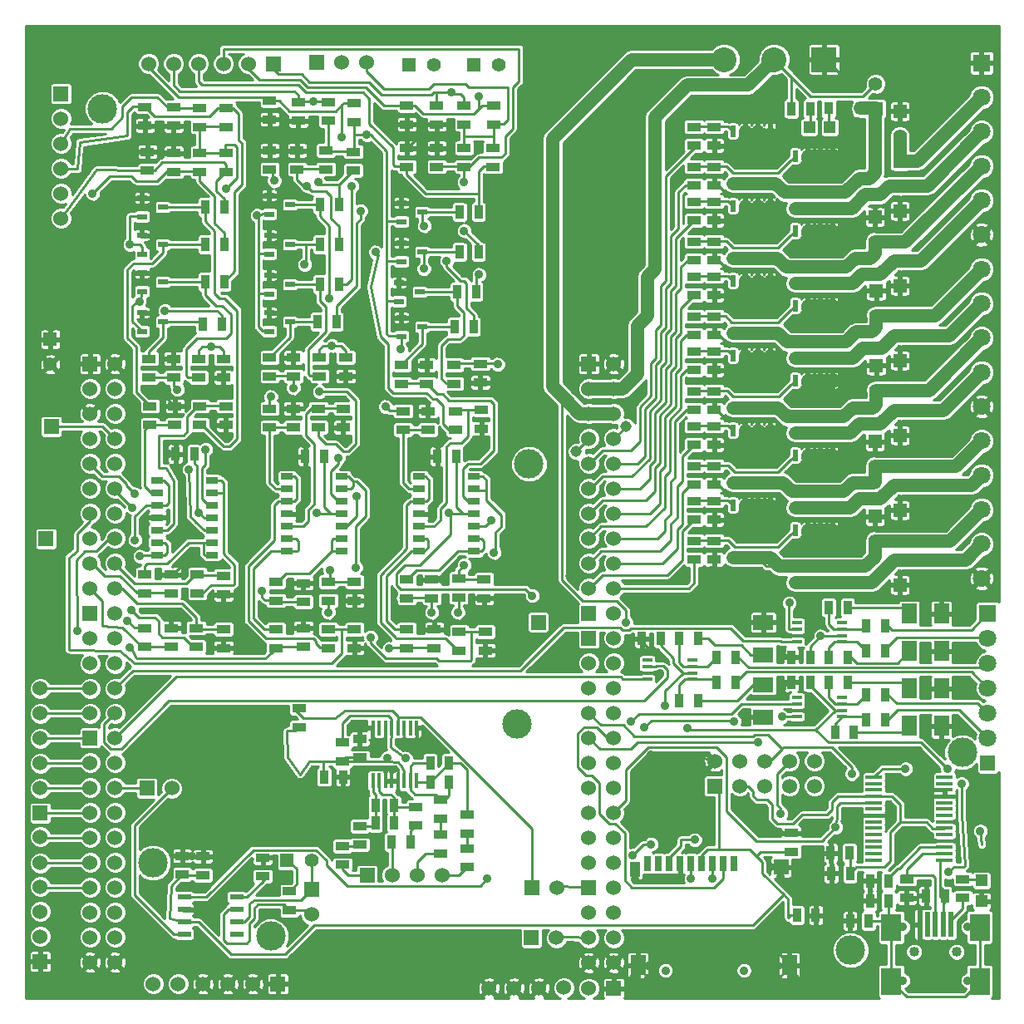
<source format=gtl>
G04 (created by PCBNEW (2013-07-07 BZR 4022)-stable) date 2/1/2014 4:13:07 PM*
%MOIN*%
G04 Gerber Fmt 3.4, Leading zero omitted, Abs format*
%FSLAX34Y34*%
G01*
G70*
G90*
G04 APERTURE LIST*
%ADD10C,0.00590551*%
%ADD11R,0.06X0.06*%
%ADD12C,0.06*%
%ADD13C,0.11811*%
%ADD14R,0.0394X0.0236*%
%ADD15R,0.05X0.025*%
%ADD16R,0.055X0.055*%
%ADD17C,0.055*%
%ADD18R,0.035X0.055*%
%ADD19R,0.055X0.035*%
%ADD20R,0.0472X0.0472*%
%ADD21R,0.065X0.016*%
%ADD22R,0.02X0.1*%
%ADD23R,0.0787402X0.11*%
%ADD24C,0.04*%
%ADD25R,0.03X0.06*%
%ADD26R,0.04X0.06*%
%ADD27R,0.06X0.08*%
%ADD28C,0.035*%
%ADD29R,0.0177X0.059*%
%ADD30R,0.0551X0.0236*%
%ADD31C,0.0708661*%
%ADD32R,0.0708661X0.0708661*%
%ADD33R,0.02X0.045*%
%ADD34R,0.1X0.1*%
%ADD35C,0.1*%
%ADD36R,0.038X0.05*%
%ADD37C,0.045*%
%ADD38R,0.08X0.06*%
%ADD39R,0.0402X0.0161*%
%ADD40C,0.01*%
%ADD41C,0.0544016*%
G04 APERTURE END LIST*
G54D10*
G54D11*
X70000Y-71000D03*
G54D12*
X71000Y-71000D03*
X70000Y-72000D03*
X71000Y-72000D03*
X70000Y-73000D03*
X71000Y-73000D03*
X70000Y-74000D03*
X71000Y-74000D03*
G54D11*
X50000Y-60000D03*
G54D12*
X51000Y-60000D03*
X50000Y-61000D03*
X51000Y-61000D03*
X50000Y-62000D03*
X51000Y-62000D03*
X50000Y-63000D03*
X51000Y-63000D03*
X50000Y-64000D03*
X51000Y-64000D03*
G54D11*
X70000Y-60000D03*
G54D12*
X71000Y-60000D03*
G54D11*
X50000Y-64984D03*
G54D12*
X51000Y-64984D03*
X50000Y-65984D03*
X51000Y-65984D03*
X50000Y-66984D03*
X51000Y-66984D03*
X50000Y-67984D03*
X51000Y-67984D03*
X50000Y-68984D03*
X51000Y-68984D03*
X50000Y-69984D03*
X51000Y-69984D03*
X50000Y-70984D03*
X51000Y-70984D03*
X50000Y-71984D03*
X51000Y-71984D03*
X50000Y-72984D03*
X51000Y-72984D03*
X50000Y-73984D03*
X51000Y-73984D03*
G54D11*
X48000Y-73950D03*
G54D12*
X48000Y-72950D03*
X48000Y-71950D03*
X48000Y-70950D03*
X48000Y-70000D03*
X48000Y-68950D03*
G54D11*
X48000Y-68000D03*
G54D12*
X48000Y-67000D03*
X48000Y-66000D03*
X48000Y-65000D03*
X48000Y-64000D03*
X48000Y-63000D03*
G54D11*
X57525Y-74850D03*
G54D12*
X56525Y-74850D03*
X55525Y-74850D03*
X54525Y-74850D03*
X53525Y-74850D03*
X52525Y-74850D03*
G54D11*
X67725Y-71000D03*
G54D12*
X68725Y-71000D03*
G54D11*
X67700Y-73000D03*
G54D12*
X68700Y-73000D03*
G54D11*
X52274Y-67000D03*
G54D12*
X53274Y-67000D03*
G54D11*
X71000Y-75025D03*
G54D12*
X70000Y-75025D03*
X69000Y-75000D03*
X68000Y-75025D03*
X67000Y-75025D03*
X66000Y-75025D03*
G54D11*
X86000Y-66000D03*
G54D13*
X67600Y-54000D03*
X50500Y-39750D03*
X67105Y-64418D03*
G54D11*
X59100Y-37900D03*
G54D12*
X60100Y-37900D03*
X61100Y-37900D03*
G54D14*
X52084Y-46325D03*
X52916Y-46700D03*
X52084Y-47075D03*
X62484Y-45125D03*
X63316Y-45500D03*
X62484Y-45875D03*
X62484Y-43525D03*
X63316Y-43900D03*
X62484Y-44275D03*
X52084Y-44825D03*
X52916Y-45200D03*
X52084Y-45575D03*
X52084Y-47925D03*
X52916Y-48300D03*
X52084Y-48675D03*
X52084Y-43325D03*
X52916Y-43700D03*
X52084Y-44075D03*
G54D11*
X57350Y-37950D03*
G54D12*
X56350Y-37950D03*
X55350Y-37950D03*
X54350Y-37950D03*
X53350Y-37950D03*
X52350Y-37950D03*
G54D14*
X57184Y-44825D03*
X58016Y-45200D03*
X57184Y-45575D03*
X57184Y-43225D03*
X58016Y-43600D03*
X57184Y-43975D03*
X57184Y-47925D03*
X58016Y-48300D03*
X57184Y-48675D03*
X57184Y-46425D03*
X58016Y-46800D03*
X57184Y-47175D03*
G54D15*
X54900Y-57650D03*
X54900Y-57150D03*
X54900Y-56650D03*
X54900Y-56150D03*
X54900Y-55650D03*
X54900Y-55150D03*
X54900Y-54650D03*
X52700Y-54650D03*
X52700Y-55150D03*
X52700Y-55650D03*
X52700Y-56150D03*
X52700Y-56650D03*
X52700Y-57150D03*
X52700Y-57650D03*
X60100Y-57500D03*
X60100Y-57000D03*
X60100Y-56500D03*
X60100Y-56000D03*
X60100Y-55500D03*
X60100Y-55000D03*
X60100Y-54500D03*
X57900Y-54500D03*
X57900Y-55000D03*
X57900Y-55500D03*
X57900Y-56000D03*
X57900Y-56500D03*
X57900Y-57000D03*
X57900Y-57500D03*
X65400Y-57500D03*
X65400Y-57000D03*
X65400Y-56500D03*
X65400Y-56000D03*
X65400Y-55500D03*
X65400Y-55000D03*
X65400Y-54500D03*
X63200Y-54500D03*
X63200Y-55000D03*
X63200Y-55500D03*
X63200Y-56000D03*
X63200Y-56500D03*
X63200Y-57000D03*
X63200Y-57500D03*
G54D14*
X62384Y-46725D03*
X63216Y-47100D03*
X62384Y-47475D03*
X62484Y-48125D03*
X63316Y-48500D03*
X62484Y-48875D03*
G54D11*
X48225Y-57000D03*
X48450Y-52500D03*
X48825Y-39150D03*
G54D12*
X48825Y-40150D03*
X48825Y-41150D03*
X48825Y-42150D03*
X48825Y-43150D03*
X48825Y-44150D03*
G54D16*
X48400Y-49000D03*
G54D17*
X48400Y-50000D03*
G54D16*
X62800Y-38000D03*
G54D17*
X63800Y-38000D03*
G54D16*
X65400Y-38000D03*
G54D17*
X66400Y-38000D03*
G54D18*
X54175Y-53600D03*
X53425Y-53600D03*
X63925Y-53700D03*
X64675Y-53700D03*
X59375Y-53700D03*
X58625Y-53700D03*
G54D19*
X53250Y-61325D03*
X53250Y-60575D03*
X52200Y-60575D03*
X52200Y-61325D03*
X52300Y-42225D03*
X52300Y-41475D03*
X55350Y-60625D03*
X55350Y-61375D03*
X54250Y-61325D03*
X54250Y-60575D03*
X53350Y-42275D03*
X53350Y-41525D03*
X53250Y-59175D03*
X53250Y-58425D03*
X52200Y-58425D03*
X52200Y-59175D03*
X52200Y-39675D03*
X52200Y-40425D03*
X53350Y-39675D03*
X53350Y-40425D03*
X54300Y-59175D03*
X54300Y-58425D03*
X55350Y-58475D03*
X55350Y-59225D03*
X54400Y-52425D03*
X54400Y-51675D03*
X55450Y-42275D03*
X55450Y-41525D03*
X53400Y-51675D03*
X53400Y-52425D03*
X55450Y-52425D03*
X55450Y-51675D03*
X52400Y-51675D03*
X52400Y-52425D03*
X54400Y-42275D03*
X54400Y-41525D03*
X54350Y-50525D03*
X54350Y-49775D03*
X55450Y-39725D03*
X55450Y-40475D03*
X52350Y-49775D03*
X52350Y-50525D03*
X54400Y-39725D03*
X54400Y-40475D03*
X58550Y-61325D03*
X58550Y-60575D03*
X59450Y-42175D03*
X59450Y-41425D03*
X57200Y-51775D03*
X57200Y-52525D03*
X60550Y-42225D03*
X60550Y-41475D03*
X59150Y-52525D03*
X59150Y-51775D03*
G54D18*
X55375Y-45200D03*
X54625Y-45200D03*
X55375Y-43700D03*
X54625Y-43700D03*
G54D19*
X57200Y-42175D03*
X57200Y-41425D03*
X57450Y-60625D03*
X57450Y-61375D03*
X63800Y-61375D03*
X63800Y-60625D03*
X62700Y-60625D03*
X62700Y-61375D03*
X62700Y-42075D03*
X62700Y-41325D03*
X63900Y-42075D03*
X63900Y-41325D03*
X64800Y-61475D03*
X64800Y-60725D03*
X65850Y-60725D03*
X65850Y-61475D03*
X64650Y-52625D03*
X64650Y-51875D03*
X65700Y-52575D03*
X65700Y-51825D03*
X66150Y-42075D03*
X66150Y-41325D03*
X62550Y-51875D03*
X62550Y-52625D03*
X63550Y-51875D03*
X63550Y-52625D03*
X65000Y-42075D03*
X65000Y-41325D03*
X55350Y-50525D03*
X55350Y-49775D03*
X53350Y-49775D03*
X53350Y-50525D03*
X60150Y-52525D03*
X60150Y-51775D03*
X58150Y-51775D03*
X58150Y-52525D03*
X58300Y-42175D03*
X58300Y-41425D03*
X58150Y-49725D03*
X58150Y-50475D03*
X60250Y-50475D03*
X60250Y-49725D03*
X57450Y-58725D03*
X57450Y-59475D03*
X58550Y-59525D03*
X58550Y-58775D03*
X59550Y-39475D03*
X59550Y-40225D03*
X57200Y-49725D03*
X57200Y-50475D03*
X60600Y-39525D03*
X60600Y-40275D03*
X59200Y-50475D03*
X59200Y-49725D03*
X60600Y-58725D03*
X60600Y-59475D03*
X59550Y-59475D03*
X59550Y-58725D03*
X58350Y-39475D03*
X58350Y-40225D03*
X57200Y-39425D03*
X57200Y-40175D03*
G54D18*
X55375Y-46700D03*
X54625Y-46700D03*
X55275Y-48400D03*
X54525Y-48400D03*
X59975Y-43600D03*
X59225Y-43600D03*
X59975Y-45200D03*
X59225Y-45200D03*
X65575Y-45500D03*
X64825Y-45500D03*
X65575Y-43900D03*
X64825Y-43900D03*
X59875Y-48300D03*
X59125Y-48300D03*
X59975Y-46800D03*
X59225Y-46800D03*
G54D19*
X59550Y-61375D03*
X59550Y-60625D03*
X60600Y-60625D03*
X60600Y-61375D03*
X63700Y-59375D03*
X63700Y-58625D03*
X62700Y-58625D03*
X62700Y-59375D03*
X62700Y-39625D03*
X62700Y-40375D03*
X63900Y-39625D03*
X63900Y-40375D03*
X64774Y-59349D03*
X64774Y-58599D03*
X65800Y-58625D03*
X65800Y-59375D03*
X64600Y-50775D03*
X64600Y-50025D03*
X65650Y-50725D03*
X65650Y-49975D03*
X66200Y-39625D03*
X66200Y-40375D03*
X62500Y-50025D03*
X62500Y-50775D03*
X63500Y-50025D03*
X63500Y-50775D03*
X65000Y-39625D03*
X65000Y-40375D03*
G54D18*
X65375Y-48500D03*
X64625Y-48500D03*
X65475Y-47100D03*
X64725Y-47100D03*
G54D11*
X50000Y-49984D03*
G54D12*
X51000Y-49984D03*
X50000Y-50984D03*
X51000Y-50984D03*
X50000Y-51984D03*
X51000Y-51984D03*
X50000Y-52984D03*
X51000Y-52984D03*
X50000Y-53984D03*
X51000Y-53984D03*
X50000Y-54984D03*
X51000Y-54984D03*
X50000Y-55984D03*
X51000Y-55984D03*
X50000Y-56984D03*
X51000Y-56984D03*
X50000Y-57984D03*
X51000Y-57984D03*
X50000Y-58984D03*
X51000Y-58984D03*
G54D18*
X81275Y-71518D03*
X82025Y-71518D03*
G54D19*
X82750Y-71393D03*
X82750Y-70643D03*
G54D18*
X83525Y-71318D03*
X84275Y-71318D03*
X80475Y-70418D03*
X79725Y-70418D03*
X79699Y-69592D03*
X80449Y-69592D03*
X81275Y-70718D03*
X82025Y-70718D03*
G54D20*
X85750Y-70705D03*
X85750Y-71531D03*
G54D18*
X81225Y-72318D03*
X80475Y-72318D03*
G54D19*
X85000Y-71393D03*
X85000Y-70643D03*
G54D21*
X81433Y-68090D03*
X81433Y-68346D03*
X81433Y-68602D03*
X81433Y-68858D03*
X84267Y-67322D03*
X81433Y-67322D03*
X81433Y-67578D03*
X81433Y-67834D03*
X84267Y-69114D03*
X84267Y-68858D03*
X84267Y-68602D03*
X84267Y-68346D03*
X84267Y-68090D03*
X84267Y-67834D03*
X81433Y-69114D03*
X84267Y-67578D03*
X84267Y-67066D03*
X84267Y-66811D03*
X84267Y-66555D03*
X81433Y-66555D03*
X81433Y-66811D03*
X81433Y-67066D03*
X81433Y-69370D03*
X81433Y-69625D03*
X81433Y-69881D03*
X84267Y-69881D03*
X84267Y-69625D03*
X84267Y-69370D03*
G54D11*
X70000Y-60984D03*
G54D12*
X71000Y-60984D03*
X70000Y-61984D03*
X71000Y-61984D03*
X70000Y-62984D03*
X71000Y-62984D03*
X70000Y-63984D03*
X71000Y-63984D03*
X70000Y-64984D03*
X71000Y-64984D03*
X70000Y-65984D03*
X71000Y-65984D03*
X70000Y-66984D03*
X71000Y-66984D03*
X70000Y-67984D03*
X71000Y-67984D03*
X70000Y-68984D03*
X71000Y-68984D03*
X70000Y-69984D03*
X71000Y-69984D03*
G54D11*
X75050Y-66918D03*
G54D12*
X75050Y-65918D03*
X76050Y-66918D03*
X76050Y-65918D03*
X77050Y-66918D03*
X77050Y-65918D03*
X78050Y-66918D03*
X78050Y-65918D03*
X79050Y-66918D03*
X79050Y-65918D03*
G54D11*
X67969Y-60344D03*
G54D18*
X79100Y-72092D03*
X78350Y-72092D03*
G54D19*
X78125Y-69543D03*
X78125Y-68793D03*
G54D22*
X83270Y-72468D03*
X83585Y-72468D03*
X83900Y-72468D03*
X84214Y-72468D03*
X84529Y-72468D03*
G54D23*
X82128Y-74749D03*
X85671Y-74749D03*
X82128Y-72583D03*
X85671Y-72583D03*
G54D24*
X83050Y-73568D03*
X84750Y-73568D03*
G54D25*
X75832Y-70018D03*
X75399Y-70018D03*
X74966Y-70018D03*
X74533Y-70018D03*
X74100Y-70018D03*
X73666Y-70018D03*
X73233Y-70018D03*
X72800Y-70018D03*
X72367Y-70018D03*
G54D26*
X71837Y-70254D03*
G54D27*
X71974Y-74101D03*
X78037Y-74101D03*
G54D11*
X77714Y-70172D03*
G54D28*
X73076Y-74309D03*
X76225Y-74309D03*
G54D13*
X80500Y-73492D03*
X84974Y-65568D03*
G54D18*
X63635Y-65994D03*
X64385Y-65994D03*
X61435Y-68394D03*
X62185Y-68394D03*
G54D19*
X60810Y-65769D03*
X60810Y-65019D03*
X65110Y-70169D03*
X65110Y-69419D03*
X64060Y-69619D03*
X64060Y-68869D03*
G54D18*
X62085Y-69169D03*
X62835Y-69169D03*
G54D19*
X60110Y-70069D03*
X60110Y-69319D03*
X65110Y-68819D03*
X65110Y-68069D03*
X64060Y-68219D03*
X64060Y-67469D03*
X63060Y-68494D03*
X63060Y-67744D03*
X60810Y-69269D03*
X60810Y-68519D03*
G54D18*
X64385Y-66744D03*
X63635Y-66744D03*
X61435Y-67694D03*
X62185Y-67694D03*
G54D19*
X58372Y-64556D03*
X58372Y-63806D03*
X60110Y-65169D03*
X60110Y-65919D03*
G54D29*
X63085Y-64585D03*
X62835Y-64585D03*
X62585Y-64585D03*
X62335Y-64585D03*
X62085Y-64585D03*
X61835Y-64585D03*
X61585Y-64585D03*
X61335Y-64585D03*
X61335Y-66703D03*
X61585Y-66703D03*
X61835Y-66703D03*
X62085Y-66703D03*
X62335Y-66703D03*
X62585Y-66703D03*
X62835Y-66703D03*
X63085Y-66703D03*
G54D11*
X61110Y-70494D03*
G54D12*
X62110Y-70494D03*
X63110Y-70494D03*
X64110Y-70494D03*
G54D18*
X60135Y-66544D03*
X59385Y-66544D03*
G54D19*
X54518Y-69737D03*
X54518Y-70487D03*
X53694Y-70462D03*
X53694Y-69712D03*
X56918Y-70537D03*
X56918Y-69787D03*
G54D11*
X58869Y-71062D03*
G54D12*
X58869Y-72062D03*
G54D30*
X55868Y-71362D03*
X53768Y-71362D03*
X55868Y-71862D03*
X55868Y-72362D03*
X55868Y-72862D03*
X53768Y-71862D03*
X53768Y-72362D03*
X53768Y-72862D03*
G54D16*
X57894Y-69887D03*
G54D17*
X58894Y-69887D03*
G54D19*
X57994Y-71137D03*
X57994Y-71887D03*
G54D13*
X52518Y-69987D03*
X57244Y-72937D03*
G54D31*
X85750Y-58584D03*
X85750Y-57206D03*
G54D32*
X85750Y-37915D03*
G54D31*
X85750Y-39293D03*
X85750Y-40671D03*
X85750Y-42049D03*
X85750Y-43427D03*
X85750Y-44805D03*
X85750Y-46183D03*
X85750Y-47561D03*
X85750Y-48938D03*
X85750Y-50316D03*
X85750Y-51694D03*
X85750Y-53072D03*
X85750Y-54450D03*
X85750Y-55828D03*
G54D11*
X70000Y-49984D03*
G54D12*
X71000Y-49984D03*
X70000Y-50984D03*
X71000Y-50984D03*
X70000Y-51984D03*
X71000Y-51984D03*
X70000Y-52984D03*
X71000Y-52984D03*
X70000Y-53984D03*
X71000Y-53984D03*
X70000Y-54984D03*
X71000Y-54984D03*
X70000Y-55984D03*
X71000Y-55984D03*
X70000Y-56984D03*
X71000Y-56984D03*
X70000Y-57984D03*
X71000Y-57984D03*
X70000Y-58984D03*
X71000Y-58984D03*
G54D19*
X74225Y-40475D03*
X74225Y-41225D03*
X74225Y-42075D03*
X74225Y-42825D03*
X74225Y-43475D03*
X74225Y-44225D03*
X74225Y-45075D03*
X74225Y-45825D03*
X74225Y-46475D03*
X74225Y-47225D03*
X74225Y-48075D03*
X74225Y-48825D03*
G54D16*
X81474Y-53100D03*
G54D17*
X81474Y-54100D03*
G54D16*
X81474Y-44100D03*
G54D17*
X81474Y-45100D03*
G54D16*
X82474Y-52850D03*
G54D17*
X82474Y-51850D03*
G54D16*
X82474Y-43850D03*
G54D17*
X82474Y-42850D03*
G54D16*
X81525Y-50050D03*
G54D17*
X81525Y-51050D03*
G54D16*
X82474Y-39850D03*
G54D17*
X82474Y-40850D03*
G54D19*
X75025Y-47225D03*
X75025Y-46475D03*
X75025Y-48825D03*
X75025Y-48075D03*
X75025Y-44225D03*
X75025Y-43475D03*
X75025Y-45825D03*
X75025Y-45075D03*
X75025Y-42825D03*
X75025Y-42075D03*
X75025Y-41225D03*
X75025Y-40475D03*
G54D33*
X77275Y-48750D03*
X77275Y-46650D03*
X76775Y-48750D03*
X76275Y-48750D03*
X75775Y-48750D03*
X76775Y-46650D03*
X76275Y-46650D03*
X75775Y-46650D03*
X79775Y-49750D03*
X79775Y-47650D03*
X79275Y-49750D03*
X78775Y-49750D03*
X78275Y-49750D03*
X79275Y-47650D03*
X78775Y-47650D03*
X78275Y-47650D03*
X77275Y-45750D03*
X77275Y-43650D03*
X76775Y-45750D03*
X76275Y-45750D03*
X75775Y-45750D03*
X76775Y-43650D03*
X76275Y-43650D03*
X75775Y-43650D03*
X79775Y-43750D03*
X79775Y-41650D03*
X79275Y-43750D03*
X78775Y-43750D03*
X78275Y-43750D03*
X79275Y-41650D03*
X78775Y-41650D03*
X78275Y-41650D03*
X77275Y-42750D03*
X77275Y-40650D03*
X76775Y-42750D03*
X76275Y-42750D03*
X75775Y-42750D03*
X76775Y-40650D03*
X76275Y-40650D03*
X75775Y-40650D03*
X79775Y-46750D03*
X79775Y-44650D03*
X79275Y-46750D03*
X78775Y-46750D03*
X78275Y-46750D03*
X79275Y-44650D03*
X78775Y-44650D03*
X78275Y-44650D03*
X77275Y-54750D03*
X77275Y-52650D03*
X76775Y-54750D03*
X76275Y-54750D03*
X75775Y-54750D03*
X76775Y-52650D03*
X76275Y-52650D03*
X75775Y-52650D03*
X79775Y-58750D03*
X79775Y-56650D03*
X79275Y-58750D03*
X78775Y-58750D03*
X78275Y-58750D03*
X79275Y-56650D03*
X78775Y-56650D03*
X78275Y-56650D03*
X77275Y-57750D03*
X77275Y-55650D03*
X76775Y-57750D03*
X76275Y-57750D03*
X75775Y-57750D03*
X76775Y-55650D03*
X76275Y-55650D03*
X75775Y-55650D03*
X79775Y-55750D03*
X79775Y-53650D03*
X79275Y-55750D03*
X78775Y-55750D03*
X78275Y-55750D03*
X79275Y-53650D03*
X78775Y-53650D03*
X78275Y-53650D03*
X77275Y-51750D03*
X77275Y-49650D03*
X76775Y-51750D03*
X76275Y-51750D03*
X75775Y-51750D03*
X76775Y-49650D03*
X76275Y-49650D03*
X75775Y-49650D03*
X79775Y-52750D03*
X79775Y-50650D03*
X79275Y-52750D03*
X78775Y-52750D03*
X78275Y-52750D03*
X79275Y-50650D03*
X78775Y-50650D03*
X78275Y-50650D03*
G54D19*
X75025Y-57825D03*
X75025Y-57075D03*
X75025Y-56225D03*
X75025Y-55475D03*
X75025Y-53225D03*
X75025Y-52475D03*
X75025Y-54825D03*
X75025Y-54075D03*
X75025Y-50225D03*
X75025Y-49475D03*
X75025Y-51825D03*
X75025Y-51075D03*
G54D34*
X79425Y-37775D03*
G54D35*
X77425Y-37775D03*
X75425Y-37775D03*
G54D36*
X79610Y-39740D03*
X80900Y-39740D03*
G54D18*
X78125Y-39750D03*
X78875Y-39750D03*
G54D20*
X78837Y-40500D03*
X79663Y-40500D03*
G54D16*
X82474Y-46850D03*
G54D17*
X82474Y-45850D03*
G54D16*
X82474Y-55850D03*
G54D17*
X82474Y-54850D03*
G54D16*
X81525Y-47050D03*
G54D17*
X81525Y-48050D03*
G54D16*
X81474Y-56100D03*
G54D17*
X81474Y-57100D03*
G54D16*
X82474Y-49850D03*
G54D17*
X82474Y-48850D03*
G54D16*
X82474Y-58850D03*
G54D17*
X82474Y-57850D03*
G54D16*
X81525Y-39750D03*
G54D17*
X81500Y-38750D03*
G54D16*
X82474Y-41850D03*
G54D17*
X81474Y-41850D03*
G54D19*
X74225Y-49475D03*
X74225Y-50225D03*
X74225Y-51075D03*
X74225Y-51825D03*
X74225Y-52475D03*
X74225Y-53225D03*
X74225Y-54075D03*
X74225Y-54825D03*
X74225Y-55475D03*
X74225Y-56225D03*
X74225Y-57075D03*
X74225Y-57825D03*
G54D37*
X69500Y-53500D03*
X71500Y-52500D03*
G54D38*
X77000Y-62850D03*
X77000Y-64150D03*
G54D27*
X82850Y-63000D03*
X84150Y-63000D03*
X82850Y-61500D03*
X84150Y-61500D03*
X82850Y-60000D03*
X84150Y-60000D03*
X82850Y-64500D03*
X84150Y-64500D03*
G54D38*
X77000Y-61650D03*
X77000Y-60350D03*
G54D18*
X74375Y-63500D03*
X73625Y-63500D03*
X75875Y-62750D03*
X75125Y-62750D03*
X80375Y-62750D03*
X79625Y-62750D03*
X80375Y-61750D03*
X79625Y-61750D03*
X81875Y-61500D03*
X81125Y-61500D03*
X78125Y-62750D03*
X78875Y-62750D03*
X81875Y-60500D03*
X81125Y-60500D03*
X80375Y-59750D03*
X79625Y-59750D03*
X75875Y-61750D03*
X75125Y-61750D03*
X74375Y-61000D03*
X73625Y-61000D03*
X78125Y-61750D03*
X78875Y-61750D03*
X81875Y-63250D03*
X81125Y-63250D03*
X72125Y-61000D03*
X72875Y-61000D03*
X81875Y-64250D03*
X81125Y-64250D03*
X80625Y-64750D03*
X79875Y-64750D03*
G54D39*
X78344Y-63366D03*
X78344Y-63622D03*
X78344Y-63878D03*
X78344Y-64134D03*
X80156Y-64134D03*
X80156Y-63878D03*
X80156Y-63622D03*
X80156Y-63366D03*
X72344Y-61866D03*
X72344Y-62122D03*
X72344Y-62378D03*
X72344Y-62634D03*
X74156Y-62634D03*
X74156Y-62378D03*
X74156Y-62122D03*
X74156Y-61866D03*
X78344Y-60366D03*
X78344Y-60622D03*
X78344Y-60878D03*
X78344Y-61134D03*
X80156Y-61134D03*
X80156Y-60878D03*
X80156Y-60622D03*
X80156Y-60366D03*
G54D32*
X86000Y-60000D03*
G54D31*
X86000Y-61000D03*
X86000Y-62000D03*
X86000Y-63000D03*
X86000Y-64000D03*
X86000Y-65000D03*
G54D28*
X71489Y-60356D03*
X62450Y-49400D03*
X61100Y-40800D03*
X51972Y-47476D03*
X64400Y-55950D03*
X54358Y-55964D03*
X59100Y-55950D03*
X51600Y-45200D03*
X56696Y-44031D03*
X55450Y-42950D03*
X67728Y-59282D03*
X61910Y-65789D03*
X62650Y-65800D03*
X65931Y-70636D03*
X75827Y-64331D03*
X72230Y-64566D03*
X80550Y-66418D03*
X85700Y-68718D03*
X76787Y-65159D03*
X78040Y-59574D03*
X77739Y-64135D03*
X71679Y-64339D03*
X72496Y-69250D03*
X71744Y-69687D03*
X65000Y-42700D03*
X65000Y-44650D03*
X65600Y-39250D03*
X65600Y-46400D03*
X64300Y-45850D03*
X64500Y-39100D03*
X50100Y-43150D03*
X53000Y-47850D03*
X59150Y-42700D03*
X57389Y-42633D03*
X58700Y-42850D03*
X60500Y-42850D03*
X60100Y-40900D03*
X60850Y-43850D03*
X58950Y-39474D03*
X51800Y-55200D03*
X61250Y-60950D03*
X49500Y-60700D03*
X51600Y-61350D03*
X56900Y-59100D03*
X59610Y-58255D03*
X62000Y-61400D03*
X51700Y-55750D03*
X74250Y-69068D03*
X77700Y-68018D03*
X74950Y-70618D03*
X74100Y-70618D03*
X79900Y-68568D03*
X84425Y-70368D03*
X84950Y-66818D03*
X82700Y-66218D03*
X73950Y-64600D03*
X73050Y-63700D03*
X84383Y-66218D03*
X79300Y-60900D03*
X51500Y-60300D03*
X52000Y-57700D03*
X51650Y-59850D03*
X51800Y-57050D03*
X61850Y-51700D03*
X63377Y-46173D03*
X61450Y-45500D03*
X63400Y-44450D03*
X59600Y-47350D03*
X59200Y-51100D03*
X66200Y-57550D03*
X64750Y-59950D03*
X66350Y-50000D03*
X66100Y-56250D03*
X57250Y-51300D03*
X58600Y-46000D03*
X65000Y-58050D03*
X63700Y-59950D03*
X53496Y-51015D03*
X54633Y-53413D03*
X53964Y-54220D03*
X54850Y-49300D03*
X60700Y-55300D03*
X59700Y-49250D03*
X58150Y-50950D03*
X59950Y-53750D03*
X59550Y-59950D03*
X60650Y-58150D03*
X85200Y-74718D03*
X82600Y-74718D03*
X82600Y-72568D03*
X85200Y-72568D03*
X72125Y-61000D03*
X72150Y-60000D03*
X83525Y-71318D03*
X85700Y-71600D03*
X62400Y-65200D03*
X61650Y-65150D03*
X78900Y-68750D03*
X60400Y-61850D03*
X63800Y-60625D03*
X64074Y-58625D03*
X62383Y-46725D03*
X63700Y-44800D03*
X51400Y-43100D03*
X53400Y-46000D03*
X53550Y-49100D03*
X52800Y-51100D03*
X58200Y-49200D03*
X53250Y-60000D03*
X63250Y-40800D03*
X64050Y-53000D03*
X63800Y-49050D03*
X65650Y-53250D03*
X60300Y-53050D03*
X57900Y-53750D03*
X53150Y-53600D03*
X55450Y-52950D03*
X53850Y-57900D03*
X74674Y-68092D03*
X72400Y-74618D03*
X77600Y-74618D03*
X77600Y-73618D03*
X71850Y-70668D03*
X77300Y-70168D03*
X77700Y-70568D03*
X71800Y-74618D03*
X72400Y-74118D03*
X77600Y-74118D03*
X78300Y-74618D03*
X83874Y-73668D03*
X77100Y-73318D03*
X78400Y-72718D03*
X72500Y-65668D03*
X72450Y-66418D03*
X76150Y-68092D03*
X80450Y-69018D03*
X82500Y-69018D03*
X60610Y-66494D03*
X60860Y-64494D03*
X63150Y-65650D03*
X62110Y-66244D03*
X54069Y-69712D03*
X56944Y-72037D03*
X57794Y-70512D03*
X54294Y-71887D03*
G54D24*
X79000Y-38750D03*
X79750Y-38750D03*
X80500Y-38750D03*
X78500Y-38250D03*
X78500Y-37500D03*
X78250Y-36750D03*
X79000Y-36750D03*
X79750Y-36750D03*
X81500Y-37000D03*
X80500Y-37000D03*
X80500Y-38000D03*
X81000Y-37500D03*
X81500Y-38000D03*
X82500Y-39000D03*
X83250Y-39000D03*
X86000Y-36750D03*
X84500Y-36750D03*
X85250Y-37000D03*
X84750Y-37500D03*
X84750Y-38250D03*
X84250Y-38750D03*
X85250Y-38750D03*
X84750Y-39250D03*
X83750Y-39250D03*
X84250Y-39750D03*
X83250Y-39750D03*
X83750Y-40250D03*
X83250Y-40750D03*
X83200Y-43600D03*
X83000Y-47400D03*
X83400Y-47000D03*
X83800Y-46600D03*
X84200Y-46200D03*
X84600Y-45800D03*
X85000Y-45400D03*
X83600Y-50200D03*
X83600Y-49600D03*
X84200Y-49600D03*
X83000Y-50400D03*
X84600Y-55800D03*
X84000Y-55800D03*
X83400Y-55800D03*
X83800Y-56400D03*
X83200Y-56400D03*
X83200Y-58600D03*
X83600Y-59000D03*
X84000Y-58600D03*
X84400Y-59000D03*
X84800Y-58600D03*
X85200Y-59000D03*
X86200Y-59000D03*
X86200Y-58000D03*
X84600Y-53400D03*
X84000Y-53400D03*
X83400Y-53200D03*
X83600Y-52600D03*
X84200Y-52800D03*
X84600Y-52400D03*
X85000Y-52800D03*
X85200Y-52200D03*
X86200Y-52200D03*
X75500Y-58500D03*
X76000Y-58500D03*
X76500Y-58500D03*
X77000Y-58500D03*
X77750Y-59000D03*
X77250Y-59000D03*
X76750Y-59000D03*
X76250Y-59000D03*
X75750Y-59000D03*
X75250Y-59000D03*
X74750Y-59000D03*
X69250Y-58500D03*
X75000Y-58250D03*
X73750Y-58500D03*
X73500Y-40250D03*
X74250Y-39500D03*
X74750Y-39500D03*
X72500Y-39250D03*
X76750Y-44250D03*
X77250Y-44250D03*
X77500Y-44750D03*
X77000Y-44750D03*
X77750Y-44250D03*
X77750Y-47250D03*
X77500Y-47750D03*
X77250Y-47250D03*
X77250Y-50250D03*
X77500Y-50750D03*
X77750Y-50250D03*
X77250Y-53250D03*
X77500Y-53750D03*
X77750Y-53250D03*
X77750Y-56250D03*
X77500Y-56750D03*
X77250Y-56250D03*
X78250Y-57250D03*
X78750Y-57500D03*
X78250Y-54250D03*
X78750Y-54500D03*
X78250Y-51250D03*
X78750Y-51500D03*
X78250Y-48250D03*
X78750Y-48500D03*
X78250Y-45250D03*
X78750Y-45500D03*
X78250Y-42250D03*
X78750Y-42500D03*
X80750Y-56500D03*
X80250Y-56750D03*
X80750Y-57000D03*
X80750Y-57500D03*
X80250Y-57250D03*
X79250Y-57250D03*
X79750Y-57500D03*
X75750Y-56250D03*
X76000Y-56750D03*
X76250Y-56250D03*
X76500Y-56750D03*
X76750Y-56250D03*
X77000Y-56750D03*
X80750Y-53500D03*
X79250Y-54250D03*
X79750Y-54500D03*
X80250Y-54250D03*
X80750Y-54000D03*
X80250Y-53750D03*
X77000Y-53750D03*
X76750Y-53250D03*
X76250Y-53250D03*
X76500Y-53750D03*
X75750Y-53250D03*
X76000Y-53750D03*
X80750Y-50500D03*
X79250Y-51250D03*
X79750Y-51500D03*
X80250Y-51250D03*
X80750Y-51000D03*
X80250Y-50750D03*
X77000Y-50750D03*
X76750Y-50250D03*
X76250Y-50250D03*
X76500Y-50750D03*
X75750Y-50250D03*
X76000Y-50750D03*
X80750Y-47500D03*
X80250Y-47750D03*
X80750Y-48000D03*
X80250Y-48250D03*
X79250Y-48250D03*
X79750Y-48500D03*
X77000Y-47750D03*
X76750Y-47250D03*
X76250Y-47250D03*
X76500Y-47750D03*
X75750Y-47250D03*
X76000Y-47750D03*
X80750Y-44500D03*
X80250Y-44750D03*
X80750Y-45000D03*
X80250Y-45250D03*
X79250Y-45250D03*
X79750Y-45500D03*
X76250Y-44250D03*
X76500Y-44750D03*
X75750Y-44250D03*
X76000Y-44750D03*
X80250Y-41000D03*
X80250Y-40500D03*
X80750Y-40750D03*
X80250Y-41500D03*
X80750Y-41750D03*
X80250Y-42000D03*
X79250Y-42250D03*
X79750Y-42500D03*
X75500Y-40000D03*
X75250Y-39500D03*
X75750Y-39500D03*
X76250Y-39500D03*
X76750Y-39500D03*
X77250Y-39500D03*
X77500Y-40000D03*
X77000Y-40000D03*
X76500Y-40000D03*
X76000Y-40000D03*
X78250Y-41000D03*
X78250Y-40500D03*
X77750Y-40750D03*
X77750Y-41250D03*
X76750Y-41250D03*
X77250Y-41250D03*
X77500Y-41750D03*
X76000Y-41750D03*
X76500Y-41750D03*
X77000Y-41750D03*
X76250Y-41250D03*
X75750Y-41250D03*
G54D28*
X72500Y-61500D03*
X77750Y-63000D03*
X77750Y-61500D03*
X84750Y-63250D03*
X84750Y-60250D03*
X84700Y-64500D03*
X84750Y-61500D03*
X78850Y-60900D03*
X78850Y-63850D03*
X72850Y-62400D03*
X76300Y-64300D03*
G54D40*
X76900Y-69543D02*
X76712Y-69730D01*
X78125Y-69543D02*
X76900Y-69543D01*
X75225Y-67092D02*
X75050Y-66918D01*
X75225Y-69468D02*
X75225Y-67092D01*
X76450Y-69468D02*
X76712Y-69730D01*
X75250Y-69468D02*
X76450Y-69468D01*
X75225Y-69468D02*
X75250Y-69468D01*
X75250Y-69468D02*
X75225Y-69468D01*
X78350Y-72092D02*
X78350Y-72092D01*
G54D41*
X70999Y-51983D02*
X71000Y-51983D01*
G54D40*
X70999Y-51983D02*
X71000Y-51984D01*
X53706Y-72300D02*
X53768Y-72362D01*
X53481Y-72300D02*
X53706Y-72300D01*
X54544Y-70512D02*
X54531Y-70500D01*
X54531Y-70500D02*
X54518Y-70487D01*
X54531Y-70500D02*
X54531Y-70500D01*
X53694Y-70462D02*
X53694Y-70462D01*
X53718Y-70487D02*
X53694Y-70462D01*
X54518Y-70487D02*
X53718Y-70487D01*
X54531Y-70500D02*
X54518Y-70487D01*
X53194Y-72237D02*
X53481Y-72300D01*
X53244Y-70912D02*
X53194Y-72237D01*
X53694Y-70462D02*
X53244Y-70912D01*
X53481Y-72300D02*
X53769Y-72362D01*
X78125Y-69543D02*
X78125Y-69543D01*
X74533Y-69685D02*
X74533Y-70018D01*
X74750Y-69468D02*
X74533Y-69685D01*
X75225Y-69468D02*
X74750Y-69468D01*
G54D41*
X70000Y-51983D02*
X70999Y-51983D01*
G54D40*
X70000Y-51983D02*
X70000Y-51984D01*
G54D41*
X68550Y-50900D02*
X69058Y-51408D01*
X68550Y-40950D02*
X68550Y-50900D01*
X71725Y-37775D02*
X68550Y-40950D01*
X75425Y-37775D02*
X71725Y-37775D01*
X69633Y-51983D02*
X70000Y-51983D01*
X69058Y-51408D02*
X69633Y-51983D01*
G54D40*
X71489Y-59867D02*
X71489Y-60356D01*
X71109Y-59487D02*
X71489Y-59867D01*
X69744Y-59487D02*
X71109Y-59487D01*
X68919Y-58663D02*
X69744Y-59487D01*
X68919Y-51547D02*
X68919Y-58663D01*
X69058Y-51408D02*
X68919Y-51547D01*
X76950Y-70418D02*
X77806Y-71274D01*
X76950Y-69968D02*
X76950Y-70418D01*
X76712Y-69730D02*
X76950Y-69968D01*
X54337Y-72362D02*
X53769Y-72362D01*
X55642Y-73667D02*
X54337Y-72362D01*
X57825Y-73667D02*
X55642Y-73667D01*
X59000Y-72492D02*
X57825Y-73667D01*
X76587Y-72492D02*
X59000Y-72492D01*
X77806Y-71274D02*
X76587Y-72492D01*
X78100Y-72092D02*
X78350Y-72092D01*
X78000Y-72192D02*
X78100Y-72092D01*
X78000Y-71468D02*
X78000Y-72192D01*
X77806Y-71274D02*
X78000Y-71468D01*
X61100Y-38250D02*
X61100Y-37900D01*
X61800Y-38950D02*
X61100Y-38250D01*
X63600Y-38950D02*
X61800Y-38950D01*
X63800Y-38750D02*
X63600Y-38950D01*
X65050Y-38750D02*
X63800Y-38750D01*
X65200Y-38900D02*
X65050Y-38750D01*
X66750Y-38900D02*
X65200Y-38900D01*
X66750Y-40200D02*
X66750Y-38900D01*
X66574Y-40374D02*
X66750Y-40200D01*
X66200Y-40374D02*
X66574Y-40374D01*
X66200Y-40375D02*
X66200Y-40374D01*
X65050Y-40850D02*
X65000Y-40900D01*
X66200Y-40850D02*
X65050Y-40850D01*
X62383Y-47474D02*
X61900Y-47474D01*
X61100Y-40800D02*
X60600Y-40800D01*
X52000Y-45200D02*
X51600Y-45200D01*
X52083Y-45283D02*
X52000Y-45200D01*
X52083Y-45574D02*
X52083Y-45283D01*
X51600Y-44074D02*
X51600Y-45200D01*
X52083Y-44074D02*
X51600Y-44074D01*
X59150Y-56000D02*
X59650Y-56000D01*
X59100Y-55950D02*
X59150Y-56000D01*
X54300Y-55906D02*
X54358Y-55964D01*
X54300Y-54100D02*
X54300Y-55906D01*
X54174Y-53974D02*
X54300Y-54100D01*
X54174Y-53600D02*
X54174Y-53974D01*
X51700Y-48290D02*
X52083Y-48674D01*
X51700Y-47650D02*
X51700Y-48290D01*
X51873Y-47476D02*
X51700Y-47650D01*
X51972Y-47476D02*
X51873Y-47476D01*
X56938Y-43974D02*
X56696Y-44031D01*
X57183Y-43974D02*
X56938Y-43974D01*
X54598Y-56150D02*
X54358Y-55964D01*
X54900Y-56150D02*
X54598Y-56150D01*
X60585Y-65919D02*
X60810Y-65769D01*
X60735Y-65769D02*
X60585Y-65919D01*
X59360Y-65919D02*
X60110Y-65919D01*
X60600Y-40274D02*
X60600Y-40275D01*
X60600Y-40275D02*
X60600Y-40800D01*
X78900Y-39250D02*
X78125Y-38475D01*
X81000Y-39250D02*
X78900Y-39250D01*
X81500Y-38750D02*
X81000Y-39250D01*
X78125Y-38475D02*
X77425Y-37775D01*
X78125Y-38475D02*
X77425Y-37775D01*
X78125Y-38475D02*
X78125Y-38475D01*
X60110Y-65919D02*
X60585Y-65919D01*
X82500Y-68368D02*
X82500Y-68351D01*
X82483Y-68351D02*
X82500Y-68351D01*
X82516Y-68351D02*
X82500Y-68368D01*
X82500Y-68351D02*
X82516Y-68351D01*
X54400Y-40474D02*
X54400Y-40475D01*
X55450Y-40474D02*
X54400Y-40474D01*
X59374Y-55725D02*
X59650Y-56000D01*
X59374Y-53700D02*
X59374Y-55725D01*
X59650Y-56000D02*
X60100Y-56000D01*
X64674Y-55725D02*
X64950Y-56000D01*
X64674Y-53700D02*
X64674Y-55725D01*
X64950Y-56000D02*
X65400Y-56000D01*
X56750Y-44084D02*
X56750Y-45574D01*
X56696Y-44031D02*
X56750Y-44084D01*
X56750Y-45574D02*
X57074Y-45574D01*
X57183Y-47174D02*
X56750Y-47174D01*
X56750Y-47174D02*
X56750Y-47150D01*
X56925Y-48674D02*
X57183Y-48674D01*
X56750Y-48500D02*
X56925Y-48674D01*
X56750Y-47174D02*
X56750Y-48500D01*
X56750Y-45574D02*
X56750Y-47150D01*
X56750Y-47150D02*
X56750Y-47174D01*
X61900Y-47474D02*
X61900Y-48750D01*
X61900Y-47450D02*
X61900Y-47474D01*
X62483Y-45874D02*
X61900Y-45874D01*
X61900Y-45874D02*
X61900Y-45850D01*
X61900Y-45874D02*
X61900Y-47450D01*
X61900Y-45850D02*
X61900Y-45874D01*
X62483Y-44274D02*
X61900Y-44274D01*
X61900Y-44274D02*
X61900Y-44250D01*
X61900Y-44274D02*
X61900Y-45850D01*
X61900Y-41450D02*
X61900Y-44250D01*
X61250Y-40800D02*
X61900Y-41450D01*
X61100Y-40800D02*
X61250Y-40800D01*
X61900Y-44250D02*
X61900Y-44274D01*
X61925Y-47450D02*
X61900Y-47450D01*
X61900Y-47474D02*
X61925Y-47450D01*
X65000Y-41325D02*
X65000Y-41325D01*
X65000Y-41325D02*
X65000Y-40900D01*
X65000Y-40900D02*
X65000Y-40375D01*
X65000Y-40375D02*
X65000Y-40374D01*
X66200Y-40375D02*
X66200Y-40850D01*
X54400Y-40475D02*
X54400Y-41525D01*
X55450Y-41525D02*
X55439Y-41462D01*
X54400Y-41525D02*
X55450Y-41525D01*
X54400Y-41525D02*
X54400Y-41525D01*
X55894Y-42520D02*
X55450Y-42950D01*
X55894Y-41279D02*
X55894Y-42520D01*
X55795Y-41179D02*
X55894Y-41279D01*
X55429Y-41177D02*
X55795Y-41179D01*
X55429Y-41400D02*
X55429Y-41177D01*
X55439Y-41462D02*
X55429Y-41400D01*
X55450Y-41473D02*
X55450Y-41525D01*
X55439Y-41462D02*
X55450Y-41473D01*
X62483Y-49366D02*
X62483Y-49120D01*
X62450Y-49400D02*
X62483Y-49366D01*
X62484Y-49120D02*
X62484Y-48875D01*
X62483Y-49120D02*
X62484Y-49120D01*
X82153Y-67322D02*
X81432Y-67322D01*
X82500Y-67668D02*
X82153Y-67322D01*
X82500Y-68351D02*
X82500Y-67668D01*
X81432Y-67322D02*
X81432Y-67322D01*
X62585Y-66336D02*
X62585Y-66703D01*
X62585Y-66336D02*
X62585Y-66336D01*
X78125Y-39750D02*
X78125Y-39120D01*
X78125Y-39120D02*
X78125Y-38475D01*
X78125Y-39120D02*
X78125Y-39750D01*
X78125Y-39120D02*
X78125Y-39120D01*
X80462Y-69605D02*
X80449Y-69592D01*
X80462Y-69605D02*
X80450Y-69592D01*
X59372Y-66532D02*
X59385Y-66544D01*
X59360Y-66519D02*
X59372Y-66532D01*
X59360Y-65919D02*
X59360Y-66519D01*
X59372Y-66532D02*
X59385Y-66544D01*
X84267Y-68602D02*
X84266Y-68602D01*
X84251Y-68618D02*
X84266Y-68602D01*
X83800Y-68618D02*
X84251Y-68618D01*
X83550Y-68368D02*
X83800Y-68618D01*
X82500Y-68368D02*
X83550Y-68368D01*
X84266Y-68602D02*
X84266Y-68601D01*
X82100Y-68768D02*
X82100Y-68918D01*
X82500Y-68368D02*
X82100Y-68768D01*
X82100Y-68918D02*
X82100Y-68968D01*
G54D41*
X76400Y-38800D02*
X77425Y-37775D01*
X73950Y-38800D02*
X76400Y-38800D01*
X72650Y-40100D02*
X73950Y-38800D01*
X72650Y-46200D02*
X72650Y-40100D01*
X72350Y-46500D02*
X72650Y-46200D01*
X72350Y-48050D02*
X72350Y-46500D01*
X71950Y-48450D02*
X72350Y-48050D01*
X71950Y-50400D02*
X71950Y-48450D01*
X71366Y-50983D02*
X71950Y-50400D01*
X70999Y-50983D02*
X71366Y-50983D01*
G54D40*
X70999Y-50983D02*
X71000Y-50984D01*
X60260Y-65769D02*
X60185Y-65844D01*
X60735Y-65769D02*
X60260Y-65769D01*
X60185Y-65844D02*
X60110Y-65919D01*
X60185Y-65844D02*
X60110Y-65919D01*
X60185Y-65844D02*
X60185Y-65844D01*
X58223Y-64706D02*
X58372Y-64557D01*
X57898Y-64706D02*
X58223Y-64706D01*
X57910Y-65744D02*
X57898Y-64706D01*
X58410Y-66444D02*
X57910Y-65744D01*
X58785Y-65919D02*
X58410Y-66444D01*
X59360Y-65919D02*
X58785Y-65919D01*
X58372Y-64557D02*
X58372Y-64556D01*
X60772Y-65769D02*
X60735Y-65769D01*
X60772Y-65769D02*
X60735Y-65769D01*
X60810Y-65769D02*
X60810Y-65769D01*
X60810Y-65769D02*
X60772Y-65769D01*
X60810Y-65769D02*
X60810Y-65769D01*
X60810Y-65769D02*
X60772Y-65769D01*
X60810Y-65769D02*
X60810Y-65769D01*
X62585Y-66336D02*
X62585Y-66703D01*
X76400Y-66918D02*
X76050Y-66918D01*
X76600Y-67118D02*
X76400Y-66918D01*
X76600Y-67318D02*
X76600Y-67118D01*
X76750Y-67468D02*
X76600Y-67318D01*
X77150Y-67468D02*
X76750Y-67468D01*
X77350Y-67668D02*
X77150Y-67468D01*
X77350Y-68218D02*
X77350Y-67668D01*
X77550Y-68418D02*
X77350Y-68218D01*
X78200Y-68418D02*
X77550Y-68418D01*
X78550Y-68068D02*
X78200Y-68418D01*
X79550Y-68068D02*
X78550Y-68068D01*
X79750Y-67868D02*
X79550Y-68068D01*
X79750Y-67568D02*
X79750Y-67868D01*
X79996Y-67322D02*
X79750Y-67568D01*
X81432Y-67322D02*
X79996Y-67322D01*
X80474Y-70418D02*
X80474Y-70018D01*
X80725Y-70168D02*
X80474Y-70418D01*
X81850Y-70168D02*
X80725Y-70168D01*
X82100Y-69918D02*
X81850Y-70168D01*
X82100Y-68968D02*
X82100Y-69918D01*
X80474Y-69618D02*
X80462Y-69605D01*
X80474Y-70018D02*
X80474Y-69618D01*
X80475Y-70018D02*
X80475Y-70418D01*
X80474Y-70018D02*
X80475Y-70018D01*
X64400Y-55950D02*
X64450Y-56000D01*
X64450Y-56000D02*
X64950Y-56000D01*
X59550Y-40225D02*
X59550Y-40225D01*
X66150Y-41325D02*
X66150Y-41325D01*
X66200Y-41274D02*
X66150Y-41325D01*
X66200Y-40850D02*
X66200Y-41274D01*
X66150Y-41325D02*
X66150Y-41325D01*
X60550Y-41475D02*
X60550Y-41474D01*
X60600Y-41425D02*
X60550Y-41474D01*
X60600Y-40800D02*
X60600Y-41425D01*
X59450Y-41425D02*
X59450Y-41425D01*
X59500Y-41474D02*
X59450Y-41425D01*
X60550Y-41474D02*
X59500Y-41474D01*
X59550Y-41325D02*
X59550Y-40225D01*
X59450Y-41425D02*
X59550Y-41325D01*
X55450Y-40475D02*
X55450Y-40474D01*
X52083Y-47074D02*
X52070Y-47108D01*
X52057Y-47263D02*
X51972Y-47476D01*
X52057Y-47142D02*
X52057Y-47263D01*
X52070Y-47108D02*
X52057Y-47142D01*
X52084Y-47095D02*
X52084Y-47075D01*
X52070Y-47108D02*
X52084Y-47095D01*
X59375Y-53700D02*
X59374Y-53700D01*
X64675Y-53700D02*
X64674Y-53700D01*
X54175Y-53600D02*
X54174Y-53600D01*
X61974Y-48874D02*
X61900Y-48800D01*
X62483Y-48874D02*
X61974Y-48874D01*
X62483Y-49120D02*
X62483Y-48874D01*
X61900Y-48800D02*
X61900Y-48750D01*
X62383Y-47474D02*
X62383Y-47474D01*
X62384Y-47475D02*
X62383Y-47474D01*
X57183Y-47174D02*
X57183Y-47174D01*
X57184Y-47175D02*
X57183Y-47174D01*
X57183Y-48674D02*
X57183Y-48674D01*
X57184Y-48675D02*
X57183Y-48674D01*
X57183Y-43974D02*
X57183Y-43974D01*
X57184Y-43975D02*
X57183Y-43974D01*
X57075Y-45575D02*
X57074Y-45574D01*
X57184Y-45575D02*
X57075Y-45575D01*
X52083Y-44074D02*
X52083Y-44074D01*
X52084Y-44075D02*
X52083Y-44074D01*
X52083Y-48674D02*
X52083Y-48674D01*
X52084Y-48675D02*
X52083Y-48674D01*
X52083Y-45574D02*
X52083Y-45574D01*
X52084Y-45575D02*
X52083Y-45574D01*
X62483Y-44274D02*
X62483Y-44274D01*
X62484Y-44275D02*
X62483Y-44274D01*
X62483Y-45874D02*
X62483Y-45874D01*
X62484Y-45875D02*
X62483Y-45874D01*
G54D41*
X70000Y-50983D02*
X70000Y-50983D01*
X70000Y-50983D02*
X70999Y-50983D01*
G54D40*
X70000Y-50983D02*
X70000Y-50984D01*
X64450Y-56829D02*
X64450Y-56000D01*
X63209Y-58069D02*
X64450Y-56829D01*
X62617Y-58069D02*
X63209Y-58069D01*
X62294Y-58392D02*
X62617Y-58069D01*
X62294Y-58860D02*
X62294Y-58392D01*
X62444Y-59010D02*
X62294Y-58860D01*
X67456Y-59010D02*
X62444Y-59010D01*
X67728Y-59282D02*
X67456Y-59010D01*
X61910Y-65789D02*
X61910Y-65919D01*
X60585Y-65919D02*
X61910Y-65919D01*
X62478Y-66110D02*
X62585Y-66336D01*
X62352Y-65947D02*
X62478Y-66110D01*
X61910Y-65919D02*
X62352Y-65947D01*
X60110Y-65169D02*
X60110Y-65169D01*
X62085Y-64585D02*
X62085Y-64402D01*
X60110Y-64394D02*
X60110Y-65169D01*
X60410Y-64094D02*
X60110Y-64394D01*
X61960Y-64094D02*
X60410Y-64094D01*
X62085Y-64219D02*
X61960Y-64094D01*
X62085Y-64402D02*
X62085Y-64219D01*
X62085Y-64402D02*
X62085Y-64585D01*
X62085Y-64402D02*
X62085Y-64402D01*
X62050Y-65350D02*
X62650Y-65800D01*
X62085Y-64585D02*
X62050Y-65350D01*
X60360Y-70494D02*
X61110Y-70494D01*
X60110Y-70244D02*
X60360Y-70494D01*
X60110Y-70069D02*
X60110Y-70244D01*
X60110Y-70069D02*
X60110Y-70069D01*
X62110Y-69194D02*
X62097Y-69182D01*
X62110Y-70494D02*
X62110Y-69194D01*
X62097Y-69182D02*
X62085Y-69169D01*
X62097Y-69182D02*
X62085Y-69169D01*
X62097Y-69182D02*
X62097Y-69182D01*
X55869Y-71862D02*
X55868Y-71862D01*
X57884Y-71777D02*
X57994Y-71887D01*
X57774Y-71667D02*
X57884Y-71777D01*
X56718Y-71667D02*
X57774Y-71667D01*
X56574Y-71812D02*
X56718Y-71667D01*
X56569Y-71812D02*
X56574Y-71812D01*
X56569Y-72237D02*
X56569Y-71812D01*
X56394Y-72412D02*
X56569Y-72237D01*
X56394Y-73087D02*
X56394Y-72412D01*
X56269Y-73212D02*
X56394Y-73087D01*
X55469Y-73212D02*
X56269Y-73212D01*
X55344Y-73087D02*
X55469Y-73212D01*
X55344Y-72062D02*
X55344Y-73087D01*
X55544Y-71862D02*
X55344Y-72062D01*
X55868Y-71862D02*
X55544Y-71862D01*
X58694Y-71887D02*
X58869Y-72062D01*
X57994Y-71887D02*
X58694Y-71887D01*
X57884Y-71777D02*
X57994Y-71887D01*
X58894Y-71037D02*
X58869Y-71062D01*
X58894Y-69887D02*
X58894Y-71037D01*
X56169Y-72362D02*
X55869Y-72362D01*
X56369Y-72162D02*
X56169Y-72362D01*
X56394Y-71612D02*
X56369Y-72162D01*
X56573Y-71487D02*
X56394Y-71612D01*
X58444Y-71487D02*
X56573Y-71487D01*
X58869Y-71062D02*
X58444Y-71487D01*
X55869Y-72362D02*
X55868Y-72362D01*
X51785Y-68489D02*
X53274Y-67000D01*
X51785Y-71284D02*
X51785Y-68489D01*
X53363Y-72862D02*
X51785Y-71284D01*
X53768Y-72862D02*
X53363Y-72862D01*
X65642Y-70925D02*
X65931Y-70636D01*
X60313Y-70925D02*
X65642Y-70925D01*
X59487Y-70098D02*
X60313Y-70925D01*
X59487Y-69904D02*
X59487Y-70098D01*
X59058Y-69475D02*
X59487Y-69904D01*
X56537Y-69475D02*
X59058Y-69475D01*
X54651Y-71362D02*
X56537Y-69475D01*
X53768Y-71362D02*
X54651Y-71362D01*
X62335Y-64352D02*
X62335Y-64585D01*
X62335Y-64352D02*
X62335Y-64585D01*
X62335Y-64352D02*
X62335Y-64352D01*
X58172Y-63732D02*
X58216Y-63813D01*
X58366Y-63813D02*
X58372Y-63806D01*
X58216Y-63813D02*
X58366Y-63813D01*
X63259Y-64160D02*
X62335Y-64160D01*
X67725Y-68626D02*
X63259Y-64160D01*
X67725Y-71000D02*
X67725Y-68626D01*
X62335Y-64119D02*
X62335Y-64160D01*
X62110Y-63894D02*
X62335Y-64119D01*
X60230Y-63894D02*
X62110Y-63894D01*
X59810Y-64194D02*
X60230Y-63894D01*
X58560Y-64194D02*
X59810Y-64194D01*
X58260Y-63894D02*
X58560Y-64194D01*
X58216Y-63813D02*
X58260Y-63894D01*
X62335Y-64160D02*
X62335Y-64352D01*
X64785Y-70494D02*
X65110Y-70169D01*
X64110Y-70494D02*
X64785Y-70494D01*
X65110Y-70169D02*
X65110Y-70169D01*
X63110Y-70494D02*
X63335Y-70494D01*
X63460Y-69619D02*
X64060Y-69619D01*
X63110Y-69969D02*
X63460Y-69619D01*
X63110Y-70494D02*
X63110Y-69969D01*
X64060Y-69619D02*
X64060Y-69619D01*
X64060Y-69619D02*
X64060Y-69619D01*
X76175Y-65968D02*
X76175Y-65918D01*
X76300Y-65968D02*
X76175Y-65968D01*
X76175Y-65968D02*
X76050Y-65968D01*
X76175Y-65918D02*
X76300Y-65918D01*
X76050Y-65918D02*
X76175Y-65918D01*
X72518Y-64279D02*
X72230Y-64566D01*
X75775Y-64279D02*
X72518Y-64279D01*
X75827Y-64331D02*
X75775Y-64279D01*
X80451Y-66418D02*
X80550Y-66418D01*
X77250Y-65918D02*
X77757Y-65410D01*
X77050Y-65918D02*
X77250Y-65918D01*
X80550Y-66168D02*
X80550Y-66418D01*
X79750Y-65368D02*
X80550Y-66168D01*
X77800Y-65368D02*
X79750Y-65368D01*
X77757Y-65410D02*
X77800Y-65368D01*
X77201Y-64854D02*
X77757Y-65410D01*
X76661Y-64854D02*
X77201Y-64854D01*
X76600Y-64915D02*
X76661Y-64854D01*
X71824Y-64915D02*
X76600Y-64915D01*
X71369Y-64460D02*
X71824Y-64915D01*
X70476Y-64460D02*
X71369Y-64460D01*
X70000Y-63984D02*
X70476Y-64460D01*
X85700Y-68718D02*
X85750Y-69268D01*
X70439Y-65423D02*
X70000Y-64984D01*
X71701Y-65423D02*
X70439Y-65423D01*
X71965Y-65159D02*
X71701Y-65423D01*
X76787Y-65159D02*
X71965Y-65159D01*
X75399Y-70617D02*
X75399Y-70018D01*
X75026Y-70990D02*
X75399Y-70617D01*
X71730Y-70990D02*
X75026Y-70990D01*
X71439Y-70698D02*
X71730Y-70990D01*
X71439Y-68795D02*
X71439Y-70698D01*
X71057Y-68414D02*
X71439Y-68795D01*
X70819Y-68414D02*
X71057Y-68414D01*
X70430Y-68024D02*
X70819Y-68414D01*
X70430Y-66782D02*
X70430Y-68024D01*
X70131Y-66484D02*
X70430Y-66782D01*
X69885Y-66484D02*
X70131Y-66484D01*
X69553Y-66151D02*
X69885Y-66484D01*
X69553Y-64803D02*
X69553Y-66151D01*
X69803Y-64553D02*
X69553Y-64803D01*
X70314Y-64553D02*
X69803Y-64553D01*
X70744Y-64984D02*
X70314Y-64553D01*
X71000Y-64984D02*
X70744Y-64984D01*
X81874Y-60500D02*
X81875Y-60500D01*
X85350Y-60650D02*
X86000Y-60000D01*
X82150Y-60650D02*
X85350Y-60650D01*
X82000Y-60500D02*
X82150Y-60650D01*
X81875Y-60500D02*
X82000Y-60500D01*
X81874Y-61500D02*
X81874Y-61462D01*
X85950Y-60950D02*
X86000Y-61000D01*
X82350Y-60950D02*
X85950Y-60950D01*
X81874Y-61425D02*
X82350Y-60950D01*
X81874Y-61462D02*
X81874Y-61425D01*
X81875Y-61462D02*
X81875Y-61500D01*
X81874Y-61462D02*
X81875Y-61462D01*
X75874Y-61750D02*
X75875Y-61750D01*
X85840Y-62159D02*
X86000Y-62000D01*
X76409Y-62159D02*
X85840Y-62159D01*
X76000Y-61750D02*
X76409Y-62159D01*
X75875Y-61750D02*
X76000Y-61750D01*
X75874Y-62750D02*
X75875Y-62750D01*
X85340Y-62340D02*
X86000Y-63000D01*
X76309Y-62340D02*
X85340Y-62340D01*
X75900Y-62750D02*
X76309Y-62340D01*
X75875Y-62750D02*
X75900Y-62750D01*
X81874Y-63250D02*
X81875Y-63250D01*
X85600Y-63600D02*
X86000Y-64000D01*
X82350Y-63600D02*
X85600Y-63600D01*
X82000Y-63250D02*
X82350Y-63600D01*
X81875Y-63250D02*
X82000Y-63250D01*
X81874Y-64250D02*
X81875Y-64250D01*
X84850Y-63850D02*
X86000Y-65000D01*
X82400Y-63850D02*
X84850Y-63850D01*
X82000Y-64250D02*
X82400Y-63850D01*
X81875Y-64250D02*
X82000Y-64250D01*
X78344Y-61133D02*
X78343Y-61133D01*
X78343Y-61133D02*
X78344Y-61134D01*
X77709Y-61133D02*
X77670Y-61094D01*
X78343Y-61133D02*
X77709Y-61133D01*
X51714Y-62285D02*
X51000Y-63000D01*
X67252Y-62285D02*
X51714Y-62285D01*
X68986Y-60551D02*
X67252Y-62285D01*
X71253Y-60551D02*
X68986Y-60551D01*
X71362Y-60661D02*
X71253Y-60551D01*
X71615Y-60661D02*
X71362Y-60661D01*
X71697Y-60579D02*
X71615Y-60661D01*
X75684Y-60579D02*
X71697Y-60579D01*
X76200Y-61094D02*
X75684Y-60579D01*
X77670Y-61094D02*
X76200Y-61094D01*
X50562Y-64437D02*
X51000Y-64000D01*
X50562Y-65168D02*
X50562Y-64437D01*
X50818Y-65424D02*
X50562Y-65168D01*
X51239Y-65424D02*
X50818Y-65424D01*
X53162Y-63501D02*
X51239Y-65424D01*
X72203Y-63501D02*
X53162Y-63501D01*
X73157Y-62548D02*
X72203Y-63501D01*
X73157Y-62264D02*
X73157Y-62548D01*
X72987Y-62094D02*
X73157Y-62264D01*
X72702Y-62094D02*
X72987Y-62094D01*
X72675Y-62122D02*
X72702Y-62094D01*
X72344Y-62122D02*
X72675Y-62122D01*
X78012Y-59602D02*
X78040Y-59574D01*
X78012Y-60622D02*
X78012Y-59602D01*
X78344Y-60622D02*
X78012Y-60622D01*
X71366Y-62634D02*
X72344Y-62634D01*
X71269Y-62536D02*
X71366Y-62634D01*
X53447Y-62536D02*
X71269Y-62536D01*
X51000Y-64984D02*
X53447Y-62536D01*
X71000Y-73000D02*
X71074Y-73000D01*
X78010Y-64135D02*
X78012Y-64134D01*
X77739Y-64135D02*
X78010Y-64135D01*
X78344Y-64134D02*
X78012Y-64134D01*
X72006Y-64011D02*
X71679Y-64339D01*
X75715Y-64011D02*
X72006Y-64011D01*
X76105Y-63622D02*
X75715Y-64011D01*
X78344Y-63622D02*
X76105Y-63622D01*
X72181Y-69250D02*
X71744Y-69687D01*
X72496Y-69250D02*
X72181Y-69250D01*
G54D41*
X75774Y-42750D02*
X75775Y-42750D01*
X75775Y-42750D02*
X76275Y-42750D01*
X76275Y-42750D02*
X76775Y-42750D01*
X76775Y-42750D02*
X77275Y-42750D01*
X81474Y-42325D02*
X81474Y-41850D01*
X81250Y-42550D02*
X81474Y-42325D01*
X80839Y-42550D02*
X81250Y-42550D01*
X80283Y-43105D02*
X80839Y-42550D01*
X77855Y-43105D02*
X80283Y-43105D01*
X77500Y-42750D02*
X77855Y-43105D01*
X77275Y-42750D02*
X77500Y-42750D01*
G54D40*
X81520Y-39745D02*
X81525Y-39750D01*
G54D41*
X81474Y-39800D02*
X81474Y-41850D01*
X81525Y-39750D02*
X81474Y-39800D01*
X81520Y-39745D02*
X81525Y-39750D01*
X80900Y-39740D02*
X80900Y-39740D01*
X81514Y-39740D02*
X81520Y-39745D01*
X80900Y-39740D02*
X81514Y-39740D01*
G54D40*
X80900Y-39740D02*
X80900Y-39740D01*
G54D41*
X83193Y-41850D02*
X85750Y-39293D01*
X82474Y-41850D02*
X83193Y-41850D01*
X82474Y-40850D02*
X82474Y-41850D01*
G54D40*
X70000Y-53983D02*
X70000Y-53983D01*
X74225Y-41325D02*
X74225Y-41225D01*
X73100Y-42450D02*
X74225Y-41325D01*
X73100Y-46667D02*
X73100Y-42450D01*
X72900Y-46867D02*
X73100Y-46667D01*
X72900Y-48435D02*
X72900Y-46867D01*
X72700Y-48635D02*
X72900Y-48435D01*
X72700Y-49751D02*
X72700Y-48635D01*
X72500Y-49951D02*
X72700Y-49751D01*
X72500Y-51270D02*
X72500Y-49951D01*
X72050Y-51720D02*
X72500Y-51270D01*
X72050Y-53100D02*
X72050Y-51720D01*
X71700Y-53450D02*
X72050Y-53100D01*
X70550Y-53450D02*
X71700Y-53450D01*
X70016Y-53983D02*
X70550Y-53450D01*
X70000Y-53983D02*
X70016Y-53983D01*
X70000Y-53983D02*
X70000Y-53984D01*
X74225Y-41225D02*
X74225Y-41225D01*
G54D41*
X83571Y-42850D02*
X85750Y-40671D01*
X82474Y-42850D02*
X83571Y-42850D01*
X78274Y-43750D02*
X78275Y-43750D01*
X78275Y-43750D02*
X78775Y-43750D01*
X78775Y-43750D02*
X79275Y-43750D01*
X79275Y-43750D02*
X79775Y-43750D01*
X82050Y-42850D02*
X82474Y-42850D01*
X81700Y-43200D02*
X82050Y-42850D01*
X81100Y-43200D02*
X81700Y-43200D01*
X80550Y-43750D02*
X81100Y-43200D01*
X79775Y-43750D02*
X80550Y-43750D01*
G54D40*
X71000Y-53983D02*
X71000Y-53983D01*
X73874Y-42825D02*
X74225Y-42825D01*
X73600Y-43100D02*
X73874Y-42825D01*
X73600Y-44567D02*
X73600Y-43100D01*
X73300Y-44867D02*
X73600Y-44567D01*
X73300Y-46750D02*
X73300Y-44867D01*
X73100Y-46950D02*
X73300Y-46750D01*
X73100Y-48518D02*
X73100Y-46950D01*
X72900Y-48718D02*
X73100Y-48518D01*
X72900Y-49834D02*
X72900Y-48718D01*
X72700Y-50034D02*
X72900Y-49834D01*
X72700Y-51352D02*
X72700Y-50034D01*
X72250Y-51802D02*
X72700Y-51352D01*
X72250Y-53701D02*
X72250Y-51802D01*
X71967Y-53983D02*
X72250Y-53701D01*
X71000Y-53983D02*
X71967Y-53983D01*
X71000Y-53983D02*
X71000Y-53984D01*
X74225Y-42825D02*
X74225Y-42825D01*
G54D41*
X82699Y-45100D02*
X85750Y-42049D01*
X81474Y-45100D02*
X82699Y-45100D01*
X75774Y-45750D02*
X75775Y-45750D01*
X75775Y-45750D02*
X76275Y-45750D01*
X76275Y-45750D02*
X76775Y-45750D01*
X76775Y-45750D02*
X77275Y-45750D01*
X81474Y-45574D02*
X81474Y-45100D01*
X81294Y-45755D02*
X81474Y-45574D01*
X80683Y-45755D02*
X81294Y-45755D01*
X80333Y-46105D02*
X80683Y-45755D01*
X77905Y-46105D02*
X80333Y-46105D01*
X77550Y-45750D02*
X77905Y-46105D01*
X77275Y-45750D02*
X77550Y-45750D01*
G54D40*
X70000Y-54983D02*
X70000Y-54983D01*
X73500Y-44950D02*
X74225Y-44225D01*
X73500Y-46867D02*
X73500Y-44950D01*
X73300Y-47067D02*
X73500Y-46867D01*
X73300Y-48601D02*
X73300Y-47067D01*
X73100Y-48801D02*
X73300Y-48601D01*
X73100Y-49917D02*
X73100Y-48801D01*
X72900Y-50117D02*
X73100Y-49917D01*
X72900Y-51435D02*
X72900Y-50117D01*
X72450Y-51885D02*
X72900Y-51435D01*
X72450Y-53784D02*
X72450Y-51885D01*
X71734Y-54500D02*
X72450Y-53784D01*
X70550Y-54500D02*
X71734Y-54500D01*
X70066Y-54983D02*
X70550Y-54500D01*
X70000Y-54983D02*
X70066Y-54983D01*
X70000Y-54983D02*
X70000Y-54984D01*
X74225Y-44225D02*
X74225Y-44225D01*
G54D41*
X83327Y-45850D02*
X85750Y-43427D01*
X82474Y-45850D02*
X83327Y-45850D01*
X78274Y-46750D02*
X78275Y-46750D01*
X78275Y-46750D02*
X78775Y-46750D01*
X78775Y-46750D02*
X79275Y-46750D01*
X79275Y-46750D02*
X79775Y-46750D01*
X82250Y-45850D02*
X82474Y-45850D01*
X81700Y-46400D02*
X82250Y-45850D01*
X80950Y-46400D02*
X81700Y-46400D01*
X80600Y-46750D02*
X80950Y-46400D01*
X79775Y-46750D02*
X80600Y-46750D01*
G54D40*
X71000Y-54983D02*
X71000Y-54983D01*
X73974Y-45825D02*
X74225Y-45825D01*
X73700Y-46100D02*
X73974Y-45825D01*
X73700Y-46950D02*
X73700Y-46100D01*
X73500Y-47150D02*
X73700Y-46950D01*
X73500Y-48684D02*
X73500Y-47150D01*
X73300Y-48884D02*
X73500Y-48684D01*
X73300Y-50000D02*
X73300Y-48884D01*
X73100Y-50200D02*
X73300Y-50000D01*
X73100Y-51518D02*
X73100Y-50200D01*
X72650Y-51968D02*
X73100Y-51518D01*
X72650Y-53867D02*
X72650Y-51968D01*
X72450Y-54067D02*
X72650Y-53867D01*
X72450Y-54600D02*
X72450Y-54067D01*
X72066Y-54983D02*
X72450Y-54600D01*
X71000Y-54983D02*
X72066Y-54983D01*
X71000Y-54983D02*
X71000Y-54984D01*
X74225Y-45825D02*
X74225Y-45825D01*
G54D41*
X83883Y-48050D02*
X85750Y-46183D01*
X81525Y-48050D02*
X83883Y-48050D01*
X75774Y-48750D02*
X75775Y-48750D01*
X75775Y-48750D02*
X76275Y-48750D01*
X76275Y-48750D02*
X76775Y-48750D01*
X76775Y-48750D02*
X77275Y-48750D01*
X81525Y-48525D02*
X81525Y-48050D01*
X81344Y-48705D02*
X81525Y-48525D01*
X80733Y-48705D02*
X81344Y-48705D01*
X80333Y-49105D02*
X80733Y-48705D01*
X77955Y-49105D02*
X80333Y-49105D01*
X77600Y-48750D02*
X77955Y-49105D01*
X77275Y-48750D02*
X77600Y-48750D01*
G54D40*
X70000Y-55983D02*
X70000Y-55983D01*
X73700Y-47750D02*
X74225Y-47225D01*
X73700Y-48767D02*
X73700Y-47750D01*
X73500Y-48967D02*
X73700Y-48767D01*
X73500Y-50084D02*
X73500Y-48967D01*
X73300Y-50284D02*
X73500Y-50084D01*
X73300Y-51601D02*
X73300Y-50284D01*
X72850Y-52051D02*
X73300Y-51601D01*
X72850Y-53950D02*
X72850Y-52051D01*
X72650Y-54150D02*
X72850Y-53950D01*
X72650Y-55100D02*
X72650Y-54150D01*
X72300Y-55450D02*
X72650Y-55100D01*
X70550Y-55450D02*
X72300Y-55450D01*
X70016Y-55983D02*
X70550Y-55450D01*
X70000Y-55983D02*
X70016Y-55983D01*
X70000Y-55983D02*
X70000Y-55984D01*
X74225Y-47225D02*
X74225Y-47225D01*
G54D41*
X84461Y-48850D02*
X85750Y-47561D01*
X82474Y-48850D02*
X84461Y-48850D01*
X78274Y-49750D02*
X78275Y-49750D01*
X78275Y-49750D02*
X78775Y-49750D01*
X78775Y-49750D02*
X79275Y-49750D01*
X79275Y-49750D02*
X79775Y-49750D01*
X82250Y-48850D02*
X82474Y-48850D01*
X81750Y-49350D02*
X82250Y-48850D01*
X81000Y-49350D02*
X81750Y-49350D01*
X80600Y-49750D02*
X81000Y-49350D01*
X79775Y-49750D02*
X80600Y-49750D01*
G54D40*
X71000Y-55983D02*
X71000Y-55983D01*
X73925Y-48825D02*
X74225Y-48825D01*
X73700Y-49050D02*
X73925Y-48825D01*
X73700Y-50167D02*
X73700Y-49050D01*
X73500Y-50367D02*
X73700Y-50167D01*
X73500Y-51684D02*
X73500Y-50367D01*
X73050Y-52134D02*
X73500Y-51684D01*
X73050Y-54100D02*
X73050Y-52134D01*
X72850Y-54300D02*
X73050Y-54100D01*
X72850Y-55600D02*
X72850Y-54300D01*
X72466Y-55983D02*
X72850Y-55600D01*
X71000Y-55983D02*
X72466Y-55983D01*
X71000Y-55983D02*
X71000Y-55984D01*
X74225Y-48825D02*
X74225Y-48825D01*
G54D41*
X83638Y-51050D02*
X85750Y-48938D01*
X81525Y-51050D02*
X83638Y-51050D01*
X75774Y-51750D02*
X75775Y-51750D01*
X75775Y-51750D02*
X76275Y-51750D01*
X76275Y-51750D02*
X76775Y-51750D01*
X76775Y-51750D02*
X77275Y-51750D01*
X81525Y-51625D02*
X81525Y-51050D01*
X81394Y-51755D02*
X81525Y-51625D01*
X80583Y-51755D02*
X81394Y-51755D01*
X80233Y-52105D02*
X80583Y-51755D01*
X77955Y-52105D02*
X80233Y-52105D01*
X77600Y-51750D02*
X77955Y-52105D01*
X77275Y-51750D02*
X77600Y-51750D01*
G54D40*
X70000Y-56983D02*
X70000Y-56983D01*
X73925Y-50225D02*
X74225Y-50225D01*
X73700Y-50450D02*
X73925Y-50225D01*
X73700Y-51767D02*
X73700Y-50450D01*
X73250Y-52217D02*
X73700Y-51767D01*
X73250Y-54300D02*
X73250Y-52217D01*
X73050Y-54500D02*
X73250Y-54300D01*
X73050Y-55750D02*
X73050Y-54500D01*
X72300Y-56500D02*
X73050Y-55750D01*
X70500Y-56500D02*
X72300Y-56500D01*
X70016Y-56983D02*
X70500Y-56500D01*
X70000Y-56983D02*
X70016Y-56983D01*
X70000Y-56983D02*
X70000Y-56984D01*
X74225Y-50225D02*
X74225Y-50225D01*
G54D41*
X84216Y-51850D02*
X85750Y-50316D01*
X82474Y-51850D02*
X84216Y-51850D01*
X78274Y-52750D02*
X78275Y-52750D01*
X78275Y-52750D02*
X78775Y-52750D01*
X78775Y-52750D02*
X79275Y-52750D01*
X79275Y-52750D02*
X79775Y-52750D01*
X82250Y-51850D02*
X82474Y-51850D01*
X81700Y-52400D02*
X82250Y-51850D01*
X80850Y-52400D02*
X81700Y-52400D01*
X80500Y-52750D02*
X80850Y-52400D01*
X79775Y-52750D02*
X80500Y-52750D01*
G54D40*
X71000Y-56983D02*
X71000Y-56983D01*
X71000Y-56983D02*
X71000Y-56984D01*
X74221Y-51825D02*
X74221Y-51825D01*
X74225Y-51825D02*
X74221Y-51825D01*
X73925Y-51825D02*
X74221Y-51825D01*
X73450Y-52300D02*
X73925Y-51825D01*
X73450Y-54550D02*
X73450Y-52300D01*
X73300Y-54700D02*
X73450Y-54550D01*
X73300Y-56000D02*
X73300Y-54700D01*
X73050Y-56250D02*
X73300Y-56000D01*
X73050Y-56700D02*
X73050Y-56250D01*
X72766Y-56983D02*
X73050Y-56700D01*
X71000Y-56983D02*
X72766Y-56983D01*
X74221Y-51825D02*
X74225Y-51825D01*
G54D41*
X84722Y-54100D02*
X85750Y-53072D01*
X81474Y-54100D02*
X84722Y-54100D01*
X75774Y-54750D02*
X75775Y-54750D01*
X75775Y-54750D02*
X76275Y-54750D01*
X76275Y-54750D02*
X76775Y-54750D01*
X76775Y-54750D02*
X77275Y-54750D01*
X81474Y-54714D02*
X81474Y-54100D01*
X81433Y-54755D02*
X81474Y-54714D01*
X80583Y-54755D02*
X81433Y-54755D01*
X80233Y-55105D02*
X80583Y-54755D01*
X78155Y-55105D02*
X80233Y-55105D01*
X77800Y-54750D02*
X78155Y-55105D01*
X77275Y-54750D02*
X77800Y-54750D01*
G54D40*
X70000Y-57983D02*
X70000Y-57983D01*
X73750Y-53700D02*
X74225Y-53225D01*
X73750Y-54700D02*
X73750Y-53700D01*
X73550Y-54900D02*
X73750Y-54700D01*
X73550Y-56150D02*
X73550Y-54900D01*
X73300Y-56400D02*
X73550Y-56150D01*
X73300Y-57050D02*
X73300Y-56400D01*
X72850Y-57500D02*
X73300Y-57050D01*
X70500Y-57500D02*
X72850Y-57500D01*
X70016Y-57983D02*
X70500Y-57500D01*
X70000Y-57983D02*
X70016Y-57983D01*
X70000Y-57983D02*
X70000Y-57984D01*
X74225Y-53225D02*
X74225Y-53225D01*
G54D41*
X85350Y-54850D02*
X85750Y-54450D01*
X82474Y-54850D02*
X85350Y-54850D01*
X78274Y-55750D02*
X78275Y-55750D01*
X78275Y-55750D02*
X78775Y-55750D01*
X78775Y-55750D02*
X79275Y-55750D01*
X79275Y-55750D02*
X79775Y-55750D01*
X82250Y-54850D02*
X82474Y-54850D01*
X81700Y-55400D02*
X82250Y-54850D01*
X80850Y-55400D02*
X81700Y-55400D01*
X80500Y-55750D02*
X80850Y-55400D01*
X79775Y-55750D02*
X80500Y-55750D01*
G54D40*
X71000Y-57983D02*
X71000Y-57983D01*
X74074Y-54825D02*
X74225Y-54825D01*
X73750Y-55150D02*
X74074Y-54825D01*
X73750Y-56417D02*
X73750Y-55150D01*
X73550Y-56617D02*
X73750Y-56417D01*
X73550Y-57400D02*
X73550Y-56617D01*
X72966Y-57983D02*
X73550Y-57400D01*
X71000Y-57983D02*
X72966Y-57983D01*
X71000Y-57983D02*
X71000Y-57984D01*
X74225Y-54825D02*
X74225Y-54825D01*
G54D41*
X84478Y-57100D02*
X85750Y-55828D01*
X81474Y-57100D02*
X84478Y-57100D01*
X75774Y-57750D02*
X75775Y-57750D01*
X76275Y-57750D02*
X75775Y-57750D01*
X76775Y-57750D02*
X76275Y-57750D01*
G54D40*
X77118Y-58105D02*
X77275Y-58105D01*
X77025Y-58011D02*
X77118Y-58105D01*
X77025Y-57750D02*
X77025Y-58011D01*
G54D41*
X77274Y-57750D02*
X77025Y-57750D01*
X77631Y-58105D02*
X77274Y-57750D01*
X81083Y-58105D02*
X77631Y-58105D01*
X81474Y-57714D02*
X81083Y-58105D01*
X81474Y-57100D02*
X81474Y-57714D01*
X77025Y-57750D02*
X76775Y-57750D01*
G54D40*
X77275Y-57750D02*
X77275Y-58105D01*
X70000Y-58983D02*
X70000Y-58983D01*
X73750Y-56700D02*
X74225Y-56225D01*
X73750Y-57850D02*
X73750Y-56700D01*
X73150Y-58450D02*
X73750Y-57850D01*
X70550Y-58450D02*
X73150Y-58450D01*
X70016Y-58983D02*
X70550Y-58450D01*
X70000Y-58983D02*
X70016Y-58983D01*
X70000Y-58983D02*
X70000Y-58984D01*
X74225Y-56225D02*
X74225Y-56225D01*
G54D41*
X85106Y-57850D02*
X85750Y-57206D01*
X82474Y-57850D02*
X85106Y-57850D01*
X78274Y-58750D02*
X78275Y-58750D01*
X78275Y-58750D02*
X78775Y-58750D01*
X78775Y-58750D02*
X79275Y-58750D01*
X79275Y-58750D02*
X79775Y-58750D01*
X82250Y-57850D02*
X82474Y-57850D01*
X81350Y-58750D02*
X82250Y-57850D01*
X79775Y-58750D02*
X81350Y-58750D01*
G54D40*
X71000Y-58983D02*
X71000Y-58983D01*
X74225Y-58774D02*
X74225Y-57825D01*
X74016Y-58983D02*
X74225Y-58774D01*
X71000Y-58983D02*
X74016Y-58983D01*
X71000Y-58983D02*
X71000Y-58984D01*
X74225Y-57825D02*
X74225Y-57825D01*
X55374Y-43535D02*
X55374Y-43700D01*
X55375Y-43535D02*
X55375Y-43700D01*
X55374Y-43535D02*
X55375Y-43535D01*
X55374Y-43370D02*
X55374Y-43535D01*
X55050Y-43045D02*
X55374Y-43370D01*
X55050Y-42674D02*
X55050Y-43045D01*
X55250Y-42474D02*
X55050Y-42674D01*
X55250Y-42474D02*
X55450Y-42275D01*
X55250Y-42474D02*
X55250Y-42474D01*
X55450Y-42274D02*
X55250Y-42474D01*
X55450Y-42000D02*
X55450Y-42274D01*
X55350Y-41900D02*
X55450Y-42000D01*
X52900Y-41900D02*
X55350Y-41900D01*
X52574Y-42225D02*
X52900Y-41900D01*
X52300Y-42225D02*
X52574Y-42225D01*
X51922Y-42220D02*
X52300Y-42225D01*
X52295Y-42220D02*
X52300Y-42225D01*
X51922Y-42220D02*
X52295Y-42220D01*
X50250Y-42200D02*
X51922Y-42220D01*
X48825Y-44150D02*
X50250Y-42200D01*
X55350Y-37350D02*
X55350Y-37950D01*
X67200Y-37350D02*
X55350Y-37350D01*
X67200Y-38650D02*
X67200Y-37350D01*
X67179Y-38650D02*
X67200Y-38650D01*
X66950Y-38880D02*
X67179Y-38650D01*
X66950Y-40550D02*
X66950Y-38880D01*
X66650Y-40850D02*
X66950Y-40550D01*
X66650Y-41550D02*
X66650Y-40850D01*
X66500Y-41700D02*
X66650Y-41550D01*
X65600Y-41700D02*
X66500Y-41700D01*
X65225Y-42074D02*
X65600Y-41700D01*
X65000Y-42074D02*
X65225Y-42074D01*
X65000Y-42700D02*
X65000Y-42075D01*
X65000Y-42075D02*
X65000Y-42074D01*
X65574Y-45500D02*
X65574Y-45362D01*
X65574Y-45225D02*
X65000Y-44650D01*
X65574Y-45362D02*
X65574Y-45225D01*
X65575Y-45362D02*
X65575Y-45500D01*
X65574Y-45362D02*
X65575Y-45362D01*
X63900Y-42074D02*
X63900Y-42074D01*
X63900Y-42074D02*
X65000Y-42074D01*
X63900Y-42074D02*
X63900Y-42075D01*
X65600Y-39750D02*
X65600Y-39250D01*
X65474Y-46525D02*
X65474Y-46812D01*
X65600Y-46400D02*
X65474Y-46525D01*
X65474Y-46812D02*
X65474Y-47100D01*
X65475Y-46812D02*
X65475Y-47100D01*
X65474Y-46812D02*
X65475Y-46812D01*
X65725Y-39625D02*
X66199Y-39625D01*
X65600Y-39750D02*
X65725Y-39625D01*
X66199Y-39625D02*
X66200Y-39625D01*
X66199Y-39625D02*
X66200Y-39625D01*
X61774Y-39625D02*
X62699Y-39625D01*
X61050Y-38900D02*
X61774Y-39625D01*
X58704Y-38900D02*
X61050Y-38900D01*
X58404Y-38600D02*
X58704Y-38900D01*
X56800Y-38600D02*
X58404Y-38600D01*
X56350Y-38150D02*
X56800Y-38600D01*
X56350Y-37950D02*
X56350Y-38150D01*
X65400Y-39950D02*
X65600Y-39750D01*
X63350Y-39950D02*
X65400Y-39950D01*
X63025Y-39625D02*
X63350Y-39950D01*
X62699Y-39625D02*
X63025Y-39625D01*
X62699Y-39625D02*
X62700Y-39625D01*
X64300Y-45850D02*
X64300Y-45980D01*
X64300Y-45850D02*
X64300Y-45980D01*
X64500Y-39100D02*
X63900Y-39100D01*
X57350Y-38170D02*
X57350Y-37950D01*
X57550Y-38370D02*
X57350Y-38170D01*
X58470Y-38370D02*
X57550Y-38370D01*
X58800Y-38700D02*
X58470Y-38370D01*
X61200Y-38700D02*
X58800Y-38700D01*
X61700Y-39200D02*
X61200Y-38700D01*
X63700Y-39200D02*
X61700Y-39200D01*
X63800Y-39100D02*
X63700Y-39200D01*
X63900Y-39100D02*
X63800Y-39100D01*
X65000Y-39300D02*
X65000Y-39625D01*
X64850Y-39150D02*
X65000Y-39300D01*
X64550Y-39150D02*
X64850Y-39150D01*
X64500Y-39100D02*
X64550Y-39150D01*
X65000Y-39625D02*
X65000Y-39625D01*
X63900Y-39625D02*
X63900Y-39625D01*
X63900Y-39625D02*
X63900Y-39100D01*
X65374Y-48025D02*
X65374Y-48262D01*
X65100Y-47750D02*
X65374Y-48025D01*
X65100Y-46750D02*
X65100Y-47750D01*
X65000Y-46650D02*
X65100Y-46750D01*
X64850Y-46650D02*
X65000Y-46650D01*
X64300Y-46100D02*
X64850Y-46650D01*
X64300Y-45980D02*
X64300Y-46100D01*
X65374Y-48262D02*
X65374Y-48500D01*
X65375Y-48262D02*
X65375Y-48500D01*
X65374Y-48262D02*
X65375Y-48262D01*
X55374Y-45200D02*
X55374Y-44962D01*
X54400Y-42650D02*
X54400Y-42275D01*
X55000Y-43250D02*
X54400Y-42650D01*
X55000Y-44350D02*
X55000Y-43250D01*
X55374Y-44725D02*
X55000Y-44350D01*
X55374Y-44962D02*
X55374Y-44725D01*
X55375Y-44962D02*
X55375Y-45200D01*
X55374Y-44962D02*
X55375Y-44962D01*
X50800Y-42450D02*
X50100Y-43150D01*
X51650Y-42450D02*
X50800Y-42450D01*
X51850Y-42650D02*
X51650Y-42450D01*
X52700Y-42650D02*
X51850Y-42650D01*
X53074Y-42274D02*
X52700Y-42650D01*
X53350Y-42274D02*
X53074Y-42274D01*
X54400Y-42274D02*
X53350Y-42274D01*
X54400Y-42275D02*
X54400Y-42274D01*
X53350Y-42274D02*
X53350Y-42275D01*
X52387Y-39862D02*
X52200Y-39675D01*
X51500Y-39900D02*
X51500Y-40800D01*
X51725Y-39674D02*
X51500Y-39900D01*
X52200Y-39674D02*
X51725Y-39674D01*
X52387Y-39862D02*
X52200Y-39674D01*
X51500Y-40825D02*
X51470Y-40829D01*
X51470Y-40829D02*
X51500Y-40800D01*
X49500Y-42174D02*
X48825Y-42150D01*
X49574Y-41100D02*
X49500Y-42174D01*
X51470Y-40829D02*
X49574Y-41100D01*
X55374Y-46699D02*
X55374Y-46699D01*
X55375Y-46700D02*
X55374Y-46699D01*
X55374Y-46700D02*
X55374Y-46699D01*
X55450Y-39725D02*
X55450Y-39725D01*
X55725Y-39725D02*
X55450Y-39725D01*
X55950Y-39950D02*
X55725Y-39725D01*
X55950Y-41000D02*
X55950Y-39950D01*
X56100Y-41150D02*
X55950Y-41000D01*
X56100Y-42800D02*
X56100Y-41150D01*
X55800Y-43100D02*
X56100Y-42800D01*
X55800Y-46274D02*
X55800Y-43100D01*
X55374Y-46699D02*
X55800Y-46274D01*
X52574Y-40050D02*
X52387Y-39862D01*
X54800Y-40050D02*
X52574Y-40050D01*
X55125Y-39725D02*
X54800Y-40050D01*
X55450Y-39725D02*
X55125Y-39725D01*
X55274Y-48025D02*
X55274Y-48212D01*
X55100Y-47850D02*
X55274Y-48025D01*
X53000Y-47850D02*
X55100Y-47850D01*
X55274Y-48212D02*
X55274Y-48400D01*
X55275Y-48212D02*
X55275Y-48400D01*
X55274Y-48212D02*
X55275Y-48212D01*
X53375Y-39700D02*
X53350Y-39675D01*
X53400Y-39725D02*
X53375Y-39700D01*
X54400Y-39725D02*
X53400Y-39725D01*
X49200Y-40550D02*
X48825Y-41150D01*
X50850Y-40550D02*
X49200Y-40550D01*
X51300Y-40100D02*
X50850Y-40550D01*
X51300Y-39650D02*
X51300Y-40100D01*
X51650Y-39300D02*
X51300Y-39650D01*
X52700Y-39300D02*
X51650Y-39300D01*
X53074Y-39674D02*
X52700Y-39300D01*
X53350Y-39674D02*
X53074Y-39674D01*
X53375Y-39700D02*
X53350Y-39674D01*
X54400Y-39725D02*
X54400Y-39725D01*
X59250Y-42800D02*
X59150Y-42700D01*
X59974Y-42800D02*
X59250Y-42800D01*
X59974Y-43600D02*
X59974Y-42800D01*
X57200Y-42174D02*
X57252Y-42237D01*
X57305Y-42420D02*
X57389Y-42633D01*
X57305Y-42300D02*
X57305Y-42420D01*
X57252Y-42237D02*
X57305Y-42300D01*
X57200Y-42184D02*
X57200Y-42175D01*
X57252Y-42237D02*
X57200Y-42184D01*
X59975Y-43600D02*
X59974Y-43600D01*
X59974Y-42800D02*
X60550Y-42225D01*
X60550Y-42225D02*
X60550Y-42225D01*
X58550Y-42850D02*
X58700Y-42850D01*
X58300Y-42600D02*
X58550Y-42850D01*
X58300Y-42175D02*
X58300Y-42600D01*
X59974Y-45200D02*
X59974Y-44837D01*
X58900Y-43050D02*
X58700Y-42850D01*
X59450Y-43050D02*
X58900Y-43050D01*
X59650Y-43250D02*
X59450Y-43050D01*
X59650Y-44150D02*
X59650Y-43250D01*
X59974Y-44474D02*
X59650Y-44150D01*
X59974Y-44837D02*
X59974Y-44474D01*
X59975Y-44837D02*
X59975Y-45200D01*
X59974Y-44837D02*
X59975Y-44837D01*
X59450Y-42174D02*
X59449Y-42174D01*
X58300Y-42174D02*
X58300Y-42175D01*
X59449Y-42174D02*
X58300Y-42174D01*
X59449Y-42174D02*
X59450Y-42175D01*
X60100Y-39600D02*
X60100Y-40900D01*
X60500Y-46600D02*
X60500Y-42850D01*
X60300Y-46800D02*
X60500Y-46600D01*
X59975Y-46800D02*
X60300Y-46800D01*
X59975Y-46800D02*
X59974Y-46800D01*
X57074Y-39300D02*
X57137Y-39362D01*
X53550Y-39300D02*
X57074Y-39300D01*
X52350Y-38100D02*
X53550Y-39300D01*
X52350Y-37950D02*
X52350Y-38100D01*
X59850Y-39850D02*
X60100Y-39600D01*
X58000Y-39850D02*
X59850Y-39850D01*
X57574Y-39425D02*
X58000Y-39850D01*
X57200Y-39425D02*
X57574Y-39425D01*
X57137Y-39362D02*
X57200Y-39425D01*
X57137Y-39362D02*
X57200Y-39425D01*
X57137Y-39362D02*
X57137Y-39362D01*
X60174Y-39525D02*
X60599Y-39525D01*
X60100Y-39600D02*
X60174Y-39525D01*
X60599Y-39525D02*
X60600Y-39525D01*
X60599Y-39525D02*
X60600Y-39525D01*
X59874Y-47674D02*
X59874Y-47987D01*
X60700Y-46850D02*
X59874Y-47674D01*
X60700Y-44329D02*
X60700Y-46850D01*
X60850Y-44179D02*
X60700Y-44329D01*
X60850Y-43850D02*
X60850Y-44179D01*
X59874Y-47987D02*
X59874Y-48300D01*
X59875Y-47987D02*
X59875Y-48300D01*
X59874Y-47987D02*
X59875Y-47987D01*
X53350Y-38800D02*
X53350Y-37950D01*
X53600Y-39050D02*
X53350Y-38800D01*
X58200Y-39050D02*
X53600Y-39050D01*
X58350Y-39200D02*
X58200Y-39050D01*
X58350Y-39474D02*
X58350Y-39200D01*
X58350Y-39474D02*
X58350Y-39474D01*
X58950Y-39474D02*
X58350Y-39474D01*
X58350Y-39474D02*
X58350Y-39475D01*
X59550Y-39474D02*
X59549Y-39474D01*
X59549Y-39474D02*
X58950Y-39474D01*
X59549Y-39474D02*
X59550Y-39475D01*
X62700Y-42074D02*
X62700Y-42075D01*
X62225Y-42074D02*
X62700Y-42074D01*
X62150Y-42000D02*
X62225Y-42074D01*
X62150Y-41300D02*
X62150Y-42000D01*
X61200Y-40350D02*
X62150Y-41300D01*
X61200Y-39350D02*
X61200Y-40350D01*
X60950Y-39100D02*
X61200Y-39350D01*
X58650Y-39100D02*
X60950Y-39100D01*
X58350Y-38800D02*
X58650Y-39100D01*
X54500Y-38800D02*
X58350Y-38800D01*
X54350Y-38650D02*
X54500Y-38800D01*
X54350Y-37950D02*
X54350Y-38650D01*
X63450Y-43150D02*
X65574Y-43150D01*
X62700Y-42400D02*
X63450Y-43150D01*
X62700Y-42075D02*
X62700Y-42400D01*
X65574Y-43900D02*
X65574Y-43525D01*
X65574Y-43525D02*
X65574Y-43150D01*
X65575Y-43525D02*
X65575Y-43900D01*
X65574Y-43525D02*
X65575Y-43525D01*
X65774Y-42074D02*
X66149Y-42074D01*
X65574Y-42274D02*
X65774Y-42074D01*
X65574Y-43150D02*
X65574Y-42274D01*
X66149Y-42074D02*
X66150Y-42074D01*
X66149Y-42074D02*
X66150Y-42075D01*
X52200Y-61325D02*
X52200Y-61325D01*
X53250Y-61325D02*
X53249Y-61325D01*
X53249Y-61325D02*
X52200Y-61325D01*
X53249Y-61325D02*
X53250Y-61325D01*
X50500Y-59500D02*
X50000Y-59000D01*
X50500Y-60500D02*
X50500Y-59500D01*
X51300Y-60550D02*
X50500Y-60500D01*
X52074Y-61325D02*
X51300Y-60550D01*
X52200Y-61325D02*
X52074Y-61325D01*
X50000Y-59000D02*
X50000Y-58984D01*
X61250Y-61200D02*
X61250Y-60950D01*
X61850Y-61800D02*
X61250Y-61200D01*
X63900Y-61800D02*
X61850Y-61800D01*
X64000Y-61900D02*
X63900Y-61800D01*
X65250Y-61900D02*
X64000Y-61900D01*
X65300Y-61850D02*
X65250Y-61900D01*
X65300Y-60725D02*
X65300Y-61850D01*
X65850Y-60725D02*
X65849Y-60725D01*
X65849Y-60725D02*
X65300Y-60725D01*
X65849Y-60725D02*
X65850Y-60725D01*
X64800Y-60725D02*
X64800Y-60725D01*
X65300Y-60725D02*
X64800Y-60725D01*
X64800Y-60725D02*
X64800Y-60725D01*
X50500Y-54500D02*
X50000Y-54000D01*
X51150Y-54500D02*
X50500Y-54500D01*
X51450Y-54800D02*
X51150Y-54500D01*
X51450Y-54850D02*
X51450Y-54800D01*
X51800Y-55200D02*
X51450Y-54850D01*
X50000Y-54000D02*
X50000Y-53984D01*
X54275Y-60600D02*
X54250Y-60575D01*
X55350Y-60625D02*
X55349Y-60625D01*
X54300Y-60625D02*
X54275Y-60600D01*
X55349Y-60625D02*
X54300Y-60625D01*
X55349Y-60625D02*
X55350Y-60625D01*
X51015Y-59000D02*
X51000Y-59000D01*
X51300Y-59000D02*
X51015Y-59000D01*
X51900Y-59600D02*
X51300Y-59000D01*
X53700Y-59600D02*
X51900Y-59600D01*
X54250Y-60150D02*
X53700Y-59600D01*
X54250Y-60574D02*
X54250Y-60150D01*
X54275Y-60600D02*
X54250Y-60574D01*
X51015Y-59000D02*
X51000Y-58984D01*
X52200Y-59174D02*
X52200Y-59175D01*
X53250Y-59174D02*
X53249Y-59174D01*
X53249Y-59174D02*
X52200Y-59174D01*
X53249Y-59174D02*
X53250Y-59175D01*
X50015Y-58000D02*
X50000Y-58000D01*
X50100Y-58000D02*
X50015Y-58000D01*
X50600Y-58500D02*
X50100Y-58000D01*
X51200Y-58500D02*
X50600Y-58500D01*
X51874Y-59174D02*
X51200Y-58500D01*
X52200Y-59174D02*
X51874Y-59174D01*
X50015Y-58000D02*
X50000Y-57984D01*
X55350Y-58474D02*
X55349Y-58474D01*
X55349Y-58474D02*
X55350Y-58475D01*
X54325Y-58450D02*
X54300Y-58425D01*
X54350Y-58474D02*
X54325Y-58450D01*
X55349Y-58474D02*
X54350Y-58474D01*
X51800Y-58800D02*
X51000Y-58000D01*
X53850Y-58800D02*
X51800Y-58800D01*
X54225Y-58425D02*
X53850Y-58800D01*
X54300Y-58425D02*
X54225Y-58425D01*
X54325Y-58450D02*
X54300Y-58425D01*
X51000Y-57984D02*
X51000Y-58000D01*
X49500Y-60700D02*
X49500Y-60745D01*
X57237Y-61587D02*
X57450Y-61375D01*
X51647Y-61397D02*
X51600Y-61350D01*
X51854Y-61800D02*
X51647Y-61397D01*
X57025Y-61800D02*
X51854Y-61800D01*
X57237Y-61587D02*
X57025Y-61800D01*
X58550Y-61325D02*
X58549Y-61325D01*
X57450Y-61374D02*
X57237Y-61587D01*
X57500Y-61325D02*
X57450Y-61374D01*
X58549Y-61325D02*
X57500Y-61325D01*
X58549Y-61325D02*
X58550Y-61325D01*
X51000Y-57000D02*
X50984Y-57000D01*
X49450Y-57850D02*
X49500Y-60700D01*
X49800Y-57500D02*
X49450Y-57850D01*
X50250Y-57500D02*
X49800Y-57500D01*
X50750Y-57000D02*
X50250Y-57500D01*
X50984Y-57000D02*
X50750Y-57000D01*
X50984Y-57000D02*
X51000Y-56984D01*
X60100Y-60625D02*
X60599Y-60625D01*
X60599Y-60625D02*
X60600Y-60625D01*
X60599Y-60625D02*
X60600Y-60625D01*
X59550Y-60625D02*
X59550Y-60625D01*
X59550Y-60625D02*
X60100Y-60625D01*
X59550Y-60625D02*
X59550Y-60625D01*
X60100Y-61600D02*
X60100Y-60625D01*
X59700Y-62000D02*
X60100Y-61600D01*
X51800Y-62000D02*
X59700Y-62000D01*
X51200Y-61500D02*
X51800Y-62000D01*
X49150Y-61450D02*
X51200Y-61500D01*
X49150Y-57750D02*
X49150Y-61450D01*
X49500Y-57500D02*
X49150Y-57750D01*
X49500Y-56800D02*
X49500Y-57500D01*
X50000Y-56300D02*
X49500Y-56800D01*
X50000Y-56000D02*
X50000Y-56300D01*
X50000Y-56000D02*
X50000Y-55984D01*
X57475Y-59500D02*
X57450Y-59475D01*
X57500Y-59525D02*
X57475Y-59500D01*
X58550Y-59525D02*
X57500Y-59525D01*
X56900Y-59350D02*
X56900Y-59100D01*
X57025Y-59474D02*
X56900Y-59350D01*
X57450Y-59474D02*
X57025Y-59474D01*
X57475Y-59500D02*
X57450Y-59474D01*
X58550Y-59525D02*
X58550Y-59525D01*
X59610Y-58600D02*
X59610Y-58255D01*
X59580Y-58662D02*
X59610Y-58600D01*
X59550Y-58692D02*
X59550Y-58725D01*
X59580Y-58662D02*
X59550Y-58692D01*
X60600Y-58725D02*
X60599Y-58725D01*
X59550Y-58725D02*
X59580Y-58662D01*
X60599Y-58725D02*
X59550Y-58725D01*
X60599Y-58725D02*
X60600Y-58725D01*
X62025Y-61374D02*
X62000Y-61400D01*
X62700Y-61374D02*
X62025Y-61374D01*
X62700Y-61374D02*
X62700Y-61375D01*
X63800Y-61374D02*
X63799Y-61374D01*
X63799Y-61374D02*
X62700Y-61374D01*
X63799Y-61374D02*
X63800Y-61375D01*
X51000Y-55050D02*
X51700Y-55750D01*
X51000Y-55000D02*
X51000Y-55050D01*
X51000Y-55000D02*
X51000Y-54984D01*
X68874Y-70925D02*
X70000Y-71000D01*
X68800Y-71000D02*
X68874Y-70925D01*
X68725Y-71000D02*
X68800Y-71000D01*
X50000Y-66983D02*
X49999Y-66983D01*
X48016Y-66983D02*
X48000Y-67000D01*
X49999Y-66983D02*
X48016Y-66983D01*
X49999Y-66983D02*
X50000Y-66984D01*
X51015Y-67000D02*
X51000Y-67000D01*
X51015Y-67000D02*
X51000Y-66984D01*
X52050Y-67000D02*
X51015Y-67000D01*
X52050Y-67000D02*
X52274Y-67000D01*
X50000Y-67983D02*
X49999Y-67983D01*
X48016Y-67983D02*
X48000Y-68000D01*
X49999Y-67983D02*
X48016Y-67983D01*
X49999Y-67983D02*
X50000Y-67984D01*
X50000Y-68983D02*
X49999Y-68983D01*
X48033Y-68983D02*
X48000Y-68950D01*
X49999Y-68983D02*
X48033Y-68983D01*
X49999Y-68983D02*
X50000Y-68984D01*
X50500Y-52500D02*
X50750Y-52750D01*
X48450Y-52500D02*
X50500Y-52500D01*
X50750Y-52750D02*
X51000Y-53000D01*
X50765Y-52750D02*
X51000Y-52984D01*
X50750Y-52750D02*
X50765Y-52750D01*
X68800Y-72950D02*
X69229Y-72967D01*
X68732Y-72967D02*
X68700Y-73000D01*
X69229Y-72967D02*
X68732Y-72967D01*
X69229Y-72967D02*
X70000Y-73000D01*
X50000Y-70983D02*
X49999Y-70983D01*
X48033Y-70983D02*
X48000Y-70950D01*
X49999Y-70983D02*
X48033Y-70983D01*
X49999Y-70983D02*
X50000Y-70984D01*
X50000Y-69983D02*
X49999Y-69983D01*
X48016Y-69983D02*
X48000Y-70000D01*
X49999Y-69983D02*
X48016Y-69983D01*
X49999Y-69983D02*
X50000Y-69984D01*
X50000Y-64000D02*
X48000Y-64000D01*
X50000Y-64983D02*
X49999Y-64983D01*
X48016Y-64983D02*
X48000Y-65000D01*
X49999Y-64983D02*
X48016Y-64983D01*
X49999Y-64983D02*
X50000Y-64984D01*
X50000Y-65983D02*
X49999Y-65983D01*
X48016Y-65983D02*
X48000Y-66000D01*
X49999Y-65983D02*
X48016Y-65983D01*
X49999Y-65983D02*
X50000Y-65984D01*
X50000Y-63000D02*
X48000Y-63000D01*
X70000Y-52983D02*
X70000Y-52984D01*
X70000Y-53000D02*
X69500Y-53500D01*
X70000Y-52984D02*
X70000Y-53000D01*
X71000Y-52983D02*
X71000Y-52983D01*
X71016Y-52983D02*
X71500Y-52500D01*
X71000Y-52983D02*
X71016Y-52983D01*
X71000Y-52983D02*
X71000Y-52984D01*
X73700Y-69068D02*
X74250Y-69068D01*
X73700Y-69318D02*
X73700Y-69068D01*
X73233Y-69784D02*
X73700Y-69318D01*
X73233Y-70018D02*
X73233Y-69784D01*
X77550Y-66418D02*
X78050Y-65918D01*
X77550Y-67668D02*
X77550Y-66418D01*
X77700Y-67818D02*
X77550Y-67668D01*
X77700Y-68018D02*
X77700Y-67818D01*
X74966Y-70380D02*
X74950Y-70618D01*
X74966Y-70018D02*
X74966Y-70380D01*
X74100Y-70018D02*
X74100Y-70618D01*
X81433Y-67577D02*
X81432Y-67577D01*
X81432Y-67577D02*
X81432Y-67578D01*
X79900Y-68418D02*
X79900Y-68568D01*
X79950Y-68218D02*
X79900Y-68418D01*
X79950Y-67718D02*
X79950Y-68218D01*
X80090Y-67577D02*
X79950Y-67718D01*
X81432Y-67577D02*
X80090Y-67577D01*
X71477Y-67506D02*
X71000Y-67984D01*
X71477Y-66254D02*
X71477Y-67506D01*
X72378Y-65353D02*
X71477Y-66254D01*
X75103Y-65353D02*
X72378Y-65353D01*
X75513Y-65763D02*
X75103Y-65353D01*
X75513Y-67913D02*
X75513Y-65763D01*
X76729Y-69129D02*
X75513Y-67913D01*
X79338Y-69129D02*
X76729Y-69129D01*
X79900Y-68568D02*
X79338Y-69129D01*
X82700Y-66218D02*
X82612Y-66305D01*
X84950Y-68068D02*
X84950Y-66818D01*
X85000Y-68568D02*
X84950Y-68068D01*
X85100Y-70092D02*
X85000Y-68568D01*
X85050Y-70143D02*
X85100Y-70092D01*
X84650Y-70143D02*
X85050Y-70143D01*
X84425Y-70368D02*
X84650Y-70143D01*
X81770Y-66218D02*
X81601Y-66386D01*
X82700Y-66218D02*
X81770Y-66218D01*
X81601Y-66386D02*
X81433Y-66555D01*
X81601Y-66386D02*
X81432Y-66555D01*
X81601Y-66386D02*
X81601Y-66386D01*
X73050Y-63105D02*
X73050Y-63700D01*
X73777Y-62377D02*
X73050Y-63105D01*
X74155Y-62377D02*
X73777Y-62377D01*
X74155Y-62377D02*
X74155Y-62377D01*
X74155Y-62377D02*
X74155Y-62377D01*
X80155Y-60877D02*
X80155Y-60877D01*
X80155Y-60877D02*
X80155Y-60877D01*
X78874Y-61750D02*
X78874Y-61537D01*
X78875Y-61537D02*
X78875Y-61750D01*
X78874Y-61537D02*
X78875Y-61537D01*
X72874Y-61000D02*
X72874Y-61137D01*
X73400Y-62000D02*
X73777Y-62377D01*
X73400Y-61800D02*
X73400Y-62000D01*
X72874Y-61274D02*
X73400Y-61800D01*
X72874Y-61137D02*
X72874Y-61274D01*
X72875Y-61137D02*
X72875Y-61000D01*
X72874Y-61137D02*
X72875Y-61137D01*
X79872Y-63877D02*
X79872Y-63877D01*
X80155Y-63877D02*
X79872Y-63877D01*
X78874Y-62881D02*
X78874Y-62815D01*
X79872Y-63877D02*
X78874Y-62881D01*
X78874Y-62815D02*
X78874Y-62750D01*
X78875Y-62815D02*
X78875Y-62750D01*
X78874Y-62815D02*
X78875Y-62815D01*
X74000Y-64650D02*
X79100Y-64650D01*
X73950Y-64600D02*
X74000Y-64650D01*
X79100Y-64650D02*
X79872Y-63877D01*
X83320Y-65155D02*
X84383Y-66218D01*
X79605Y-65155D02*
X83320Y-65155D01*
X79100Y-64650D02*
X79605Y-65155D01*
X79300Y-60899D02*
X79300Y-60899D01*
X79300Y-60900D02*
X79300Y-60899D01*
X78874Y-61325D02*
X79300Y-60899D01*
X78874Y-61537D02*
X78874Y-61325D01*
X79322Y-60877D02*
X80155Y-60877D01*
X79300Y-60899D02*
X79322Y-60877D01*
X65110Y-69419D02*
X65110Y-69419D01*
X65110Y-69419D02*
X65110Y-68819D01*
X65110Y-68819D02*
X65110Y-68819D01*
X62835Y-69169D02*
X62835Y-68944D01*
X62835Y-68944D02*
X62835Y-69169D01*
X62835Y-68944D02*
X62835Y-68944D01*
X63060Y-68494D02*
X63060Y-68494D01*
X62835Y-68719D02*
X63060Y-68494D01*
X62835Y-68944D02*
X62835Y-68719D01*
X63060Y-68494D02*
X63060Y-68494D01*
X60810Y-69269D02*
X60810Y-69269D01*
X60110Y-69319D02*
X60110Y-69319D01*
X60760Y-69319D02*
X60810Y-69269D01*
X60110Y-69319D02*
X60760Y-69319D01*
X60110Y-69319D02*
X60110Y-69319D01*
X64060Y-68869D02*
X64060Y-68869D01*
X64060Y-68869D02*
X64060Y-68219D01*
X64060Y-68219D02*
X64060Y-68219D01*
X63635Y-65994D02*
X63635Y-65994D01*
X62960Y-65994D02*
X63635Y-65994D01*
X62835Y-66119D02*
X62960Y-65994D01*
X62835Y-66594D02*
X62835Y-66119D01*
X62835Y-66594D02*
X62835Y-66703D01*
X62835Y-66594D02*
X62835Y-66594D01*
X64385Y-66744D02*
X64385Y-67019D01*
X64385Y-67019D02*
X64385Y-66744D01*
X64385Y-67019D02*
X64385Y-67019D01*
X63947Y-67357D02*
X64060Y-67469D01*
X64060Y-67469D02*
X63947Y-67357D01*
X64210Y-67469D02*
X64060Y-67469D01*
X64385Y-67294D02*
X64210Y-67469D01*
X64385Y-67019D02*
X64385Y-67294D01*
X62835Y-67069D02*
X62835Y-66594D01*
X63010Y-67244D02*
X62835Y-67069D01*
X63835Y-67244D02*
X63010Y-67244D01*
X63947Y-67357D02*
X63835Y-67244D01*
X63126Y-66744D02*
X63085Y-66703D01*
X63635Y-66744D02*
X63126Y-66744D01*
X65110Y-68069D02*
X65110Y-68069D01*
X64610Y-65994D02*
X64385Y-65994D01*
X64385Y-65994D02*
X64610Y-65994D01*
X63635Y-66744D02*
X64385Y-65994D01*
X63635Y-66744D02*
X63635Y-66744D01*
X65110Y-66269D02*
X65110Y-68069D01*
X64835Y-65994D02*
X65110Y-66269D01*
X64610Y-65994D02*
X64835Y-65994D01*
X63085Y-66703D02*
X63085Y-66703D01*
X63085Y-66703D02*
X63085Y-66703D01*
X61335Y-67169D02*
X61335Y-66703D01*
X61435Y-67269D02*
X61335Y-67169D01*
X61435Y-67832D02*
X61435Y-67269D01*
X61435Y-67831D02*
X61435Y-67694D01*
X61435Y-67832D02*
X61435Y-67831D01*
X61335Y-66703D02*
X61335Y-66703D01*
X61335Y-66703D02*
X61335Y-66703D01*
X61435Y-68394D02*
X61435Y-68113D01*
X61310Y-68519D02*
X61435Y-68394D01*
X60810Y-68519D02*
X61310Y-68519D01*
X61435Y-68113D02*
X61435Y-67832D01*
X61435Y-68113D02*
X61435Y-68394D01*
X61435Y-68113D02*
X61435Y-68113D01*
X60810Y-68519D02*
X60810Y-68519D01*
X62235Y-67744D02*
X62185Y-67694D01*
X63060Y-67744D02*
X62235Y-67744D01*
X62185Y-67369D02*
X62185Y-67532D01*
X62060Y-67244D02*
X62185Y-67369D01*
X61710Y-67244D02*
X62060Y-67244D01*
X61585Y-67119D02*
X61710Y-67244D01*
X61585Y-66703D02*
X61585Y-67119D01*
X62185Y-67532D02*
X62185Y-67694D01*
X62185Y-67532D02*
X62185Y-67694D01*
X62185Y-67532D02*
X62185Y-67532D01*
X61585Y-66703D02*
X61585Y-66703D01*
X61585Y-66703D02*
X61585Y-66703D01*
X62185Y-68394D02*
X62185Y-68369D01*
X62185Y-68369D02*
X62185Y-67694D01*
X62185Y-68369D02*
X62185Y-68394D01*
X62185Y-68369D02*
X62185Y-68369D01*
X63060Y-67744D02*
X63060Y-67744D01*
X58269Y-70862D02*
X58131Y-71000D01*
X58269Y-70237D02*
X58269Y-70862D01*
X57918Y-69887D02*
X58269Y-70237D01*
X57894Y-69887D02*
X57918Y-69887D01*
X58131Y-71000D02*
X57994Y-71137D01*
X58131Y-71000D02*
X57994Y-71137D01*
X58131Y-71000D02*
X58131Y-71000D01*
X56918Y-70562D02*
X56906Y-70562D01*
X56906Y-70562D02*
X56894Y-70562D01*
X56918Y-70550D02*
X56918Y-70537D01*
X56906Y-70562D02*
X56918Y-70550D01*
X55869Y-71362D02*
X55868Y-71362D01*
X56294Y-71362D02*
X56906Y-70750D01*
X55869Y-71362D02*
X56294Y-71362D01*
X56906Y-70750D02*
X57118Y-70537D01*
X56906Y-70750D02*
X56906Y-70562D01*
X78274Y-50650D02*
X78094Y-50829D01*
X78095Y-50829D02*
X78275Y-50650D01*
X78094Y-50829D02*
X78095Y-50829D01*
X75546Y-51074D02*
X75025Y-51074D01*
X75772Y-51300D02*
X75546Y-51074D01*
X77625Y-51300D02*
X75772Y-51300D01*
X78094Y-50829D02*
X77625Y-51300D01*
X75025Y-51074D02*
X75025Y-51075D01*
X74225Y-51074D02*
X74225Y-51074D01*
X75025Y-51074D02*
X74225Y-51074D01*
X74225Y-51074D02*
X74225Y-51075D01*
X78274Y-47650D02*
X78094Y-47829D01*
X78095Y-47829D02*
X78275Y-47650D01*
X78094Y-47829D02*
X78095Y-47829D01*
X75474Y-48074D02*
X75025Y-48074D01*
X75727Y-48327D02*
X75474Y-48074D01*
X77596Y-48327D02*
X75727Y-48327D01*
X78094Y-47829D02*
X77596Y-48327D01*
X75025Y-48074D02*
X75025Y-48075D01*
X74225Y-48074D02*
X74225Y-48074D01*
X75025Y-48074D02*
X74225Y-48074D01*
X74225Y-48074D02*
X74225Y-48075D01*
X78274Y-41650D02*
X78094Y-41829D01*
X78095Y-41829D02*
X78275Y-41650D01*
X78094Y-41829D02*
X78095Y-41829D01*
X75522Y-42074D02*
X75025Y-42074D01*
X75774Y-42327D02*
X75522Y-42074D01*
X77596Y-42327D02*
X75774Y-42327D01*
X78094Y-41829D02*
X77596Y-42327D01*
X75025Y-42074D02*
X75025Y-42075D01*
X74225Y-42074D02*
X74225Y-42074D01*
X75025Y-42074D02*
X74225Y-42074D01*
X74225Y-42074D02*
X74225Y-42075D01*
X78274Y-44650D02*
X78094Y-44829D01*
X78095Y-44829D02*
X78275Y-44650D01*
X78094Y-44829D02*
X78095Y-44829D01*
X75522Y-45074D02*
X75025Y-45074D01*
X75774Y-45327D02*
X75522Y-45074D01*
X77596Y-45327D02*
X75774Y-45327D01*
X78094Y-44829D02*
X77596Y-45327D01*
X75025Y-45074D02*
X75025Y-45075D01*
X74225Y-45074D02*
X74225Y-45074D01*
X75025Y-45074D02*
X74225Y-45074D01*
X74225Y-45074D02*
X74225Y-45075D01*
X78874Y-39750D02*
X78874Y-40105D01*
X78874Y-40461D02*
X78837Y-40500D01*
X78874Y-40105D02*
X78874Y-40461D01*
X78875Y-40105D02*
X78875Y-39750D01*
X78874Y-40105D02*
X78875Y-40105D01*
X79609Y-39740D02*
X79609Y-40093D01*
X79609Y-40446D02*
X79662Y-40500D01*
X79609Y-40093D02*
X79609Y-40446D01*
X79610Y-40093D02*
X79610Y-39740D01*
X79609Y-40093D02*
X79610Y-40093D01*
X78274Y-53650D02*
X78094Y-53829D01*
X78095Y-53829D02*
X78275Y-53650D01*
X78094Y-53829D02*
X78095Y-53829D01*
X75596Y-54074D02*
X75025Y-54074D01*
X75850Y-54327D02*
X75596Y-54074D01*
X77596Y-54327D02*
X75850Y-54327D01*
X78094Y-53829D02*
X77596Y-54327D01*
X75025Y-54074D02*
X75025Y-54075D01*
X74225Y-54074D02*
X74225Y-54074D01*
X75025Y-54074D02*
X74225Y-54074D01*
X74225Y-54074D02*
X74225Y-54075D01*
X78274Y-56650D02*
X78094Y-56829D01*
X78095Y-56829D02*
X78275Y-56650D01*
X78094Y-56829D02*
X78095Y-56829D01*
X75596Y-57074D02*
X75025Y-57074D01*
X75850Y-57327D02*
X75596Y-57074D01*
X77596Y-57327D02*
X75850Y-57327D01*
X78094Y-56829D02*
X77596Y-57327D01*
X75025Y-57074D02*
X75025Y-57075D01*
X74225Y-57074D02*
X74225Y-57074D01*
X75025Y-57074D02*
X74225Y-57074D01*
X74225Y-57074D02*
X74225Y-57075D01*
X75774Y-46650D02*
X75687Y-46562D01*
X75687Y-46562D02*
X75775Y-46650D01*
X75687Y-46562D02*
X75687Y-46562D01*
X75600Y-46474D02*
X75025Y-46474D01*
X75687Y-46562D02*
X75600Y-46474D01*
X75025Y-46474D02*
X75025Y-46475D01*
X74225Y-46474D02*
X74225Y-46474D01*
X75025Y-46474D02*
X74225Y-46474D01*
X74225Y-46474D02*
X74225Y-46475D01*
X75774Y-43650D02*
X75687Y-43562D01*
X75687Y-43562D02*
X75775Y-43650D01*
X75687Y-43562D02*
X75687Y-43562D01*
X75600Y-43474D02*
X75025Y-43474D01*
X75687Y-43562D02*
X75600Y-43474D01*
X75025Y-43474D02*
X75025Y-43475D01*
X74225Y-43474D02*
X74225Y-43474D01*
X75025Y-43474D02*
X74225Y-43474D01*
X74225Y-43474D02*
X74225Y-43475D01*
X75774Y-40650D02*
X75687Y-40562D01*
X75687Y-40562D02*
X75775Y-40650D01*
X75687Y-40562D02*
X75687Y-40562D01*
X75600Y-40474D02*
X75025Y-40474D01*
X75687Y-40562D02*
X75600Y-40474D01*
X75025Y-40474D02*
X75025Y-40475D01*
X74225Y-40474D02*
X74225Y-40474D01*
X75025Y-40474D02*
X74225Y-40474D01*
X74225Y-40474D02*
X74225Y-40475D01*
X75774Y-52650D02*
X75687Y-52562D01*
X75687Y-52562D02*
X75775Y-52650D01*
X75687Y-52562D02*
X75687Y-52562D01*
X75600Y-52474D02*
X75025Y-52474D01*
X75687Y-52562D02*
X75600Y-52474D01*
X75025Y-52474D02*
X75025Y-52475D01*
X74225Y-52474D02*
X74225Y-52474D01*
X75025Y-52474D02*
X74225Y-52474D01*
X74225Y-52474D02*
X74225Y-52475D01*
X75774Y-49650D02*
X75687Y-49562D01*
X75687Y-49562D02*
X75775Y-49650D01*
X75687Y-49562D02*
X75687Y-49562D01*
X75600Y-49474D02*
X75025Y-49474D01*
X75687Y-49562D02*
X75600Y-49474D01*
X75025Y-49474D02*
X75025Y-49475D01*
X74225Y-49474D02*
X74225Y-49474D01*
X75025Y-49474D02*
X74225Y-49474D01*
X74225Y-49474D02*
X74225Y-49475D01*
X75774Y-55650D02*
X75687Y-55562D01*
X75687Y-55562D02*
X75775Y-55650D01*
X75687Y-55562D02*
X75687Y-55562D01*
X75600Y-55474D02*
X75025Y-55474D01*
X75687Y-55562D02*
X75600Y-55474D01*
X75025Y-55474D02*
X75025Y-55475D01*
X74225Y-55474D02*
X74225Y-55474D01*
X75025Y-55474D02*
X74225Y-55474D01*
X74225Y-55474D02*
X74225Y-55475D01*
X79625Y-61592D02*
X79625Y-61750D01*
X79625Y-61592D02*
X79625Y-61750D01*
X79625Y-61592D02*
X79625Y-61592D01*
X80070Y-61134D02*
X80069Y-61133D01*
X80155Y-61134D02*
X80070Y-61134D01*
X80759Y-61133D02*
X80069Y-61133D01*
X81125Y-61500D02*
X80759Y-61133D01*
X79625Y-61374D02*
X79625Y-61592D01*
X79866Y-61133D02*
X79625Y-61374D01*
X80069Y-61133D02*
X79866Y-61133D01*
X81125Y-61500D02*
X81125Y-61500D01*
X73625Y-63500D02*
X73625Y-63342D01*
X73625Y-63342D02*
X73625Y-63500D01*
X73625Y-63342D02*
X73625Y-63342D01*
X74070Y-62634D02*
X74069Y-62633D01*
X74155Y-62634D02*
X74070Y-62634D01*
X73840Y-62633D02*
X74069Y-62633D01*
X73625Y-62850D02*
X73840Y-62633D01*
X73625Y-63342D02*
X73625Y-62850D01*
X75009Y-62633D02*
X75125Y-62749D01*
X74069Y-62633D02*
X75009Y-62633D01*
X75125Y-62749D02*
X75125Y-62750D01*
X75125Y-62749D02*
X75125Y-62750D01*
X74374Y-61000D02*
X74375Y-61000D01*
X76500Y-61650D02*
X77000Y-61650D01*
X76125Y-61274D02*
X76500Y-61650D01*
X75050Y-61274D02*
X76125Y-61274D01*
X74774Y-61000D02*
X75050Y-61274D01*
X74375Y-61000D02*
X74774Y-61000D01*
X74156Y-62122D02*
X74155Y-62122D01*
X73625Y-61000D02*
X73625Y-61372D01*
X73796Y-62122D02*
X74156Y-62122D01*
X73625Y-61950D02*
X73796Y-62122D01*
X73625Y-61372D02*
X73625Y-61950D01*
X73625Y-61372D02*
X73625Y-61000D01*
X73625Y-61372D02*
X73625Y-61372D01*
X74753Y-62122D02*
X75125Y-61750D01*
X74156Y-62122D02*
X74753Y-62122D01*
X75125Y-61750D02*
X75125Y-61750D01*
X75125Y-61750D02*
X75125Y-61750D01*
X80374Y-59750D02*
X80375Y-59750D01*
X82600Y-59750D02*
X82850Y-60000D01*
X80375Y-59750D02*
X82600Y-59750D01*
X80156Y-60622D02*
X80155Y-60622D01*
X79625Y-59750D02*
X79625Y-59997D01*
X79822Y-60622D02*
X80156Y-60622D01*
X79625Y-60425D02*
X79822Y-60622D01*
X79625Y-59997D02*
X79625Y-60425D01*
X79625Y-59997D02*
X79625Y-59750D01*
X79625Y-59997D02*
X79625Y-59997D01*
X81003Y-60622D02*
X81125Y-60500D01*
X80156Y-60622D02*
X81003Y-60622D01*
X81125Y-60500D02*
X81125Y-60500D01*
X81125Y-60500D02*
X81125Y-60500D01*
X74374Y-63500D02*
X74375Y-63500D01*
X76600Y-62850D02*
X77000Y-62850D01*
X75950Y-63500D02*
X76600Y-62850D01*
X74375Y-63500D02*
X75950Y-63500D01*
X82600Y-64750D02*
X82850Y-64500D01*
X80625Y-64750D02*
X82600Y-64750D01*
X80625Y-64750D02*
X80625Y-64750D01*
X80156Y-63622D02*
X80155Y-63622D01*
X79625Y-63350D02*
X79625Y-62997D01*
X79896Y-63622D02*
X79625Y-63350D01*
X80156Y-63622D02*
X79896Y-63622D01*
X79625Y-62997D02*
X79625Y-62750D01*
X79625Y-62997D02*
X79625Y-62750D01*
X79625Y-62997D02*
X79625Y-62997D01*
X81125Y-63250D02*
X81125Y-63250D01*
X81125Y-63250D02*
X81125Y-63250D01*
X81125Y-63250D02*
X81125Y-63250D01*
X80753Y-63622D02*
X80156Y-63622D01*
X81125Y-63250D02*
X80753Y-63622D01*
X79874Y-64750D02*
X79874Y-64592D01*
X79875Y-64592D02*
X79875Y-64750D01*
X79874Y-64592D02*
X79875Y-64592D01*
X80155Y-64134D02*
X80155Y-64133D01*
X80155Y-64133D02*
X80155Y-64133D01*
X79874Y-64414D02*
X80155Y-64133D01*
X79874Y-64592D02*
X79874Y-64414D01*
X81009Y-64133D02*
X81125Y-64249D01*
X80155Y-64133D02*
X81009Y-64133D01*
X81125Y-64249D02*
X81125Y-64250D01*
X81125Y-64249D02*
X81125Y-64250D01*
X80374Y-62750D02*
X80375Y-62750D01*
X82600Y-62750D02*
X82850Y-63000D01*
X80375Y-62750D02*
X82600Y-62750D01*
X80374Y-61750D02*
X80375Y-61750D01*
X82370Y-61979D02*
X82850Y-61500D01*
X80750Y-61979D02*
X82370Y-61979D01*
X80520Y-61750D02*
X80750Y-61979D01*
X80375Y-61750D02*
X80520Y-61750D01*
X59125Y-48300D02*
X59125Y-48300D01*
X58570Y-48300D02*
X58015Y-48300D01*
X59125Y-48300D02*
X58570Y-48300D01*
X57200Y-49725D02*
X57200Y-49725D01*
X57200Y-49725D02*
X57200Y-49725D01*
X58016Y-48909D02*
X57200Y-49725D01*
X58016Y-48300D02*
X58016Y-48909D01*
X58570Y-48300D02*
X58016Y-48300D01*
X57200Y-49725D02*
X57200Y-49725D01*
X53000Y-57650D02*
X52700Y-57650D01*
X53100Y-57550D02*
X53000Y-57650D01*
X53100Y-57250D02*
X53100Y-57550D01*
X53000Y-57150D02*
X53100Y-57250D01*
X52700Y-57150D02*
X53000Y-57150D01*
X52050Y-57650D02*
X52000Y-57700D01*
X52700Y-57650D02*
X52050Y-57650D01*
X51774Y-60574D02*
X52199Y-60574D01*
X51500Y-60300D02*
X51774Y-60574D01*
X52199Y-60574D02*
X52200Y-60574D01*
X52199Y-60574D02*
X52200Y-60575D01*
X52250Y-55650D02*
X52700Y-55650D01*
X51800Y-56100D02*
X52250Y-55650D01*
X51800Y-57050D02*
X51800Y-56100D01*
X53050Y-55650D02*
X52700Y-55650D01*
X53150Y-55550D02*
X53050Y-55650D01*
X53150Y-54850D02*
X53150Y-55550D01*
X52950Y-54650D02*
X53150Y-54850D01*
X52700Y-54650D02*
X52950Y-54650D01*
X54250Y-61325D02*
X54249Y-61325D01*
X51950Y-60150D02*
X51650Y-59850D01*
X52600Y-60150D02*
X51950Y-60150D01*
X52750Y-60300D02*
X52600Y-60150D01*
X52750Y-60800D02*
X52750Y-60300D01*
X52900Y-60950D02*
X52750Y-60800D01*
X53750Y-60950D02*
X52900Y-60950D01*
X54125Y-61325D02*
X53750Y-60950D01*
X54249Y-61325D02*
X54125Y-61325D01*
X54249Y-61325D02*
X54250Y-61325D01*
X58825Y-50474D02*
X59200Y-50474D01*
X58750Y-50400D02*
X58825Y-50474D01*
X58750Y-49400D02*
X58750Y-50400D01*
X59450Y-48700D02*
X58750Y-49400D01*
X59450Y-47700D02*
X59450Y-48700D01*
X59225Y-47474D02*
X59450Y-47700D01*
X59225Y-46800D02*
X59225Y-47474D01*
X59225Y-46800D02*
X59225Y-46800D01*
X59225Y-46800D02*
X58016Y-46800D01*
X58016Y-46800D02*
X58015Y-46800D01*
X59200Y-50475D02*
X59200Y-50474D01*
X54900Y-55150D02*
X55350Y-55150D01*
X55250Y-54650D02*
X54900Y-54650D01*
X55350Y-54750D02*
X55250Y-54650D01*
X55350Y-55150D02*
X55350Y-54750D01*
X54300Y-59174D02*
X54300Y-59174D01*
X55350Y-57600D02*
X55350Y-55150D01*
X55800Y-58050D02*
X55350Y-57600D01*
X55800Y-58800D02*
X55800Y-58050D01*
X55750Y-58850D02*
X55800Y-58800D01*
X54850Y-58850D02*
X55750Y-58850D01*
X54525Y-59174D02*
X54850Y-58850D01*
X54300Y-59174D02*
X54525Y-59174D01*
X54300Y-59174D02*
X54300Y-59175D01*
X62025Y-51874D02*
X61850Y-51700D01*
X62550Y-51874D02*
X62025Y-51874D01*
X64825Y-45500D02*
X64825Y-45500D01*
X63377Y-45561D02*
X63347Y-45530D01*
X63377Y-46173D02*
X63377Y-45561D01*
X63316Y-45500D02*
X64825Y-45500D01*
X63347Y-45530D02*
X63316Y-45500D01*
X63346Y-45530D02*
X63315Y-45500D01*
X63347Y-45530D02*
X63346Y-45530D01*
X62550Y-51875D02*
X62550Y-51874D01*
X61250Y-46900D02*
X61550Y-45600D01*
X61650Y-48900D02*
X61250Y-46900D01*
X61950Y-49200D02*
X61650Y-48900D01*
X61950Y-50950D02*
X61950Y-49200D01*
X62150Y-51150D02*
X61950Y-50950D01*
X63500Y-51150D02*
X62150Y-51150D01*
X63750Y-51400D02*
X63500Y-51150D01*
X63900Y-51400D02*
X63750Y-51400D01*
X64150Y-51650D02*
X63900Y-51400D01*
X64150Y-52400D02*
X64150Y-51650D01*
X64374Y-52625D02*
X64150Y-52400D01*
X64650Y-52625D02*
X64374Y-52625D01*
X61550Y-45600D02*
X61450Y-45500D01*
X61450Y-45500D02*
X61550Y-45600D01*
X64825Y-43900D02*
X64825Y-43900D01*
X64050Y-43900D02*
X63315Y-43900D01*
X64825Y-43900D02*
X64050Y-43900D01*
X63316Y-44366D02*
X63400Y-44450D01*
X63316Y-43900D02*
X63316Y-44366D01*
X64050Y-43900D02*
X63316Y-43900D01*
X64650Y-52625D02*
X64650Y-52625D01*
X63500Y-55500D02*
X63200Y-55500D01*
X63600Y-55400D02*
X63500Y-55500D01*
X63600Y-54650D02*
X63600Y-55400D01*
X63450Y-54500D02*
X63600Y-54650D01*
X63200Y-54500D02*
X63450Y-54500D01*
X64800Y-61474D02*
X64799Y-61474D01*
X62850Y-55500D02*
X63200Y-55500D01*
X62700Y-55650D02*
X62850Y-55500D01*
X62700Y-57400D02*
X62700Y-55650D01*
X61650Y-58450D02*
X62700Y-57400D01*
X61650Y-60350D02*
X61650Y-58450D01*
X62250Y-60950D02*
X61650Y-60350D01*
X62250Y-61000D02*
X62250Y-60950D01*
X64250Y-61000D02*
X62250Y-61000D01*
X64725Y-61474D02*
X64250Y-61000D01*
X64799Y-61474D02*
X64725Y-61474D01*
X64799Y-61474D02*
X64800Y-61475D01*
X63400Y-57500D02*
X63200Y-57500D01*
X63550Y-57350D02*
X63400Y-57500D01*
X63550Y-57050D02*
X63550Y-57350D01*
X63500Y-57000D02*
X63550Y-57050D01*
X63200Y-57000D02*
X63500Y-57000D01*
X62225Y-60625D02*
X62699Y-60625D01*
X61900Y-60300D02*
X62225Y-60625D01*
X61900Y-58500D02*
X61900Y-60300D01*
X62900Y-57500D02*
X61900Y-58500D01*
X63200Y-57500D02*
X62900Y-57500D01*
X62699Y-60625D02*
X62700Y-60625D01*
X62699Y-60625D02*
X62700Y-60625D01*
X63800Y-56500D02*
X63200Y-56500D01*
X64050Y-56250D02*
X63800Y-56500D01*
X64050Y-55800D02*
X64050Y-56250D01*
X64300Y-55550D02*
X64050Y-55800D01*
X64300Y-53300D02*
X64300Y-55550D01*
X64450Y-53150D02*
X64300Y-53300D01*
X64900Y-53150D02*
X64450Y-53150D01*
X65150Y-52900D02*
X64900Y-53150D01*
X65150Y-51825D02*
X65150Y-52900D01*
X65700Y-51825D02*
X65699Y-51825D01*
X65699Y-51825D02*
X65150Y-51825D01*
X65699Y-51825D02*
X65700Y-51825D01*
X64675Y-51850D02*
X64650Y-51875D01*
X64700Y-51825D02*
X64675Y-51850D01*
X65150Y-51825D02*
X64700Y-51825D01*
X64675Y-51850D02*
X64650Y-51874D01*
X59600Y-44450D02*
X59600Y-47350D01*
X59225Y-44074D02*
X59600Y-44450D01*
X59225Y-43600D02*
X59225Y-44074D01*
X59225Y-43600D02*
X59225Y-43600D01*
X59150Y-52900D02*
X59150Y-52525D01*
X59450Y-53200D02*
X59150Y-52900D01*
X59850Y-53200D02*
X59450Y-53200D01*
X60150Y-53500D02*
X59850Y-53200D01*
X60350Y-53500D02*
X60150Y-53500D01*
X60650Y-53200D02*
X60350Y-53500D01*
X60650Y-51450D02*
X60650Y-53200D01*
X60300Y-51100D02*
X60650Y-51450D01*
X59200Y-51100D02*
X60300Y-51100D01*
X59225Y-43600D02*
X58016Y-43600D01*
X58016Y-43600D02*
X58015Y-43600D01*
X59150Y-52525D02*
X59150Y-52525D01*
X63550Y-52625D02*
X63549Y-52625D01*
X63549Y-52625D02*
X63550Y-52625D01*
X62800Y-55000D02*
X63200Y-55000D01*
X62550Y-54750D02*
X62800Y-55000D01*
X62550Y-52625D02*
X62550Y-54750D01*
X62550Y-52625D02*
X62550Y-52625D01*
X63549Y-52625D02*
X62550Y-52625D01*
X62550Y-52625D02*
X62550Y-52625D01*
X65450Y-55050D02*
X65400Y-55000D01*
X65900Y-55050D02*
X65450Y-55050D01*
X64774Y-59349D02*
X64774Y-59349D01*
X64774Y-59925D02*
X64750Y-59950D01*
X64774Y-59349D02*
X64774Y-59925D01*
X65900Y-55450D02*
X65900Y-55050D01*
X66500Y-56050D02*
X65900Y-55450D01*
X66500Y-56500D02*
X66500Y-56050D01*
X66250Y-56750D02*
X66500Y-56500D01*
X66250Y-57500D02*
X66250Y-56750D01*
X66200Y-57550D02*
X66250Y-57500D01*
X65750Y-54500D02*
X65400Y-54500D01*
X65900Y-54650D02*
X65750Y-54500D01*
X65900Y-55050D02*
X65900Y-54650D01*
X65700Y-57500D02*
X65400Y-57500D01*
X65800Y-57400D02*
X65700Y-57500D01*
X65800Y-57100D02*
X65800Y-57400D01*
X65700Y-57000D02*
X65800Y-57100D01*
X65400Y-57000D02*
X65700Y-57000D01*
X62700Y-58625D02*
X62700Y-58625D01*
X64750Y-57500D02*
X65400Y-57500D01*
X64000Y-58250D02*
X64750Y-57500D01*
X63100Y-58250D02*
X64000Y-58250D01*
X62725Y-58625D02*
X63100Y-58250D01*
X62700Y-58625D02*
X62725Y-58625D01*
X62700Y-58625D02*
X62700Y-58625D01*
X65850Y-56500D02*
X66100Y-56250D01*
X65400Y-56500D02*
X65850Y-56500D01*
X64625Y-50000D02*
X64600Y-50025D01*
X64625Y-50000D02*
X64600Y-50025D01*
X65650Y-49975D02*
X65650Y-49974D01*
X66325Y-49974D02*
X65650Y-49974D01*
X66350Y-50000D02*
X66325Y-49974D01*
X64650Y-49974D02*
X64625Y-50000D01*
X65650Y-49974D02*
X64650Y-49974D01*
X57200Y-51350D02*
X57200Y-51774D01*
X57250Y-51300D02*
X57200Y-51350D01*
X58650Y-45950D02*
X58600Y-46000D01*
X58650Y-45200D02*
X58650Y-45950D01*
X59225Y-45200D02*
X59225Y-45200D01*
X59225Y-45200D02*
X58650Y-45200D01*
X58650Y-45200D02*
X58016Y-45200D01*
X58016Y-45200D02*
X58015Y-45200D01*
X57200Y-51775D02*
X57200Y-51774D01*
X62500Y-50775D02*
X62500Y-50774D01*
X63500Y-50774D02*
X62500Y-50774D01*
X63925Y-51200D02*
X63500Y-50774D01*
X64150Y-51200D02*
X63925Y-51200D01*
X64400Y-51450D02*
X64150Y-51200D01*
X66050Y-51450D02*
X64400Y-51450D01*
X66200Y-51600D02*
X66050Y-51450D01*
X66200Y-53450D02*
X66200Y-51600D01*
X65650Y-54000D02*
X66200Y-53450D01*
X65150Y-54000D02*
X65650Y-54000D01*
X64950Y-54200D02*
X65150Y-54000D01*
X64950Y-55300D02*
X64950Y-54200D01*
X65150Y-55500D02*
X64950Y-55300D01*
X65400Y-55500D02*
X65150Y-55500D01*
X64625Y-48500D02*
X64625Y-48500D01*
X62500Y-50025D02*
X62500Y-50025D01*
X63316Y-49183D02*
X63316Y-48841D01*
X62500Y-50000D02*
X63316Y-49183D01*
X62500Y-50025D02*
X62500Y-50000D01*
X63316Y-48500D02*
X64625Y-48500D01*
X63316Y-48841D02*
X63316Y-48500D01*
X63315Y-48841D02*
X63315Y-48500D01*
X63316Y-48841D02*
X63315Y-48841D01*
X64725Y-47100D02*
X64725Y-47100D01*
X64725Y-47674D02*
X64725Y-47100D01*
X64970Y-47920D02*
X64725Y-47674D01*
X64970Y-48845D02*
X64970Y-47920D01*
X64815Y-49000D02*
X64970Y-48845D01*
X64350Y-49000D02*
X64815Y-49000D01*
X64100Y-49250D02*
X64350Y-49000D01*
X64100Y-50600D02*
X64100Y-49250D01*
X64274Y-50774D02*
X64100Y-50600D01*
X64600Y-50774D02*
X64274Y-50774D01*
X64725Y-47100D02*
X63216Y-47100D01*
X63216Y-47100D02*
X63215Y-47100D01*
X64600Y-50775D02*
X64600Y-50774D01*
X64774Y-58275D02*
X65000Y-58050D01*
X64774Y-58599D02*
X64774Y-58275D01*
X65800Y-58625D02*
X65799Y-58625D01*
X64774Y-58600D02*
X64774Y-58599D01*
X64800Y-58625D02*
X64774Y-58600D01*
X65799Y-58625D02*
X64800Y-58625D01*
X65799Y-58625D02*
X65800Y-58625D01*
X63700Y-59950D02*
X63700Y-59375D01*
X62474Y-59370D02*
X62425Y-59370D01*
X62700Y-59374D02*
X62474Y-59370D01*
X62700Y-59374D02*
X62700Y-59374D01*
X63700Y-59374D02*
X62700Y-59374D01*
X63700Y-59375D02*
X63700Y-59374D01*
X62700Y-59374D02*
X62700Y-59375D01*
X54625Y-43700D02*
X54625Y-43700D01*
X54625Y-44274D02*
X54625Y-43700D01*
X55000Y-44650D02*
X54625Y-44274D01*
X55000Y-47150D02*
X55000Y-44650D01*
X55200Y-47350D02*
X55000Y-47150D01*
X55400Y-47350D02*
X55200Y-47350D01*
X55900Y-47850D02*
X55400Y-47350D01*
X55900Y-53000D02*
X55900Y-47850D01*
X55600Y-53300D02*
X55900Y-53000D01*
X55350Y-53300D02*
X55600Y-53300D01*
X54474Y-52425D02*
X55350Y-53300D01*
X54400Y-52425D02*
X54474Y-52425D01*
X54625Y-43700D02*
X52916Y-43700D01*
X52916Y-43700D02*
X52915Y-43700D01*
X54400Y-52425D02*
X54400Y-52425D01*
X59700Y-57500D02*
X60100Y-57500D01*
X59700Y-57050D02*
X59700Y-57500D01*
X59750Y-57000D02*
X59700Y-57050D01*
X60100Y-57000D02*
X59750Y-57000D01*
X57450Y-58725D02*
X57450Y-58725D01*
X58800Y-58400D02*
X59700Y-57500D01*
X57850Y-58400D02*
X58800Y-58400D01*
X57525Y-58725D02*
X57850Y-58400D01*
X57450Y-58725D02*
X57525Y-58725D01*
X57450Y-58725D02*
X57450Y-58725D01*
X60150Y-51774D02*
X60149Y-51774D01*
X60149Y-51774D02*
X60150Y-51775D01*
X58550Y-56500D02*
X57900Y-56500D01*
X58750Y-56300D02*
X58550Y-56500D01*
X58750Y-55850D02*
X58750Y-56300D01*
X59000Y-55600D02*
X58750Y-55850D01*
X59000Y-53200D02*
X59000Y-55600D01*
X58650Y-52850D02*
X59000Y-53200D01*
X58650Y-52000D02*
X58650Y-52850D01*
X58874Y-51774D02*
X58650Y-52000D01*
X59150Y-51774D02*
X58874Y-51774D01*
X60149Y-51774D02*
X59150Y-51774D01*
X59150Y-51774D02*
X59150Y-51775D01*
X58300Y-57500D02*
X57900Y-57500D01*
X58350Y-57450D02*
X58300Y-57500D01*
X58350Y-57100D02*
X58350Y-57450D01*
X58250Y-57000D02*
X58350Y-57100D01*
X57900Y-57000D02*
X58250Y-57000D01*
X56974Y-60625D02*
X57449Y-60625D01*
X56550Y-60200D02*
X56974Y-60625D01*
X56550Y-58200D02*
X56550Y-60200D01*
X57250Y-57500D02*
X56550Y-58200D01*
X57900Y-57500D02*
X57250Y-57500D01*
X57449Y-60625D02*
X57450Y-60625D01*
X57449Y-60625D02*
X57450Y-60625D01*
X58200Y-55500D02*
X57900Y-55500D01*
X58300Y-55400D02*
X58200Y-55500D01*
X58300Y-54600D02*
X58300Y-55400D01*
X58200Y-54500D02*
X58300Y-54600D01*
X57900Y-54500D02*
X58200Y-54500D01*
X59550Y-61374D02*
X59549Y-61374D01*
X57550Y-55500D02*
X57900Y-55500D01*
X57400Y-55650D02*
X57550Y-55500D01*
X57400Y-57050D02*
X57400Y-55650D01*
X56350Y-58100D02*
X57400Y-57050D01*
X56350Y-60300D02*
X56350Y-58100D01*
X57050Y-61000D02*
X56350Y-60300D01*
X58950Y-61000D02*
X57050Y-61000D01*
X59050Y-61100D02*
X58950Y-61000D01*
X59050Y-61200D02*
X59050Y-61100D01*
X59225Y-61374D02*
X59050Y-61200D01*
X59549Y-61374D02*
X59225Y-61374D01*
X59549Y-61374D02*
X59550Y-61375D01*
X54750Y-55650D02*
X54900Y-55650D01*
X54500Y-55400D02*
X54750Y-55650D01*
X54500Y-54150D02*
X54500Y-55400D01*
X54633Y-54016D02*
X54500Y-54150D01*
X54633Y-53413D02*
X54633Y-54016D01*
X53350Y-50869D02*
X53496Y-51015D01*
X53350Y-50525D02*
X53350Y-50869D01*
X53349Y-50525D02*
X53350Y-50525D01*
X53349Y-50525D02*
X53350Y-50525D01*
X52350Y-50525D02*
X52350Y-50525D01*
X52350Y-50525D02*
X53349Y-50525D01*
X52350Y-50525D02*
X52350Y-50525D01*
X54013Y-56107D02*
X53964Y-54220D01*
X54215Y-56309D02*
X54013Y-56107D01*
X54598Y-56650D02*
X54215Y-56309D01*
X54900Y-56650D02*
X54598Y-56650D01*
X55350Y-49450D02*
X55350Y-49774D01*
X55200Y-49300D02*
X55350Y-49450D01*
X54850Y-49300D02*
X55200Y-49300D01*
X55350Y-49774D02*
X55350Y-49775D01*
X54350Y-49450D02*
X54350Y-49774D01*
X54500Y-49300D02*
X54350Y-49450D01*
X54850Y-49300D02*
X54500Y-49300D01*
X54350Y-49774D02*
X54350Y-49775D01*
X60700Y-56100D02*
X60700Y-55300D01*
X60300Y-56500D02*
X60700Y-56100D01*
X60100Y-56500D02*
X60300Y-56500D01*
X60250Y-49450D02*
X60250Y-49725D01*
X60050Y-49250D02*
X60250Y-49450D01*
X59700Y-49250D02*
X60050Y-49250D01*
X60250Y-49725D02*
X60250Y-49725D01*
X59200Y-49400D02*
X59200Y-49725D01*
X59350Y-49250D02*
X59200Y-49400D01*
X59700Y-49250D02*
X59350Y-49250D01*
X59200Y-49725D02*
X59200Y-49725D01*
X59950Y-54000D02*
X59950Y-53750D01*
X59650Y-54300D02*
X59950Y-54000D01*
X59650Y-55200D02*
X59650Y-54300D01*
X59950Y-55500D02*
X59650Y-55200D01*
X60100Y-55500D02*
X59950Y-55500D01*
X58150Y-50950D02*
X58150Y-50475D01*
X57200Y-50474D02*
X57200Y-50474D01*
X58150Y-50474D02*
X57200Y-50474D01*
X58150Y-50475D02*
X58150Y-50474D01*
X57200Y-50474D02*
X57200Y-50475D01*
X52450Y-55150D02*
X52700Y-55150D01*
X52200Y-54900D02*
X52450Y-55150D01*
X52200Y-52625D02*
X52200Y-54900D01*
X52400Y-52425D02*
X52200Y-52625D01*
X52400Y-52425D02*
X52400Y-52425D01*
X52400Y-52425D02*
X52400Y-52425D01*
X53400Y-52425D02*
X53399Y-52425D01*
X53399Y-52425D02*
X52400Y-52425D01*
X53399Y-52425D02*
X53400Y-52425D01*
X54625Y-45200D02*
X54625Y-45200D01*
X53663Y-45200D02*
X52915Y-45200D01*
X54625Y-45200D02*
X53663Y-45200D01*
X51850Y-51125D02*
X52400Y-51674D01*
X51850Y-49300D02*
X51850Y-51125D01*
X51500Y-48950D02*
X51850Y-49300D01*
X51500Y-46200D02*
X51500Y-48950D01*
X51750Y-45950D02*
X51500Y-46200D01*
X52500Y-45950D02*
X51750Y-45950D01*
X52916Y-45533D02*
X52500Y-45950D01*
X52916Y-45200D02*
X52916Y-45533D01*
X53663Y-45200D02*
X52916Y-45200D01*
X52400Y-51675D02*
X52400Y-51674D01*
X55450Y-51674D02*
X55449Y-51674D01*
X55449Y-51674D02*
X55450Y-51675D01*
X53100Y-56650D02*
X52700Y-56650D01*
X53350Y-56400D02*
X53100Y-56650D01*
X53350Y-54700D02*
X53350Y-56400D01*
X53050Y-54150D02*
X53350Y-54700D01*
X52750Y-54150D02*
X53050Y-54150D01*
X52750Y-52850D02*
X52750Y-54150D01*
X53750Y-52850D02*
X52750Y-52850D01*
X53900Y-52700D02*
X53750Y-52850D01*
X53900Y-52100D02*
X53900Y-52700D01*
X54325Y-51674D02*
X53900Y-52100D01*
X54400Y-51674D02*
X54325Y-51674D01*
X55449Y-51674D02*
X54400Y-51674D01*
X54400Y-51674D02*
X54400Y-51675D01*
X58149Y-52525D02*
X58150Y-52525D01*
X58149Y-52525D02*
X58150Y-52525D01*
X57200Y-53030D02*
X57200Y-52525D01*
X57200Y-54750D02*
X57200Y-53030D01*
X57450Y-55000D02*
X57200Y-54750D01*
X57900Y-55000D02*
X57450Y-55000D01*
X57200Y-52525D02*
X58149Y-52525D01*
X57200Y-53030D02*
X57200Y-52525D01*
X60650Y-56500D02*
X60650Y-58150D01*
X61050Y-56100D02*
X60650Y-56500D01*
X61050Y-55050D02*
X61050Y-56100D01*
X60700Y-54700D02*
X61050Y-55050D01*
X60550Y-54700D02*
X60700Y-54700D01*
X60450Y-55000D02*
X60100Y-55000D01*
X60550Y-54900D02*
X60450Y-55000D01*
X60550Y-54700D02*
X60550Y-54900D01*
X60350Y-54500D02*
X60550Y-54700D01*
X60100Y-54500D02*
X60350Y-54500D01*
X59550Y-59950D02*
X59550Y-59475D01*
X59550Y-59475D02*
X59550Y-59474D01*
X52916Y-48933D02*
X52916Y-48579D01*
X52350Y-49500D02*
X52916Y-48933D01*
X52350Y-49774D02*
X52350Y-49500D01*
X52915Y-48579D02*
X52915Y-48300D01*
X52916Y-48579D02*
X52915Y-48579D01*
X52350Y-49775D02*
X52350Y-49774D01*
X54425Y-48300D02*
X54525Y-48399D01*
X52916Y-48300D02*
X54425Y-48300D01*
X52916Y-48579D02*
X52916Y-48300D01*
X54525Y-48399D02*
X54525Y-48400D01*
X54525Y-48399D02*
X54525Y-48400D01*
X54625Y-46700D02*
X54625Y-46700D01*
X54625Y-47225D02*
X54625Y-46700D01*
X55050Y-47650D02*
X54625Y-47225D01*
X55300Y-47650D02*
X55050Y-47650D01*
X55650Y-48000D02*
X55300Y-47650D01*
X55650Y-48750D02*
X55650Y-48000D01*
X55450Y-48950D02*
X55650Y-48750D01*
X54300Y-48950D02*
X55450Y-48950D01*
X53850Y-49400D02*
X54300Y-48950D01*
X53850Y-50450D02*
X53850Y-49400D01*
X53925Y-50525D02*
X53850Y-50450D01*
X54350Y-50525D02*
X53925Y-50525D01*
X52916Y-46700D02*
X54625Y-46700D01*
X52916Y-46700D02*
X52915Y-46700D01*
X54350Y-50525D02*
X54350Y-50525D01*
X54550Y-57600D02*
X54550Y-57150D01*
X54600Y-57650D02*
X54550Y-57600D01*
X54900Y-57650D02*
X54600Y-57650D01*
X52200Y-58425D02*
X52200Y-58425D01*
X53950Y-57150D02*
X54550Y-57150D01*
X53100Y-58000D02*
X53950Y-57150D01*
X52300Y-58000D02*
X53100Y-58000D01*
X52200Y-58100D02*
X52300Y-58000D01*
X52200Y-58425D02*
X52200Y-58100D01*
X54550Y-57150D02*
X54900Y-57150D01*
X85000Y-71818D02*
X85000Y-71393D01*
X84529Y-72288D02*
X85000Y-71818D01*
X84529Y-72468D02*
X84529Y-72288D01*
X85000Y-71393D02*
X85000Y-71392D01*
X84225Y-71318D02*
X84225Y-71623D01*
X84225Y-72458D02*
X84214Y-72468D01*
X84225Y-71623D02*
X84225Y-72458D01*
X84275Y-71573D02*
X84275Y-71318D01*
X84225Y-71623D02*
X84275Y-71573D01*
X84100Y-71343D02*
X84100Y-70963D01*
X84100Y-70963D02*
X84100Y-69914D01*
X84275Y-71138D02*
X84275Y-71318D01*
X84100Y-70963D02*
X84275Y-71138D01*
X84133Y-69881D02*
X84100Y-69914D01*
X84267Y-69881D02*
X84133Y-69881D01*
X85000Y-70643D02*
X85000Y-70643D01*
X85688Y-70643D02*
X85750Y-70705D01*
X85000Y-70643D02*
X85688Y-70643D01*
X85000Y-70643D02*
X85000Y-70643D01*
X82747Y-75368D02*
X82128Y-74749D01*
X85100Y-75368D02*
X82747Y-75368D01*
X85400Y-75068D02*
X85100Y-75368D01*
X85400Y-75020D02*
X85400Y-75068D01*
X85671Y-74749D02*
X85400Y-75020D01*
X85671Y-74749D02*
X85671Y-74796D01*
X85231Y-74749D02*
X85200Y-74718D01*
X85671Y-74749D02*
X85231Y-74749D01*
X82128Y-74749D02*
X82128Y-74596D01*
X82568Y-74749D02*
X82600Y-74718D01*
X82128Y-74749D02*
X82568Y-74749D01*
X82128Y-74749D02*
X82128Y-74796D01*
X82584Y-72583D02*
X82600Y-72568D01*
X82128Y-72583D02*
X82584Y-72583D01*
X85215Y-72583D02*
X85200Y-72568D01*
X85671Y-72583D02*
X85215Y-72583D01*
X85671Y-72583D02*
X85671Y-72796D01*
X85671Y-74749D02*
X85671Y-74539D01*
X82128Y-72583D02*
X82128Y-72689D01*
X82128Y-72583D02*
X82128Y-72689D01*
X82128Y-72689D02*
X82128Y-72746D01*
X82128Y-72689D02*
X82128Y-72583D01*
X85671Y-72583D02*
X85671Y-72796D01*
X85671Y-72796D02*
X85671Y-72939D01*
X85671Y-72583D02*
X85671Y-72796D01*
X85671Y-72796D02*
X85671Y-72939D01*
X85671Y-74749D02*
X85671Y-74539D01*
X85671Y-74539D02*
X85671Y-74446D01*
X85671Y-74539D02*
X85671Y-74749D01*
X82128Y-74749D02*
X82128Y-74596D01*
X82128Y-74596D02*
X82128Y-74539D01*
X82128Y-74749D02*
X82128Y-74596D01*
X82128Y-74596D02*
X82128Y-74539D01*
X82128Y-74539D02*
X82128Y-72746D01*
X82128Y-72746D02*
X82128Y-72689D01*
X85671Y-72939D02*
X85671Y-74446D01*
X85671Y-74446D02*
X85671Y-74539D01*
X81862Y-72318D02*
X82128Y-72583D01*
X81225Y-72318D02*
X81862Y-72318D01*
X81225Y-72318D02*
X81225Y-72318D01*
X82025Y-71468D02*
X82025Y-71974D01*
X82025Y-72480D02*
X82128Y-72583D01*
X82025Y-71974D02*
X82025Y-72480D01*
X82025Y-71974D02*
X82025Y-71518D01*
X82025Y-71974D02*
X82025Y-71974D01*
X84266Y-69370D02*
X84267Y-69370D01*
X84266Y-69370D02*
X84266Y-69370D01*
X82025Y-70592D02*
X82025Y-70655D01*
X82400Y-70218D02*
X82025Y-70592D01*
X82450Y-70218D02*
X82400Y-70218D01*
X83298Y-69370D02*
X82450Y-70218D01*
X84266Y-69370D02*
X83298Y-69370D01*
X82025Y-70655D02*
X82025Y-70718D01*
X82025Y-70655D02*
X82025Y-70718D01*
X82025Y-70655D02*
X82025Y-70655D01*
X82750Y-70643D02*
X82750Y-70643D01*
X84266Y-69625D02*
X84267Y-69625D01*
X82750Y-70643D02*
X82750Y-70492D01*
X83392Y-69625D02*
X84266Y-69625D01*
X82750Y-70268D02*
X83392Y-69625D01*
X82750Y-70492D02*
X82750Y-70268D01*
X82750Y-70492D02*
X82525Y-70492D01*
X83800Y-70492D02*
X82750Y-70492D01*
X83900Y-70592D02*
X83800Y-70492D01*
X83900Y-72468D02*
X83900Y-70592D01*
X74750Y-59000D02*
X74750Y-59950D01*
X74800Y-60000D02*
X74750Y-59950D01*
X72150Y-60000D02*
X74800Y-60000D01*
X85750Y-71531D02*
X85750Y-71550D01*
X85700Y-71600D02*
X85750Y-71550D01*
X62400Y-65200D02*
X62450Y-65200D01*
X61835Y-65050D02*
X61750Y-65050D01*
X61750Y-65050D02*
X61650Y-65150D01*
X62600Y-64600D02*
X62585Y-64585D01*
X62600Y-65050D02*
X62600Y-64600D01*
X62450Y-65200D02*
X62600Y-65050D01*
X78856Y-68793D02*
X78125Y-68793D01*
X78900Y-68750D02*
X78856Y-68793D01*
X80450Y-69018D02*
X79881Y-69018D01*
X79699Y-69200D02*
X79699Y-69592D01*
X79881Y-69018D02*
X79699Y-69200D01*
X79699Y-69592D02*
X79642Y-69650D01*
X78527Y-70172D02*
X77714Y-70172D01*
X79050Y-69650D02*
X78527Y-70172D01*
X79642Y-69650D02*
X79050Y-69650D01*
X81275Y-71518D02*
X80418Y-71518D01*
X80475Y-71575D02*
X80475Y-72318D01*
X80418Y-71518D02*
X80475Y-71575D01*
X63700Y-58625D02*
X64074Y-58625D01*
X62450Y-44800D02*
X63700Y-44800D01*
X62483Y-45083D02*
X62450Y-44800D01*
X62483Y-45125D02*
X62483Y-45083D01*
X51625Y-43325D02*
X51400Y-43100D01*
X52083Y-43325D02*
X51625Y-43325D01*
X53074Y-46325D02*
X53400Y-46000D01*
X52083Y-46325D02*
X53074Y-46325D01*
X53350Y-49300D02*
X53550Y-49100D01*
X53350Y-49774D02*
X53350Y-49300D01*
X53374Y-51674D02*
X52800Y-51100D01*
X53400Y-51674D02*
X53374Y-51674D01*
X53250Y-60574D02*
X53250Y-60000D01*
X62725Y-41325D02*
X63250Y-40800D01*
X62700Y-41325D02*
X62725Y-41325D01*
X63925Y-53125D02*
X64050Y-53000D01*
X63925Y-53700D02*
X63925Y-53125D01*
X60150Y-52900D02*
X60300Y-53050D01*
X60150Y-52525D02*
X60150Y-52900D01*
X55450Y-52425D02*
X55450Y-52950D01*
X53325Y-58425D02*
X53850Y-57900D01*
X53250Y-58425D02*
X53325Y-58425D01*
X53250Y-58425D02*
X53250Y-58425D01*
X53350Y-40425D02*
X52200Y-40425D01*
X53350Y-41525D02*
X53350Y-40425D01*
X52083Y-47925D02*
X52083Y-47916D01*
X71974Y-74192D02*
X72400Y-74618D01*
X71974Y-74101D02*
X71974Y-74192D01*
X78037Y-74181D02*
X77600Y-74618D01*
X78037Y-74101D02*
X78037Y-74181D01*
X78037Y-74055D02*
X77600Y-73618D01*
X78037Y-74101D02*
X78037Y-74055D01*
X71837Y-70655D02*
X71850Y-70668D01*
X71837Y-70254D02*
X71837Y-70655D01*
X77304Y-70172D02*
X77300Y-70168D01*
X77714Y-70172D02*
X77304Y-70172D01*
X77714Y-70553D02*
X77700Y-70568D01*
X77714Y-70172D02*
X77714Y-70553D01*
X71974Y-74444D02*
X71800Y-74618D01*
X71974Y-74101D02*
X71974Y-74444D01*
X72383Y-74101D02*
X72400Y-74118D01*
X71974Y-74101D02*
X72383Y-74101D01*
X77616Y-74101D02*
X77600Y-74118D01*
X78037Y-74101D02*
X77616Y-74101D01*
X78037Y-74355D02*
X78300Y-74618D01*
X78037Y-74101D02*
X78037Y-74355D01*
X83270Y-73062D02*
X83874Y-73668D01*
X83270Y-72468D02*
X83270Y-73062D01*
X77100Y-73268D02*
X77100Y-73318D01*
X79100Y-72668D02*
X79100Y-72092D01*
X79050Y-72718D02*
X79100Y-72668D01*
X78400Y-72718D02*
X79050Y-72718D01*
X74050Y-65618D02*
X75050Y-65918D01*
X72550Y-65618D02*
X74050Y-65618D01*
X72500Y-65668D02*
X72550Y-65618D01*
X72650Y-66618D02*
X72450Y-66418D01*
X72650Y-67318D02*
X72650Y-66618D01*
X73150Y-67818D02*
X72650Y-67318D01*
X74400Y-67818D02*
X73150Y-67818D01*
X74674Y-68092D02*
X74400Y-67818D01*
X77538Y-68792D02*
X78125Y-68792D01*
X77412Y-68918D02*
X77538Y-68792D01*
X76812Y-68318D02*
X77412Y-68918D01*
X76374Y-68318D02*
X76812Y-68318D01*
X76150Y-68092D02*
X76374Y-68318D01*
X80450Y-68618D02*
X80450Y-69018D01*
X80977Y-68090D02*
X80450Y-68618D01*
X81433Y-68090D02*
X80977Y-68090D01*
X82500Y-69018D02*
X84266Y-69114D01*
X60560Y-66544D02*
X60610Y-66494D01*
X60135Y-66544D02*
X60560Y-66544D01*
X61335Y-65119D02*
X61310Y-65144D01*
X61335Y-64585D02*
X61335Y-65119D01*
X63085Y-64585D02*
X63137Y-65662D01*
X61835Y-65119D02*
X61810Y-65144D01*
X61835Y-64585D02*
X61835Y-65050D01*
X61835Y-65050D02*
X61835Y-65119D01*
X62110Y-66169D02*
X62110Y-66144D01*
X62085Y-66144D02*
X62110Y-66169D01*
X62260Y-66144D02*
X62110Y-66144D01*
X62335Y-66219D02*
X62260Y-66144D01*
X62335Y-66703D02*
X62335Y-66219D01*
X57594Y-70512D02*
X57794Y-70512D01*
X57418Y-70337D02*
X57594Y-70512D01*
X57418Y-69912D02*
X57418Y-70337D01*
X57294Y-69787D02*
X57418Y-69912D01*
X56918Y-69787D02*
X57294Y-69787D01*
X53769Y-71862D02*
X54294Y-71887D01*
X53768Y-71862D02*
X53769Y-71862D01*
X79750Y-38750D02*
X79000Y-38750D01*
X79525Y-37775D02*
X80500Y-38750D01*
X79425Y-37775D02*
X79525Y-37775D01*
X78500Y-37000D02*
X78500Y-37500D01*
X78250Y-36750D02*
X78500Y-37000D01*
X79750Y-36750D02*
X79000Y-36750D01*
X80500Y-37000D02*
X81500Y-37000D01*
X81000Y-37500D02*
X80500Y-38000D01*
X82500Y-39000D02*
X81500Y-38000D01*
X83500Y-39250D02*
X83250Y-39000D01*
X83750Y-39250D02*
X83500Y-39250D01*
X85000Y-36750D02*
X84500Y-36750D01*
X85250Y-37000D02*
X85000Y-36750D01*
X84750Y-38250D02*
X84750Y-37500D01*
X85250Y-38750D02*
X84250Y-38750D01*
X83750Y-39250D02*
X84750Y-39250D01*
X83250Y-39750D02*
X84250Y-39750D01*
X83250Y-40750D02*
X83750Y-40250D01*
X82950Y-43850D02*
X83200Y-43600D01*
X82474Y-43850D02*
X82950Y-43850D01*
X83000Y-47400D02*
X83400Y-47000D01*
X83800Y-46600D02*
X84200Y-46200D01*
X84600Y-45800D02*
X85000Y-45400D01*
X83400Y-55800D02*
X84000Y-55800D01*
X83200Y-56400D02*
X83800Y-56400D01*
X84400Y-59000D02*
X84000Y-58600D01*
X85200Y-59000D02*
X84800Y-58600D01*
X85784Y-58584D02*
X86200Y-59000D01*
X85750Y-58584D02*
X85784Y-58584D01*
X84000Y-53400D02*
X84600Y-53400D01*
X83400Y-52800D02*
X83400Y-53200D01*
X83600Y-52600D02*
X83400Y-52800D01*
X84600Y-52400D02*
X84200Y-52800D01*
X85000Y-52400D02*
X85000Y-52800D01*
X85200Y-52200D02*
X85000Y-52400D01*
X85750Y-51750D02*
X86200Y-52200D01*
X85750Y-51694D02*
X85750Y-51750D01*
X76500Y-58500D02*
X76000Y-58500D01*
X77500Y-59000D02*
X77000Y-58500D01*
X77750Y-59000D02*
X77500Y-59000D01*
X76750Y-59000D02*
X77250Y-59000D01*
X75750Y-59000D02*
X76250Y-59000D01*
X74750Y-59000D02*
X75250Y-59000D01*
X75025Y-58225D02*
X75000Y-58250D01*
X75025Y-57825D02*
X75025Y-58225D01*
X75250Y-39500D02*
X74750Y-39500D01*
X74250Y-39500D02*
X73500Y-40250D01*
X77750Y-44500D02*
X77750Y-44250D01*
X77500Y-44750D02*
X77750Y-44500D01*
X77000Y-44500D02*
X77250Y-44250D01*
X77000Y-44750D02*
X77000Y-44500D01*
G54D41*
X77274Y-43774D02*
X77750Y-44250D01*
X77274Y-43650D02*
X77274Y-43774D01*
X77274Y-46774D02*
X77750Y-47250D01*
X77274Y-46650D02*
X77274Y-46774D01*
G54D40*
X77750Y-47500D02*
X77750Y-47250D01*
X77500Y-47750D02*
X77750Y-47500D01*
X77750Y-50500D02*
X77750Y-50250D01*
X77500Y-50750D02*
X77750Y-50500D01*
G54D41*
X77274Y-49774D02*
X77750Y-50250D01*
X77274Y-49650D02*
X77274Y-49774D01*
G54D40*
X77750Y-53500D02*
X77750Y-53250D01*
X77500Y-53750D02*
X77750Y-53500D01*
G54D41*
X77274Y-52774D02*
X77750Y-53250D01*
X77274Y-52650D02*
X77274Y-52774D01*
G54D40*
X77750Y-56500D02*
X77750Y-56250D01*
X77500Y-56750D02*
X77750Y-56500D01*
G54D41*
X77274Y-55774D02*
X77750Y-56250D01*
X77274Y-55650D02*
X77274Y-55774D01*
X79774Y-56774D02*
X80250Y-57250D01*
X79774Y-56650D02*
X79774Y-56774D01*
X79774Y-53774D02*
X80000Y-54000D01*
X79774Y-53650D02*
X79774Y-53774D01*
X79774Y-47774D02*
X80250Y-48250D01*
X79774Y-47650D02*
X79774Y-47774D01*
X79774Y-44774D02*
X80250Y-45250D01*
X79774Y-44650D02*
X79774Y-44774D01*
X76774Y-50225D02*
X76750Y-50250D01*
X76774Y-49650D02*
X76774Y-50225D01*
X77250Y-50125D02*
X76774Y-49650D01*
X77250Y-50250D02*
X77250Y-50125D01*
G54D40*
X75725Y-50225D02*
X75750Y-50250D01*
X75025Y-50225D02*
X75725Y-50225D01*
X79000Y-57250D02*
X78750Y-57500D01*
X79250Y-57250D02*
X79000Y-57250D01*
X79000Y-54250D02*
X78750Y-54500D01*
X79250Y-54250D02*
X79000Y-54250D01*
X79000Y-51250D02*
X78750Y-51500D01*
X79250Y-51250D02*
X79000Y-51250D01*
X79000Y-48250D02*
X78750Y-48500D01*
X79250Y-48250D02*
X79000Y-48250D01*
X79000Y-45250D02*
X78750Y-45500D01*
X79250Y-45250D02*
X79000Y-45250D01*
X79000Y-42250D02*
X78750Y-42500D01*
X79250Y-42250D02*
X79000Y-42250D01*
G54D41*
X78774Y-41774D02*
X79250Y-42250D01*
X78774Y-41650D02*
X78774Y-41774D01*
X78775Y-41650D02*
X78774Y-41650D01*
X78774Y-44774D02*
X79250Y-45250D01*
X78774Y-44650D02*
X78774Y-44774D01*
X78775Y-44650D02*
X78774Y-44650D01*
X76774Y-44225D02*
X76750Y-44250D01*
X76774Y-43650D02*
X76774Y-44225D01*
X77250Y-44125D02*
X76774Y-43650D01*
X77250Y-44250D02*
X77250Y-44125D01*
X77274Y-41225D02*
X77250Y-41250D01*
X77274Y-40774D02*
X77274Y-41225D01*
X77750Y-41250D02*
X77274Y-40774D01*
X76774Y-41225D02*
X76750Y-41250D01*
X76774Y-40650D02*
X76774Y-41225D01*
X76774Y-47225D02*
X76750Y-47250D01*
X76774Y-46650D02*
X76774Y-47225D01*
X77250Y-47125D02*
X76774Y-46650D01*
X77250Y-47250D02*
X77250Y-47125D01*
X78774Y-47774D02*
X79250Y-48250D01*
X78774Y-47650D02*
X78774Y-47774D01*
X78775Y-47650D02*
X78774Y-47650D01*
X76774Y-53225D02*
X76750Y-53250D01*
X76774Y-52650D02*
X76774Y-53225D01*
X77250Y-53125D02*
X76774Y-52650D01*
X77250Y-53250D02*
X77250Y-53125D01*
X77274Y-55725D02*
X76750Y-56250D01*
X77274Y-55650D02*
X77274Y-55725D01*
X76274Y-55774D02*
X76750Y-56250D01*
X76274Y-55650D02*
X76274Y-55774D01*
X78774Y-50774D02*
X79250Y-51250D01*
X78774Y-50650D02*
X78774Y-50774D01*
X78775Y-50650D02*
X78774Y-50650D01*
X78774Y-53774D02*
X79250Y-54250D01*
X78774Y-53650D02*
X78774Y-53774D01*
X78775Y-53650D02*
X78774Y-53650D01*
X78774Y-56774D02*
X79250Y-57250D01*
X78774Y-56650D02*
X78774Y-56774D01*
X78775Y-56650D02*
X78774Y-56650D01*
G54D40*
X75174Y-54825D02*
X75025Y-54825D01*
X75550Y-55200D02*
X75174Y-54825D01*
X76000Y-55200D02*
X75550Y-55200D01*
X76274Y-55474D02*
X76000Y-55200D01*
X76274Y-55650D02*
X76274Y-55474D01*
X75725Y-53225D02*
X75750Y-53250D01*
X75025Y-53225D02*
X75725Y-53225D01*
X75125Y-51825D02*
X75025Y-51825D01*
X75500Y-52200D02*
X75125Y-51825D01*
X76027Y-52200D02*
X75500Y-52200D01*
X76274Y-52446D02*
X76027Y-52200D01*
X76274Y-52650D02*
X76274Y-52446D01*
X75225Y-48825D02*
X75025Y-48825D01*
X75600Y-49200D02*
X75225Y-48825D01*
X75950Y-49200D02*
X75600Y-49200D01*
X76274Y-49525D02*
X75950Y-49200D01*
X76274Y-49650D02*
X76274Y-49525D01*
X75725Y-47225D02*
X75750Y-47250D01*
X75025Y-47225D02*
X75725Y-47225D01*
X75174Y-45825D02*
X75025Y-45825D01*
X75550Y-46200D02*
X75174Y-45825D01*
X76000Y-46200D02*
X75550Y-46200D01*
X76274Y-46474D02*
X76000Y-46200D01*
X76274Y-46650D02*
X76274Y-46474D01*
X75725Y-44225D02*
X75750Y-44250D01*
X75025Y-44225D02*
X75725Y-44225D01*
X75174Y-42825D02*
X75025Y-42825D01*
X75550Y-43200D02*
X75174Y-42825D01*
X76100Y-43200D02*
X75550Y-43200D01*
X76274Y-43374D02*
X76100Y-43200D01*
X76274Y-43650D02*
X76274Y-43374D01*
X75725Y-41225D02*
X75750Y-41250D01*
X75025Y-41225D02*
X75725Y-41225D01*
X80500Y-56500D02*
X80750Y-56500D01*
X80250Y-56750D02*
X80500Y-56500D01*
X80750Y-57500D02*
X80750Y-57000D01*
X80000Y-57250D02*
X80250Y-57250D01*
X79750Y-57500D02*
X80000Y-57250D01*
X76250Y-56500D02*
X76250Y-56250D01*
X76000Y-56750D02*
X76250Y-56500D01*
X76750Y-56500D02*
X76750Y-56250D01*
X76500Y-56750D02*
X76750Y-56500D01*
X77250Y-56500D02*
X77250Y-56250D01*
X77000Y-56750D02*
X77250Y-56500D01*
X80000Y-54250D02*
X80250Y-54250D01*
X79750Y-54500D02*
X80000Y-54250D01*
X80500Y-53750D02*
X80250Y-53750D01*
X80750Y-54000D02*
X80500Y-53750D01*
X76274Y-52650D02*
X76274Y-52974D01*
X77250Y-53500D02*
X77250Y-53250D01*
X77000Y-53750D02*
X77250Y-53500D01*
X76750Y-53500D02*
X76750Y-53250D01*
X76500Y-53750D02*
X76750Y-53500D01*
X76250Y-53500D02*
X76250Y-53250D01*
X76000Y-53750D02*
X76250Y-53500D01*
X76000Y-53250D02*
X75750Y-53250D01*
X76274Y-52974D02*
X76000Y-53250D01*
X80000Y-51250D02*
X80250Y-51250D01*
X79750Y-51500D02*
X80000Y-51250D01*
X80500Y-50750D02*
X80250Y-50750D01*
X80750Y-51000D02*
X80500Y-50750D01*
X76274Y-49650D02*
X76274Y-49974D01*
X77250Y-50500D02*
X77250Y-50250D01*
X77000Y-50750D02*
X77250Y-50500D01*
X76750Y-50500D02*
X76750Y-50250D01*
X76500Y-50750D02*
X76750Y-50500D01*
X76250Y-50500D02*
X76250Y-50250D01*
X76000Y-50750D02*
X76250Y-50500D01*
X76000Y-50250D02*
X75750Y-50250D01*
X76274Y-49974D02*
X76000Y-50250D01*
X80500Y-47750D02*
X80250Y-47750D01*
X80750Y-48000D02*
X80500Y-47750D01*
X80000Y-48250D02*
X80250Y-48250D01*
X79750Y-48500D02*
X80000Y-48250D01*
X76274Y-46650D02*
X76274Y-46974D01*
X77250Y-47500D02*
X77250Y-47250D01*
X77000Y-47750D02*
X77250Y-47500D01*
X76750Y-47500D02*
X76750Y-47250D01*
X76500Y-47750D02*
X76750Y-47500D01*
X76250Y-47500D02*
X76250Y-47250D01*
X76000Y-47750D02*
X76250Y-47500D01*
X76000Y-47250D02*
X75750Y-47250D01*
X76274Y-46974D02*
X76000Y-47250D01*
X80500Y-44750D02*
X80250Y-44750D01*
X80750Y-45000D02*
X80500Y-44750D01*
X80000Y-45250D02*
X80250Y-45250D01*
X79750Y-45500D02*
X80000Y-45250D01*
X76750Y-44500D02*
X76750Y-44250D01*
X76500Y-44750D02*
X76750Y-44500D01*
X76250Y-44500D02*
X76250Y-44250D01*
X76000Y-44750D02*
X76250Y-44500D01*
X76000Y-44250D02*
X75750Y-44250D01*
X76274Y-43974D02*
X76000Y-44250D01*
X76274Y-43650D02*
X76274Y-43974D01*
X80500Y-40750D02*
X80250Y-41000D01*
X80750Y-40750D02*
X80500Y-40750D01*
X80750Y-41750D02*
X80250Y-41500D01*
X79750Y-42500D02*
X80250Y-42000D01*
X75750Y-39500D02*
X75250Y-39500D01*
X76750Y-39500D02*
X76250Y-39500D01*
X77250Y-39750D02*
X77250Y-39500D01*
X77500Y-40000D02*
X77250Y-39750D01*
X76500Y-40000D02*
X77000Y-40000D01*
X76274Y-40274D02*
X76000Y-40000D01*
X76274Y-40650D02*
X76274Y-40274D01*
X76274Y-40650D02*
X76274Y-40725D01*
X78000Y-40500D02*
X78250Y-40500D01*
X77750Y-40750D02*
X78000Y-40500D01*
X76250Y-41250D02*
X76750Y-41250D01*
X77750Y-41500D02*
X77750Y-41250D01*
X77500Y-41750D02*
X77750Y-41500D01*
X76500Y-41750D02*
X76000Y-41750D01*
X77000Y-41500D02*
X77000Y-41750D01*
X77250Y-41250D02*
X77000Y-41500D01*
X76274Y-40725D02*
X75750Y-41250D01*
X72125Y-61125D02*
X72500Y-61500D01*
X72125Y-61000D02*
X72125Y-61125D01*
X84500Y-63000D02*
X84750Y-63250D01*
X84150Y-63000D02*
X84500Y-63000D01*
X84500Y-60000D02*
X84750Y-60250D01*
X84150Y-60000D02*
X84500Y-60000D01*
X76900Y-60250D02*
X77000Y-60350D01*
X84150Y-64500D02*
X84700Y-64500D01*
X84150Y-61500D02*
X84750Y-61500D01*
X78827Y-60877D02*
X78850Y-60900D01*
X78344Y-60877D02*
X78827Y-60877D01*
X78822Y-63877D02*
X78850Y-63850D01*
X78344Y-63877D02*
X78822Y-63877D01*
X72827Y-62377D02*
X72850Y-62400D01*
X72344Y-62377D02*
X72827Y-62377D01*
X76450Y-64150D02*
X76300Y-64300D01*
X77000Y-64150D02*
X76450Y-64150D01*
X53425Y-53600D02*
X53425Y-53600D01*
X53425Y-53600D02*
X53150Y-53600D01*
X62085Y-66269D02*
X62085Y-66144D01*
X62110Y-66244D02*
X62085Y-66269D01*
X53718Y-69712D02*
X54069Y-69712D01*
X54469Y-69712D02*
X54518Y-69762D01*
X54069Y-69712D02*
X54469Y-69712D01*
X53694Y-69712D02*
X53718Y-69712D01*
X53718Y-69712D02*
X54069Y-69712D01*
X83000Y-50400D02*
X83600Y-49800D01*
X83800Y-49600D02*
X84200Y-49600D01*
X83600Y-49800D02*
X83800Y-49600D01*
X83600Y-49600D02*
X83600Y-49800D01*
X83600Y-49800D02*
X83600Y-50200D01*
X83450Y-58850D02*
X82950Y-58850D01*
X83600Y-59000D02*
X83450Y-58850D01*
X82950Y-58850D02*
X82474Y-58850D01*
X82474Y-58850D02*
X82950Y-58850D01*
X82950Y-58850D02*
X83200Y-58600D01*
X76274Y-56225D02*
X76250Y-56250D01*
X76250Y-56250D02*
X75750Y-56250D01*
G54D41*
X76274Y-55650D02*
X76274Y-56225D01*
X76274Y-56225D02*
X76250Y-56250D01*
X76274Y-40650D02*
X76274Y-40725D01*
X76274Y-41225D02*
X76250Y-41250D01*
X76274Y-40725D02*
X76274Y-41225D01*
G54D40*
X61835Y-66144D02*
X62085Y-66144D01*
X61835Y-66703D02*
X61835Y-66144D01*
X62085Y-66144D02*
X62110Y-66144D01*
X78125Y-61750D02*
X78125Y-61750D01*
X78000Y-61750D02*
X77750Y-61500D01*
X78125Y-61750D02*
X78000Y-61750D01*
X78125Y-62750D02*
X78125Y-62750D01*
X78000Y-62750D02*
X77750Y-63000D01*
X78125Y-62750D02*
X78000Y-62750D01*
G54D41*
X76274Y-43650D02*
X76274Y-43974D01*
X76274Y-44225D02*
X76250Y-44250D01*
X76274Y-43974D02*
X76274Y-44225D01*
X76274Y-46650D02*
X76274Y-46974D01*
X76274Y-47225D02*
X76250Y-47250D01*
X76274Y-46974D02*
X76274Y-47225D01*
X76274Y-49650D02*
X76274Y-49974D01*
X76274Y-50225D02*
X76250Y-50250D01*
X76274Y-49974D02*
X76274Y-50225D01*
X76274Y-52650D02*
X76274Y-52974D01*
X76274Y-53225D02*
X76250Y-53250D01*
X76274Y-52974D02*
X76274Y-53225D01*
X79250Y-57174D02*
X79250Y-57250D01*
X79774Y-56650D02*
X79250Y-57174D01*
X79250Y-54174D02*
X79250Y-54250D01*
X79774Y-53650D02*
X79250Y-54174D01*
X79250Y-51174D02*
X79250Y-51250D01*
X79774Y-50650D02*
X79250Y-51174D01*
X76274Y-55650D02*
X76275Y-55650D01*
X79774Y-47725D02*
X79250Y-48250D01*
X79774Y-47650D02*
X79774Y-47725D01*
X79250Y-45174D02*
X79250Y-45250D01*
X79774Y-44650D02*
X79250Y-45174D01*
X79250Y-42174D02*
X79250Y-42250D01*
X79774Y-41650D02*
X79250Y-42174D01*
X79774Y-41650D02*
X79775Y-41650D01*
X79900Y-41650D02*
X80250Y-42000D01*
X79775Y-41650D02*
X79900Y-41650D01*
X79774Y-50650D02*
X79775Y-50650D01*
X79775Y-50650D02*
X79900Y-50650D01*
G54D40*
X53768Y-71862D02*
X53569Y-71862D01*
X60810Y-65019D02*
X60810Y-65019D01*
X60810Y-64544D02*
X60860Y-64494D01*
X60810Y-65019D02*
X60810Y-64544D01*
X53250Y-58425D02*
X53250Y-58400D01*
X53300Y-41474D02*
X52300Y-41474D01*
X53350Y-41525D02*
X53300Y-41474D01*
X53350Y-41525D02*
X53350Y-41525D01*
X58625Y-53700D02*
X58625Y-53700D01*
X57950Y-53700D02*
X57900Y-53750D01*
X58625Y-53700D02*
X57950Y-53700D01*
X65700Y-52574D02*
X65700Y-52575D01*
X65700Y-53200D02*
X65650Y-53250D01*
X65700Y-52575D02*
X65700Y-53200D01*
X63500Y-50025D02*
X63500Y-50025D01*
X63500Y-49350D02*
X63800Y-49050D01*
X63500Y-50025D02*
X63500Y-49350D01*
X58150Y-49725D02*
X58150Y-49725D01*
X58150Y-49250D02*
X58200Y-49200D01*
X58150Y-49725D02*
X58150Y-49250D01*
X60600Y-61374D02*
X60600Y-61375D01*
X60600Y-61650D02*
X60400Y-61850D01*
X60600Y-61375D02*
X60600Y-61650D01*
G54D41*
X78775Y-41650D02*
X79275Y-41650D01*
X79275Y-41650D02*
X79774Y-41650D01*
X78775Y-44650D02*
X79275Y-44650D01*
X79275Y-44650D02*
X79774Y-44650D01*
X78775Y-47650D02*
X79275Y-47650D01*
X79275Y-47650D02*
X79774Y-47650D01*
X76275Y-55650D02*
X76775Y-55650D01*
X76775Y-55650D02*
X77274Y-55650D01*
X78775Y-50650D02*
X79275Y-50650D01*
X79275Y-50650D02*
X79774Y-50650D01*
X78775Y-53650D02*
X79275Y-53650D01*
X79275Y-53650D02*
X79774Y-53650D01*
X78775Y-56650D02*
X79275Y-56650D01*
X79275Y-56650D02*
X79774Y-56650D01*
G54D10*
G36*
X54050Y-60249D02*
X53945Y-60249D01*
X53890Y-60272D01*
X53847Y-60314D01*
X53825Y-60370D01*
X53824Y-60429D01*
X53824Y-60764D01*
X53750Y-60750D01*
X53675Y-60750D01*
X53675Y-60370D01*
X53652Y-60315D01*
X53610Y-60272D01*
X53554Y-60250D01*
X53495Y-60249D01*
X53337Y-60250D01*
X53300Y-60287D01*
X53300Y-60525D01*
X53637Y-60525D01*
X53675Y-60487D01*
X53675Y-60370D01*
X53675Y-60750D01*
X53675Y-60750D01*
X53675Y-60662D01*
X53637Y-60625D01*
X53300Y-60625D01*
X53300Y-60632D01*
X53200Y-60632D01*
X53200Y-60625D01*
X53192Y-60625D01*
X53192Y-60525D01*
X53200Y-60525D01*
X53200Y-60287D01*
X53162Y-60250D01*
X53004Y-60249D01*
X52945Y-60250D01*
X52940Y-60251D01*
X52940Y-60251D01*
X52937Y-60236D01*
X52934Y-60223D01*
X52934Y-60223D01*
X52891Y-60158D01*
X52891Y-60158D01*
X52741Y-60008D01*
X52676Y-59965D01*
X52600Y-59950D01*
X52032Y-59950D01*
X51974Y-59892D01*
X51975Y-59800D01*
X53617Y-59800D01*
X54050Y-60232D01*
X54050Y-60249D01*
X54050Y-60249D01*
G37*
G54D40*
X54050Y-60249D02*
X53945Y-60249D01*
X53890Y-60272D01*
X53847Y-60314D01*
X53825Y-60370D01*
X53824Y-60429D01*
X53824Y-60764D01*
X53750Y-60750D01*
X53675Y-60750D01*
X53675Y-60370D01*
X53652Y-60315D01*
X53610Y-60272D01*
X53554Y-60250D01*
X53495Y-60249D01*
X53337Y-60250D01*
X53300Y-60287D01*
X53300Y-60525D01*
X53637Y-60525D01*
X53675Y-60487D01*
X53675Y-60370D01*
X53675Y-60750D01*
X53675Y-60750D01*
X53675Y-60662D01*
X53637Y-60625D01*
X53300Y-60625D01*
X53300Y-60632D01*
X53200Y-60632D01*
X53200Y-60625D01*
X53192Y-60625D01*
X53192Y-60525D01*
X53200Y-60525D01*
X53200Y-60287D01*
X53162Y-60250D01*
X53004Y-60249D01*
X52945Y-60250D01*
X52940Y-60251D01*
X52940Y-60251D01*
X52937Y-60236D01*
X52934Y-60223D01*
X52934Y-60223D01*
X52891Y-60158D01*
X52891Y-60158D01*
X52741Y-60008D01*
X52676Y-59965D01*
X52600Y-59950D01*
X52032Y-59950D01*
X51974Y-59892D01*
X51975Y-59800D01*
X53617Y-59800D01*
X54050Y-60232D01*
X54050Y-60249D01*
G54D10*
G36*
X54227Y-48764D02*
X54223Y-48765D01*
X54158Y-48808D01*
X53708Y-49258D01*
X53665Y-49323D01*
X53650Y-49400D01*
X53650Y-49450D01*
X53595Y-49449D01*
X53437Y-49450D01*
X53400Y-49487D01*
X53400Y-49725D01*
X53407Y-49725D01*
X53407Y-49825D01*
X53400Y-49825D01*
X53400Y-50062D01*
X53437Y-50100D01*
X53595Y-50100D01*
X53650Y-50099D01*
X53650Y-50200D01*
X53595Y-50199D01*
X53300Y-50199D01*
X53300Y-50062D01*
X53300Y-49825D01*
X53300Y-49725D01*
X53300Y-49487D01*
X53262Y-49450D01*
X53104Y-49449D01*
X53045Y-49450D01*
X52989Y-49472D01*
X52947Y-49515D01*
X52924Y-49570D01*
X52925Y-49687D01*
X52962Y-49725D01*
X53300Y-49725D01*
X53300Y-49825D01*
X52962Y-49825D01*
X52925Y-49862D01*
X52924Y-49979D01*
X52947Y-50034D01*
X52989Y-50077D01*
X53045Y-50099D01*
X53104Y-50100D01*
X53262Y-50100D01*
X53300Y-50062D01*
X53300Y-50199D01*
X53045Y-50199D01*
X52990Y-50222D01*
X52947Y-50264D01*
X52925Y-50320D01*
X52925Y-50325D01*
X52775Y-50325D01*
X52775Y-50320D01*
X52752Y-50265D01*
X52710Y-50222D01*
X52654Y-50200D01*
X52595Y-50199D01*
X52050Y-50199D01*
X52050Y-50099D01*
X52104Y-50100D01*
X52654Y-50100D01*
X52709Y-50077D01*
X52752Y-50035D01*
X52774Y-49979D01*
X52775Y-49920D01*
X52775Y-49570D01*
X52752Y-49515D01*
X52710Y-49472D01*
X52674Y-49458D01*
X53057Y-49075D01*
X53100Y-49010D01*
X53100Y-49010D01*
X53116Y-48933D01*
X53116Y-48579D01*
X53116Y-48568D01*
X53142Y-48568D01*
X53197Y-48545D01*
X53240Y-48503D01*
X53241Y-48500D01*
X54199Y-48500D01*
X54199Y-48704D01*
X54222Y-48759D01*
X54227Y-48764D01*
X54227Y-48764D01*
G37*
G54D40*
X54227Y-48764D02*
X54223Y-48765D01*
X54158Y-48808D01*
X53708Y-49258D01*
X53665Y-49323D01*
X53650Y-49400D01*
X53650Y-49450D01*
X53595Y-49449D01*
X53437Y-49450D01*
X53400Y-49487D01*
X53400Y-49725D01*
X53407Y-49725D01*
X53407Y-49825D01*
X53400Y-49825D01*
X53400Y-50062D01*
X53437Y-50100D01*
X53595Y-50100D01*
X53650Y-50099D01*
X53650Y-50200D01*
X53595Y-50199D01*
X53300Y-50199D01*
X53300Y-50062D01*
X53300Y-49825D01*
X53300Y-49725D01*
X53300Y-49487D01*
X53262Y-49450D01*
X53104Y-49449D01*
X53045Y-49450D01*
X52989Y-49472D01*
X52947Y-49515D01*
X52924Y-49570D01*
X52925Y-49687D01*
X52962Y-49725D01*
X53300Y-49725D01*
X53300Y-49825D01*
X52962Y-49825D01*
X52925Y-49862D01*
X52924Y-49979D01*
X52947Y-50034D01*
X52989Y-50077D01*
X53045Y-50099D01*
X53104Y-50100D01*
X53262Y-50100D01*
X53300Y-50062D01*
X53300Y-50199D01*
X53045Y-50199D01*
X52990Y-50222D01*
X52947Y-50264D01*
X52925Y-50320D01*
X52925Y-50325D01*
X52775Y-50325D01*
X52775Y-50320D01*
X52752Y-50265D01*
X52710Y-50222D01*
X52654Y-50200D01*
X52595Y-50199D01*
X52050Y-50199D01*
X52050Y-50099D01*
X52104Y-50100D01*
X52654Y-50100D01*
X52709Y-50077D01*
X52752Y-50035D01*
X52774Y-49979D01*
X52775Y-49920D01*
X52775Y-49570D01*
X52752Y-49515D01*
X52710Y-49472D01*
X52674Y-49458D01*
X53057Y-49075D01*
X53100Y-49010D01*
X53100Y-49010D01*
X53116Y-48933D01*
X53116Y-48579D01*
X53116Y-48568D01*
X53142Y-48568D01*
X53197Y-48545D01*
X53240Y-48503D01*
X53241Y-48500D01*
X54199Y-48500D01*
X54199Y-48704D01*
X54222Y-48759D01*
X54227Y-48764D01*
G54D10*
G36*
X54800Y-46274D02*
X54770Y-46274D01*
X54420Y-46274D01*
X54365Y-46297D01*
X54322Y-46339D01*
X54300Y-46395D01*
X54299Y-46454D01*
X54299Y-46500D01*
X53241Y-46500D01*
X53240Y-46497D01*
X53198Y-46454D01*
X53142Y-46432D01*
X53083Y-46431D01*
X52689Y-46431D01*
X52634Y-46454D01*
X52591Y-46496D01*
X52569Y-46552D01*
X52568Y-46611D01*
X52568Y-46847D01*
X52591Y-46902D01*
X52633Y-46945D01*
X52689Y-46967D01*
X52748Y-46968D01*
X53142Y-46968D01*
X53197Y-46945D01*
X53240Y-46903D01*
X53241Y-46900D01*
X54299Y-46900D01*
X54299Y-47004D01*
X54322Y-47059D01*
X54364Y-47102D01*
X54420Y-47124D01*
X54425Y-47124D01*
X54425Y-47225D01*
X54440Y-47301D01*
X54483Y-47366D01*
X54767Y-47650D01*
X53259Y-47650D01*
X53184Y-47574D01*
X53064Y-47525D01*
X52935Y-47524D01*
X52816Y-47574D01*
X52724Y-47665D01*
X52675Y-47785D01*
X52674Y-47914D01*
X52723Y-48031D01*
X52689Y-48031D01*
X52634Y-48054D01*
X52591Y-48096D01*
X52569Y-48152D01*
X52568Y-48211D01*
X52568Y-48447D01*
X52591Y-48502D01*
X52633Y-48545D01*
X52689Y-48567D01*
X52715Y-48567D01*
X52715Y-48579D01*
X52716Y-48580D01*
X52716Y-48851D01*
X52208Y-49358D01*
X52165Y-49423D01*
X52159Y-49449D01*
X52050Y-49449D01*
X52050Y-49300D01*
X52049Y-49299D01*
X52034Y-49223D01*
X52034Y-49223D01*
X52020Y-49201D01*
X51991Y-49158D01*
X51991Y-49158D01*
X51700Y-48867D01*
X51700Y-48573D01*
X51736Y-48610D01*
X51736Y-48822D01*
X51759Y-48877D01*
X51801Y-48920D01*
X51857Y-48942D01*
X51916Y-48943D01*
X52310Y-48943D01*
X52365Y-48920D01*
X52408Y-48878D01*
X52430Y-48822D01*
X52431Y-48763D01*
X52431Y-48527D01*
X52431Y-48072D01*
X52431Y-48012D01*
X52393Y-47975D01*
X52134Y-47975D01*
X52134Y-48155D01*
X52171Y-48193D01*
X52251Y-48193D01*
X52310Y-48192D01*
X52366Y-48170D01*
X52408Y-48127D01*
X52431Y-48072D01*
X52431Y-48527D01*
X52408Y-48472D01*
X52366Y-48429D01*
X52310Y-48407D01*
X52251Y-48406D01*
X52098Y-48406D01*
X51900Y-48208D01*
X51900Y-48193D01*
X51916Y-48193D01*
X51996Y-48193D01*
X52034Y-48155D01*
X52034Y-47975D01*
X52026Y-47975D01*
X52026Y-47875D01*
X52034Y-47875D01*
X52034Y-47867D01*
X52134Y-47867D01*
X52134Y-47875D01*
X52393Y-47875D01*
X52431Y-47837D01*
X52431Y-47777D01*
X52408Y-47722D01*
X52366Y-47679D01*
X52310Y-47657D01*
X52251Y-47656D01*
X52249Y-47656D01*
X52297Y-47541D01*
X52297Y-47412D01*
X52268Y-47343D01*
X52310Y-47343D01*
X52365Y-47320D01*
X52408Y-47278D01*
X52430Y-47222D01*
X52431Y-47163D01*
X52431Y-46927D01*
X52431Y-46472D01*
X52431Y-46412D01*
X52393Y-46375D01*
X52134Y-46375D01*
X52134Y-46555D01*
X52171Y-46593D01*
X52251Y-46593D01*
X52310Y-46592D01*
X52366Y-46570D01*
X52408Y-46527D01*
X52431Y-46472D01*
X52431Y-46927D01*
X52408Y-46872D01*
X52366Y-46829D01*
X52310Y-46807D01*
X52251Y-46806D01*
X52034Y-46806D01*
X52034Y-46555D01*
X52034Y-46375D01*
X51774Y-46375D01*
X51737Y-46412D01*
X51736Y-46472D01*
X51759Y-46527D01*
X51801Y-46570D01*
X51857Y-46592D01*
X51916Y-46593D01*
X51996Y-46593D01*
X52034Y-46555D01*
X52034Y-46806D01*
X51857Y-46806D01*
X51802Y-46829D01*
X51759Y-46871D01*
X51737Y-46927D01*
X51736Y-46986D01*
X51736Y-47222D01*
X51745Y-47243D01*
X51700Y-47289D01*
X51700Y-46282D01*
X51741Y-46241D01*
X51774Y-46275D01*
X52034Y-46275D01*
X52034Y-46267D01*
X52134Y-46267D01*
X52134Y-46275D01*
X52393Y-46275D01*
X52431Y-46237D01*
X52431Y-46177D01*
X52419Y-46150D01*
X52500Y-46150D01*
X52576Y-46134D01*
X52641Y-46091D01*
X53057Y-45675D01*
X53057Y-45675D01*
X53086Y-45631D01*
X53100Y-45610D01*
X53100Y-45610D01*
X53116Y-45533D01*
X53116Y-45533D01*
X53116Y-45468D01*
X53142Y-45468D01*
X53197Y-45445D01*
X53240Y-45403D01*
X53241Y-45400D01*
X53663Y-45400D01*
X54299Y-45400D01*
X54299Y-45504D01*
X54322Y-45559D01*
X54364Y-45602D01*
X54420Y-45624D01*
X54479Y-45625D01*
X54800Y-45625D01*
X54800Y-46274D01*
X54800Y-46274D01*
G37*
G54D40*
X54800Y-46274D02*
X54770Y-46274D01*
X54420Y-46274D01*
X54365Y-46297D01*
X54322Y-46339D01*
X54300Y-46395D01*
X54299Y-46454D01*
X54299Y-46500D01*
X53241Y-46500D01*
X53240Y-46497D01*
X53198Y-46454D01*
X53142Y-46432D01*
X53083Y-46431D01*
X52689Y-46431D01*
X52634Y-46454D01*
X52591Y-46496D01*
X52569Y-46552D01*
X52568Y-46611D01*
X52568Y-46847D01*
X52591Y-46902D01*
X52633Y-46945D01*
X52689Y-46967D01*
X52748Y-46968D01*
X53142Y-46968D01*
X53197Y-46945D01*
X53240Y-46903D01*
X53241Y-46900D01*
X54299Y-46900D01*
X54299Y-47004D01*
X54322Y-47059D01*
X54364Y-47102D01*
X54420Y-47124D01*
X54425Y-47124D01*
X54425Y-47225D01*
X54440Y-47301D01*
X54483Y-47366D01*
X54767Y-47650D01*
X53259Y-47650D01*
X53184Y-47574D01*
X53064Y-47525D01*
X52935Y-47524D01*
X52816Y-47574D01*
X52724Y-47665D01*
X52675Y-47785D01*
X52674Y-47914D01*
X52723Y-48031D01*
X52689Y-48031D01*
X52634Y-48054D01*
X52591Y-48096D01*
X52569Y-48152D01*
X52568Y-48211D01*
X52568Y-48447D01*
X52591Y-48502D01*
X52633Y-48545D01*
X52689Y-48567D01*
X52715Y-48567D01*
X52715Y-48579D01*
X52716Y-48580D01*
X52716Y-48851D01*
X52208Y-49358D01*
X52165Y-49423D01*
X52159Y-49449D01*
X52050Y-49449D01*
X52050Y-49300D01*
X52049Y-49299D01*
X52034Y-49223D01*
X52034Y-49223D01*
X52020Y-49201D01*
X51991Y-49158D01*
X51991Y-49158D01*
X51700Y-48867D01*
X51700Y-48573D01*
X51736Y-48610D01*
X51736Y-48822D01*
X51759Y-48877D01*
X51801Y-48920D01*
X51857Y-48942D01*
X51916Y-48943D01*
X52310Y-48943D01*
X52365Y-48920D01*
X52408Y-48878D01*
X52430Y-48822D01*
X52431Y-48763D01*
X52431Y-48527D01*
X52431Y-48072D01*
X52431Y-48012D01*
X52393Y-47975D01*
X52134Y-47975D01*
X52134Y-48155D01*
X52171Y-48193D01*
X52251Y-48193D01*
X52310Y-48192D01*
X52366Y-48170D01*
X52408Y-48127D01*
X52431Y-48072D01*
X52431Y-48527D01*
X52408Y-48472D01*
X52366Y-48429D01*
X52310Y-48407D01*
X52251Y-48406D01*
X52098Y-48406D01*
X51900Y-48208D01*
X51900Y-48193D01*
X51916Y-48193D01*
X51996Y-48193D01*
X52034Y-48155D01*
X52034Y-47975D01*
X52026Y-47975D01*
X52026Y-47875D01*
X52034Y-47875D01*
X52034Y-47867D01*
X52134Y-47867D01*
X52134Y-47875D01*
X52393Y-47875D01*
X52431Y-47837D01*
X52431Y-47777D01*
X52408Y-47722D01*
X52366Y-47679D01*
X52310Y-47657D01*
X52251Y-47656D01*
X52249Y-47656D01*
X52297Y-47541D01*
X52297Y-47412D01*
X52268Y-47343D01*
X52310Y-47343D01*
X52365Y-47320D01*
X52408Y-47278D01*
X52430Y-47222D01*
X52431Y-47163D01*
X52431Y-46927D01*
X52431Y-46472D01*
X52431Y-46412D01*
X52393Y-46375D01*
X52134Y-46375D01*
X52134Y-46555D01*
X52171Y-46593D01*
X52251Y-46593D01*
X52310Y-46592D01*
X52366Y-46570D01*
X52408Y-46527D01*
X52431Y-46472D01*
X52431Y-46927D01*
X52408Y-46872D01*
X52366Y-46829D01*
X52310Y-46807D01*
X52251Y-46806D01*
X52034Y-46806D01*
X52034Y-46555D01*
X52034Y-46375D01*
X51774Y-46375D01*
X51737Y-46412D01*
X51736Y-46472D01*
X51759Y-46527D01*
X51801Y-46570D01*
X51857Y-46592D01*
X51916Y-46593D01*
X51996Y-46593D01*
X52034Y-46555D01*
X52034Y-46806D01*
X51857Y-46806D01*
X51802Y-46829D01*
X51759Y-46871D01*
X51737Y-46927D01*
X51736Y-46986D01*
X51736Y-47222D01*
X51745Y-47243D01*
X51700Y-47289D01*
X51700Y-46282D01*
X51741Y-46241D01*
X51774Y-46275D01*
X52034Y-46275D01*
X52034Y-46267D01*
X52134Y-46267D01*
X52134Y-46275D01*
X52393Y-46275D01*
X52431Y-46237D01*
X52431Y-46177D01*
X52419Y-46150D01*
X52500Y-46150D01*
X52576Y-46134D01*
X52641Y-46091D01*
X53057Y-45675D01*
X53057Y-45675D01*
X53086Y-45631D01*
X53100Y-45610D01*
X53100Y-45610D01*
X53116Y-45533D01*
X53116Y-45533D01*
X53116Y-45468D01*
X53142Y-45468D01*
X53197Y-45445D01*
X53240Y-45403D01*
X53241Y-45400D01*
X53663Y-45400D01*
X54299Y-45400D01*
X54299Y-45504D01*
X54322Y-45559D01*
X54364Y-45602D01*
X54420Y-45624D01*
X54479Y-45625D01*
X54800Y-45625D01*
X54800Y-46274D01*
G54D10*
G36*
X55600Y-58149D02*
X55595Y-58149D01*
X55045Y-58149D01*
X54990Y-58172D01*
X54947Y-58214D01*
X54925Y-58270D01*
X54925Y-58274D01*
X54725Y-58274D01*
X54725Y-58220D01*
X54702Y-58165D01*
X54660Y-58122D01*
X54604Y-58100D01*
X54545Y-58099D01*
X53995Y-58099D01*
X53940Y-58122D01*
X53897Y-58164D01*
X53875Y-58220D01*
X53874Y-58279D01*
X53874Y-58492D01*
X53767Y-58600D01*
X53675Y-58600D01*
X53675Y-58600D01*
X53675Y-58512D01*
X53637Y-58475D01*
X53300Y-58475D01*
X53300Y-58482D01*
X53200Y-58482D01*
X53200Y-58475D01*
X52862Y-58475D01*
X52825Y-58512D01*
X52824Y-58600D01*
X52625Y-58600D01*
X52625Y-58570D01*
X52625Y-58220D01*
X52616Y-58200D01*
X52833Y-58200D01*
X52824Y-58220D01*
X52825Y-58337D01*
X52862Y-58375D01*
X53200Y-58375D01*
X53200Y-58367D01*
X53300Y-58367D01*
X53300Y-58375D01*
X53637Y-58375D01*
X53675Y-58337D01*
X53675Y-58220D01*
X53652Y-58165D01*
X53610Y-58122D01*
X53554Y-58100D01*
X53495Y-58099D01*
X53337Y-58100D01*
X53300Y-58137D01*
X53300Y-58100D01*
X53282Y-58100D01*
X54032Y-57350D01*
X54350Y-57350D01*
X54350Y-57600D01*
X54365Y-57676D01*
X54408Y-57741D01*
X54458Y-57791D01*
X54508Y-57824D01*
X54508Y-57824D01*
X54522Y-57859D01*
X54564Y-57902D01*
X54620Y-57924D01*
X54679Y-57925D01*
X55179Y-57925D01*
X55234Y-57902D01*
X55277Y-57860D01*
X55291Y-57824D01*
X55600Y-58132D01*
X55600Y-58149D01*
X55600Y-58149D01*
G37*
G54D40*
X55600Y-58149D02*
X55595Y-58149D01*
X55045Y-58149D01*
X54990Y-58172D01*
X54947Y-58214D01*
X54925Y-58270D01*
X54925Y-58274D01*
X54725Y-58274D01*
X54725Y-58220D01*
X54702Y-58165D01*
X54660Y-58122D01*
X54604Y-58100D01*
X54545Y-58099D01*
X53995Y-58099D01*
X53940Y-58122D01*
X53897Y-58164D01*
X53875Y-58220D01*
X53874Y-58279D01*
X53874Y-58492D01*
X53767Y-58600D01*
X53675Y-58600D01*
X53675Y-58600D01*
X53675Y-58512D01*
X53637Y-58475D01*
X53300Y-58475D01*
X53300Y-58482D01*
X53200Y-58482D01*
X53200Y-58475D01*
X52862Y-58475D01*
X52825Y-58512D01*
X52824Y-58600D01*
X52625Y-58600D01*
X52625Y-58570D01*
X52625Y-58220D01*
X52616Y-58200D01*
X52833Y-58200D01*
X52824Y-58220D01*
X52825Y-58337D01*
X52862Y-58375D01*
X53200Y-58375D01*
X53200Y-58367D01*
X53300Y-58367D01*
X53300Y-58375D01*
X53637Y-58375D01*
X53675Y-58337D01*
X53675Y-58220D01*
X53652Y-58165D01*
X53610Y-58122D01*
X53554Y-58100D01*
X53495Y-58099D01*
X53337Y-58100D01*
X53300Y-58137D01*
X53300Y-58100D01*
X53282Y-58100D01*
X54032Y-57350D01*
X54350Y-57350D01*
X54350Y-57600D01*
X54365Y-57676D01*
X54408Y-57741D01*
X54458Y-57791D01*
X54508Y-57824D01*
X54508Y-57824D01*
X54522Y-57859D01*
X54564Y-57902D01*
X54620Y-57924D01*
X54679Y-57925D01*
X55179Y-57925D01*
X55234Y-57902D01*
X55277Y-57860D01*
X55291Y-57824D01*
X55600Y-58132D01*
X55600Y-58149D01*
G54D10*
G36*
X55700Y-52917D02*
X55517Y-53100D01*
X55432Y-53100D01*
X55400Y-53067D01*
X55400Y-52712D01*
X55400Y-52475D01*
X55400Y-52375D01*
X55400Y-52137D01*
X55362Y-52100D01*
X55204Y-52099D01*
X55145Y-52100D01*
X55089Y-52122D01*
X55047Y-52165D01*
X55024Y-52220D01*
X55025Y-52337D01*
X55062Y-52375D01*
X55400Y-52375D01*
X55400Y-52475D01*
X55062Y-52475D01*
X55025Y-52512D01*
X55024Y-52629D01*
X55047Y-52684D01*
X55089Y-52727D01*
X55145Y-52749D01*
X55204Y-52750D01*
X55362Y-52750D01*
X55400Y-52712D01*
X55400Y-53067D01*
X54825Y-52492D01*
X54825Y-52220D01*
X54802Y-52165D01*
X54760Y-52122D01*
X54704Y-52100D01*
X54645Y-52099D01*
X54182Y-52099D01*
X54282Y-52000D01*
X54704Y-52000D01*
X54759Y-51977D01*
X54802Y-51935D01*
X54824Y-51879D01*
X54824Y-51874D01*
X55024Y-51874D01*
X55024Y-51879D01*
X55047Y-51934D01*
X55089Y-51977D01*
X55145Y-51999D01*
X55204Y-52000D01*
X55700Y-52000D01*
X55700Y-52099D01*
X55695Y-52099D01*
X55537Y-52100D01*
X55500Y-52137D01*
X55500Y-52375D01*
X55507Y-52375D01*
X55507Y-52475D01*
X55500Y-52475D01*
X55500Y-52712D01*
X55537Y-52750D01*
X55695Y-52750D01*
X55700Y-52750D01*
X55700Y-52917D01*
X55700Y-52917D01*
G37*
G54D40*
X55700Y-52917D02*
X55517Y-53100D01*
X55432Y-53100D01*
X55400Y-53067D01*
X55400Y-52712D01*
X55400Y-52475D01*
X55400Y-52375D01*
X55400Y-52137D01*
X55362Y-52100D01*
X55204Y-52099D01*
X55145Y-52100D01*
X55089Y-52122D01*
X55047Y-52165D01*
X55024Y-52220D01*
X55025Y-52337D01*
X55062Y-52375D01*
X55400Y-52375D01*
X55400Y-52475D01*
X55062Y-52475D01*
X55025Y-52512D01*
X55024Y-52629D01*
X55047Y-52684D01*
X55089Y-52727D01*
X55145Y-52749D01*
X55204Y-52750D01*
X55362Y-52750D01*
X55400Y-52712D01*
X55400Y-53067D01*
X54825Y-52492D01*
X54825Y-52220D01*
X54802Y-52165D01*
X54760Y-52122D01*
X54704Y-52100D01*
X54645Y-52099D01*
X54182Y-52099D01*
X54282Y-52000D01*
X54704Y-52000D01*
X54759Y-51977D01*
X54802Y-51935D01*
X54824Y-51879D01*
X54824Y-51874D01*
X55024Y-51874D01*
X55024Y-51879D01*
X55047Y-51934D01*
X55089Y-51977D01*
X55145Y-51999D01*
X55204Y-52000D01*
X55700Y-52000D01*
X55700Y-52099D01*
X55695Y-52099D01*
X55537Y-52100D01*
X55500Y-52137D01*
X55500Y-52375D01*
X55507Y-52375D01*
X55507Y-52475D01*
X55500Y-52475D01*
X55500Y-52712D01*
X55537Y-52750D01*
X55695Y-52750D01*
X55700Y-52750D01*
X55700Y-52917D01*
G54D10*
G36*
X58069Y-70779D02*
X58036Y-70812D01*
X57689Y-70812D01*
X57634Y-70835D01*
X57592Y-70877D01*
X57569Y-70932D01*
X57569Y-70992D01*
X57569Y-71287D01*
X56652Y-71287D01*
X57047Y-70891D01*
X57076Y-70862D01*
X57223Y-70862D01*
X57278Y-70839D01*
X57320Y-70797D01*
X57343Y-70742D01*
X57343Y-70682D01*
X57343Y-70332D01*
X57343Y-69992D01*
X57343Y-69875D01*
X57306Y-69837D01*
X56968Y-69837D01*
X56968Y-70075D01*
X57006Y-70112D01*
X57164Y-70112D01*
X57223Y-70112D01*
X57278Y-70089D01*
X57321Y-70047D01*
X57343Y-69992D01*
X57343Y-70332D01*
X57321Y-70277D01*
X57278Y-70235D01*
X57223Y-70212D01*
X57164Y-70212D01*
X56868Y-70212D01*
X56614Y-70212D01*
X56559Y-70235D01*
X56516Y-70277D01*
X56493Y-70332D01*
X56493Y-70392D01*
X56493Y-70742D01*
X56516Y-70797D01*
X56546Y-70827D01*
X56242Y-71130D01*
X56229Y-71117D01*
X56174Y-71094D01*
X56114Y-71094D01*
X55563Y-71094D01*
X55508Y-71117D01*
X55466Y-71159D01*
X55443Y-71214D01*
X55443Y-71274D01*
X55443Y-71510D01*
X55466Y-71565D01*
X55508Y-71607D01*
X55520Y-71612D01*
X55508Y-71617D01*
X55466Y-71659D01*
X55455Y-71686D01*
X55455Y-71686D01*
X55446Y-71692D01*
X55402Y-71721D01*
X55202Y-71921D01*
X55159Y-71986D01*
X55144Y-72062D01*
X55144Y-72886D01*
X54479Y-72221D01*
X54414Y-72177D01*
X54337Y-72162D01*
X54172Y-72162D01*
X54171Y-72159D01*
X54129Y-72117D01*
X54117Y-72112D01*
X54129Y-72107D01*
X54171Y-72065D01*
X54194Y-72010D01*
X54194Y-71950D01*
X54156Y-71912D01*
X53818Y-71912D01*
X53818Y-71920D01*
X53718Y-71920D01*
X53718Y-71912D01*
X53711Y-71912D01*
X53711Y-71812D01*
X53718Y-71812D01*
X53718Y-71804D01*
X53818Y-71804D01*
X53818Y-71812D01*
X54156Y-71812D01*
X54194Y-71775D01*
X54194Y-71714D01*
X54171Y-71659D01*
X54129Y-71617D01*
X54117Y-71612D01*
X54129Y-71607D01*
X54171Y-71565D01*
X54172Y-71562D01*
X54651Y-71562D01*
X54727Y-71547D01*
X54792Y-71504D01*
X56493Y-69802D01*
X56493Y-69837D01*
X56531Y-69837D01*
X56493Y-69875D01*
X56493Y-69992D01*
X56516Y-70047D01*
X56558Y-70089D01*
X56613Y-70112D01*
X56673Y-70112D01*
X56831Y-70112D01*
X56868Y-70075D01*
X56868Y-69837D01*
X56861Y-69837D01*
X56861Y-69737D01*
X56868Y-69737D01*
X56868Y-69729D01*
X56968Y-69729D01*
X56968Y-69737D01*
X57306Y-69737D01*
X57343Y-69700D01*
X57343Y-69675D01*
X57469Y-69675D01*
X57469Y-70192D01*
X57491Y-70247D01*
X57534Y-70289D01*
X57589Y-70312D01*
X57648Y-70312D01*
X58061Y-70312D01*
X58069Y-70320D01*
X58069Y-70779D01*
X58069Y-70779D01*
G37*
G54D40*
X58069Y-70779D02*
X58036Y-70812D01*
X57689Y-70812D01*
X57634Y-70835D01*
X57592Y-70877D01*
X57569Y-70932D01*
X57569Y-70992D01*
X57569Y-71287D01*
X56652Y-71287D01*
X57047Y-70891D01*
X57076Y-70862D01*
X57223Y-70862D01*
X57278Y-70839D01*
X57320Y-70797D01*
X57343Y-70742D01*
X57343Y-70682D01*
X57343Y-70332D01*
X57343Y-69992D01*
X57343Y-69875D01*
X57306Y-69837D01*
X56968Y-69837D01*
X56968Y-70075D01*
X57006Y-70112D01*
X57164Y-70112D01*
X57223Y-70112D01*
X57278Y-70089D01*
X57321Y-70047D01*
X57343Y-69992D01*
X57343Y-70332D01*
X57321Y-70277D01*
X57278Y-70235D01*
X57223Y-70212D01*
X57164Y-70212D01*
X56868Y-70212D01*
X56614Y-70212D01*
X56559Y-70235D01*
X56516Y-70277D01*
X56493Y-70332D01*
X56493Y-70392D01*
X56493Y-70742D01*
X56516Y-70797D01*
X56546Y-70827D01*
X56242Y-71130D01*
X56229Y-71117D01*
X56174Y-71094D01*
X56114Y-71094D01*
X55563Y-71094D01*
X55508Y-71117D01*
X55466Y-71159D01*
X55443Y-71214D01*
X55443Y-71274D01*
X55443Y-71510D01*
X55466Y-71565D01*
X55508Y-71607D01*
X55520Y-71612D01*
X55508Y-71617D01*
X55466Y-71659D01*
X55455Y-71686D01*
X55455Y-71686D01*
X55446Y-71692D01*
X55402Y-71721D01*
X55202Y-71921D01*
X55159Y-71986D01*
X55144Y-72062D01*
X55144Y-72886D01*
X54479Y-72221D01*
X54414Y-72177D01*
X54337Y-72162D01*
X54172Y-72162D01*
X54171Y-72159D01*
X54129Y-72117D01*
X54117Y-72112D01*
X54129Y-72107D01*
X54171Y-72065D01*
X54194Y-72010D01*
X54194Y-71950D01*
X54156Y-71912D01*
X53818Y-71912D01*
X53818Y-71920D01*
X53718Y-71920D01*
X53718Y-71912D01*
X53711Y-71912D01*
X53711Y-71812D01*
X53718Y-71812D01*
X53718Y-71804D01*
X53818Y-71804D01*
X53818Y-71812D01*
X54156Y-71812D01*
X54194Y-71775D01*
X54194Y-71714D01*
X54171Y-71659D01*
X54129Y-71617D01*
X54117Y-71612D01*
X54129Y-71607D01*
X54171Y-71565D01*
X54172Y-71562D01*
X54651Y-71562D01*
X54727Y-71547D01*
X54792Y-71504D01*
X56493Y-69802D01*
X56493Y-69837D01*
X56531Y-69837D01*
X56493Y-69875D01*
X56493Y-69992D01*
X56516Y-70047D01*
X56558Y-70089D01*
X56613Y-70112D01*
X56673Y-70112D01*
X56831Y-70112D01*
X56868Y-70075D01*
X56868Y-69837D01*
X56861Y-69837D01*
X56861Y-69737D01*
X56868Y-69737D01*
X56868Y-69729D01*
X56968Y-69729D01*
X56968Y-69737D01*
X57306Y-69737D01*
X57343Y-69700D01*
X57343Y-69675D01*
X57469Y-69675D01*
X57469Y-70192D01*
X57491Y-70247D01*
X57534Y-70289D01*
X57589Y-70312D01*
X57648Y-70312D01*
X58061Y-70312D01*
X58069Y-70320D01*
X58069Y-70779D01*
G54D10*
G36*
X58721Y-72488D02*
X57885Y-73324D01*
X57984Y-73085D01*
X57984Y-72791D01*
X57872Y-72518D01*
X57664Y-72310D01*
X57392Y-72197D01*
X57097Y-72197D01*
X56825Y-72309D01*
X56616Y-72517D01*
X56594Y-72572D01*
X56594Y-72495D01*
X56710Y-72379D01*
X56754Y-72314D01*
X56769Y-72238D01*
X56769Y-72237D01*
X56769Y-71900D01*
X56801Y-71867D01*
X57569Y-71867D01*
X57569Y-72092D01*
X57591Y-72147D01*
X57634Y-72189D01*
X57689Y-72212D01*
X57748Y-72212D01*
X58298Y-72212D01*
X58353Y-72189D01*
X58396Y-72147D01*
X58419Y-72092D01*
X58419Y-72087D01*
X58419Y-72087D01*
X58419Y-72151D01*
X58487Y-72317D01*
X58614Y-72443D01*
X58721Y-72488D01*
X58721Y-72488D01*
G37*
G54D40*
X58721Y-72488D02*
X57885Y-73324D01*
X57984Y-73085D01*
X57984Y-72791D01*
X57872Y-72518D01*
X57664Y-72310D01*
X57392Y-72197D01*
X57097Y-72197D01*
X56825Y-72309D01*
X56616Y-72517D01*
X56594Y-72572D01*
X56594Y-72495D01*
X56710Y-72379D01*
X56754Y-72314D01*
X56769Y-72238D01*
X56769Y-72237D01*
X56769Y-71900D01*
X56801Y-71867D01*
X57569Y-71867D01*
X57569Y-72092D01*
X57591Y-72147D01*
X57634Y-72189D01*
X57689Y-72212D01*
X57748Y-72212D01*
X58298Y-72212D01*
X58353Y-72189D01*
X58396Y-72147D01*
X58419Y-72092D01*
X58419Y-72087D01*
X58419Y-72087D01*
X58419Y-72151D01*
X58487Y-72317D01*
X58614Y-72443D01*
X58721Y-72488D01*
G54D10*
G36*
X58800Y-55517D02*
X58608Y-55708D01*
X58575Y-55758D01*
X58575Y-54087D01*
X58575Y-53750D01*
X58575Y-53650D01*
X58575Y-53312D01*
X58537Y-53275D01*
X58420Y-53274D01*
X58365Y-53297D01*
X58322Y-53339D01*
X58300Y-53395D01*
X58299Y-53454D01*
X58300Y-53612D01*
X58337Y-53650D01*
X58575Y-53650D01*
X58575Y-53750D01*
X58337Y-53750D01*
X58300Y-53787D01*
X58299Y-53945D01*
X58300Y-54004D01*
X58322Y-54060D01*
X58365Y-54102D01*
X58420Y-54125D01*
X58537Y-54125D01*
X58575Y-54087D01*
X58575Y-55758D01*
X58565Y-55773D01*
X58550Y-55850D01*
X58550Y-56217D01*
X58467Y-56300D01*
X58281Y-56300D01*
X58277Y-56290D01*
X58237Y-56250D01*
X58277Y-56209D01*
X58300Y-56154D01*
X58300Y-56087D01*
X58262Y-56050D01*
X57950Y-56050D01*
X57950Y-56057D01*
X57850Y-56057D01*
X57850Y-56050D01*
X57842Y-56050D01*
X57842Y-55950D01*
X57850Y-55950D01*
X57850Y-55942D01*
X57950Y-55942D01*
X57950Y-55950D01*
X58262Y-55950D01*
X58300Y-55912D01*
X58300Y-55845D01*
X58277Y-55790D01*
X58237Y-55749D01*
X58277Y-55710D01*
X58291Y-55674D01*
X58341Y-55641D01*
X58441Y-55541D01*
X58484Y-55476D01*
X58484Y-55476D01*
X58487Y-55463D01*
X58499Y-55400D01*
X58500Y-55400D01*
X58500Y-54600D01*
X58487Y-54536D01*
X58484Y-54523D01*
X58484Y-54523D01*
X58441Y-54458D01*
X58341Y-54358D01*
X58291Y-54325D01*
X58277Y-54290D01*
X58235Y-54247D01*
X58179Y-54225D01*
X58120Y-54224D01*
X57620Y-54224D01*
X57565Y-54247D01*
X57522Y-54289D01*
X57500Y-54345D01*
X57499Y-54404D01*
X57499Y-54654D01*
X57522Y-54709D01*
X57562Y-54750D01*
X57522Y-54789D01*
X57522Y-54790D01*
X57400Y-54667D01*
X57400Y-53030D01*
X57400Y-52850D01*
X57504Y-52850D01*
X57559Y-52827D01*
X57602Y-52785D01*
X57624Y-52729D01*
X57624Y-52725D01*
X57724Y-52725D01*
X57724Y-52729D01*
X57747Y-52784D01*
X57789Y-52827D01*
X57845Y-52849D01*
X57904Y-52850D01*
X58450Y-52850D01*
X58465Y-52926D01*
X58508Y-52991D01*
X58792Y-53274D01*
X58712Y-53275D01*
X58675Y-53312D01*
X58675Y-53650D01*
X58682Y-53650D01*
X58682Y-53750D01*
X58675Y-53750D01*
X58675Y-54087D01*
X58712Y-54125D01*
X58800Y-54125D01*
X58800Y-55517D01*
X58800Y-55517D01*
G37*
G54D40*
X58800Y-55517D02*
X58608Y-55708D01*
X58575Y-55758D01*
X58575Y-54087D01*
X58575Y-53750D01*
X58575Y-53650D01*
X58575Y-53312D01*
X58537Y-53275D01*
X58420Y-53274D01*
X58365Y-53297D01*
X58322Y-53339D01*
X58300Y-53395D01*
X58299Y-53454D01*
X58300Y-53612D01*
X58337Y-53650D01*
X58575Y-53650D01*
X58575Y-53750D01*
X58337Y-53750D01*
X58300Y-53787D01*
X58299Y-53945D01*
X58300Y-54004D01*
X58322Y-54060D01*
X58365Y-54102D01*
X58420Y-54125D01*
X58537Y-54125D01*
X58575Y-54087D01*
X58575Y-55758D01*
X58565Y-55773D01*
X58550Y-55850D01*
X58550Y-56217D01*
X58467Y-56300D01*
X58281Y-56300D01*
X58277Y-56290D01*
X58237Y-56250D01*
X58277Y-56209D01*
X58300Y-56154D01*
X58300Y-56087D01*
X58262Y-56050D01*
X57950Y-56050D01*
X57950Y-56057D01*
X57850Y-56057D01*
X57850Y-56050D01*
X57842Y-56050D01*
X57842Y-55950D01*
X57850Y-55950D01*
X57850Y-55942D01*
X57950Y-55942D01*
X57950Y-55950D01*
X58262Y-55950D01*
X58300Y-55912D01*
X58300Y-55845D01*
X58277Y-55790D01*
X58237Y-55749D01*
X58277Y-55710D01*
X58291Y-55674D01*
X58341Y-55641D01*
X58441Y-55541D01*
X58484Y-55476D01*
X58484Y-55476D01*
X58487Y-55463D01*
X58499Y-55400D01*
X58500Y-55400D01*
X58500Y-54600D01*
X58487Y-54536D01*
X58484Y-54523D01*
X58484Y-54523D01*
X58441Y-54458D01*
X58341Y-54358D01*
X58291Y-54325D01*
X58277Y-54290D01*
X58235Y-54247D01*
X58179Y-54225D01*
X58120Y-54224D01*
X57620Y-54224D01*
X57565Y-54247D01*
X57522Y-54289D01*
X57500Y-54345D01*
X57499Y-54404D01*
X57499Y-54654D01*
X57522Y-54709D01*
X57562Y-54750D01*
X57522Y-54789D01*
X57522Y-54790D01*
X57400Y-54667D01*
X57400Y-53030D01*
X57400Y-52850D01*
X57504Y-52850D01*
X57559Y-52827D01*
X57602Y-52785D01*
X57624Y-52729D01*
X57624Y-52725D01*
X57724Y-52725D01*
X57724Y-52729D01*
X57747Y-52784D01*
X57789Y-52827D01*
X57845Y-52849D01*
X57904Y-52850D01*
X58450Y-52850D01*
X58465Y-52926D01*
X58508Y-52991D01*
X58792Y-53274D01*
X58712Y-53275D01*
X58675Y-53312D01*
X58675Y-53650D01*
X58682Y-53650D01*
X58682Y-53750D01*
X58675Y-53750D01*
X58675Y-54087D01*
X58712Y-54125D01*
X58800Y-54125D01*
X58800Y-55517D01*
G54D10*
G36*
X60450Y-53117D02*
X60267Y-53300D01*
X60232Y-53300D01*
X60100Y-53167D01*
X60100Y-52812D01*
X60100Y-52575D01*
X60100Y-52475D01*
X60100Y-52237D01*
X60062Y-52200D01*
X59904Y-52199D01*
X59845Y-52200D01*
X59789Y-52222D01*
X59747Y-52265D01*
X59724Y-52320D01*
X59725Y-52437D01*
X59762Y-52475D01*
X60100Y-52475D01*
X60100Y-52575D01*
X59762Y-52575D01*
X59725Y-52612D01*
X59724Y-52729D01*
X59747Y-52784D01*
X59789Y-52827D01*
X59845Y-52849D01*
X59904Y-52850D01*
X60062Y-52850D01*
X60100Y-52812D01*
X60100Y-53167D01*
X59991Y-53058D01*
X59926Y-53015D01*
X59850Y-53000D01*
X59532Y-53000D01*
X59382Y-52850D01*
X59454Y-52850D01*
X59509Y-52827D01*
X59552Y-52785D01*
X59574Y-52729D01*
X59575Y-52670D01*
X59575Y-52320D01*
X59552Y-52265D01*
X59510Y-52222D01*
X59454Y-52200D01*
X59395Y-52199D01*
X58850Y-52199D01*
X58850Y-52099D01*
X58904Y-52100D01*
X59454Y-52100D01*
X59509Y-52077D01*
X59552Y-52035D01*
X59574Y-51979D01*
X59574Y-51974D01*
X59724Y-51974D01*
X59724Y-51979D01*
X59747Y-52034D01*
X59789Y-52077D01*
X59845Y-52099D01*
X59904Y-52100D01*
X60450Y-52100D01*
X60450Y-52200D01*
X60395Y-52199D01*
X60237Y-52200D01*
X60200Y-52237D01*
X60200Y-52475D01*
X60207Y-52475D01*
X60207Y-52575D01*
X60200Y-52575D01*
X60200Y-52812D01*
X60237Y-52850D01*
X60395Y-52850D01*
X60450Y-52849D01*
X60450Y-53117D01*
X60450Y-53117D01*
G37*
G54D40*
X60450Y-53117D02*
X60267Y-53300D01*
X60232Y-53300D01*
X60100Y-53167D01*
X60100Y-52812D01*
X60100Y-52575D01*
X60100Y-52475D01*
X60100Y-52237D01*
X60062Y-52200D01*
X59904Y-52199D01*
X59845Y-52200D01*
X59789Y-52222D01*
X59747Y-52265D01*
X59724Y-52320D01*
X59725Y-52437D01*
X59762Y-52475D01*
X60100Y-52475D01*
X60100Y-52575D01*
X59762Y-52575D01*
X59725Y-52612D01*
X59724Y-52729D01*
X59747Y-52784D01*
X59789Y-52827D01*
X59845Y-52849D01*
X59904Y-52850D01*
X60062Y-52850D01*
X60100Y-52812D01*
X60100Y-53167D01*
X59991Y-53058D01*
X59926Y-53015D01*
X59850Y-53000D01*
X59532Y-53000D01*
X59382Y-52850D01*
X59454Y-52850D01*
X59509Y-52827D01*
X59552Y-52785D01*
X59574Y-52729D01*
X59575Y-52670D01*
X59575Y-52320D01*
X59552Y-52265D01*
X59510Y-52222D01*
X59454Y-52200D01*
X59395Y-52199D01*
X58850Y-52199D01*
X58850Y-52099D01*
X58904Y-52100D01*
X59454Y-52100D01*
X59509Y-52077D01*
X59552Y-52035D01*
X59574Y-51979D01*
X59574Y-51974D01*
X59724Y-51974D01*
X59724Y-51979D01*
X59747Y-52034D01*
X59789Y-52077D01*
X59845Y-52099D01*
X59904Y-52100D01*
X60450Y-52100D01*
X60450Y-52200D01*
X60395Y-52199D01*
X60237Y-52200D01*
X60200Y-52237D01*
X60200Y-52475D01*
X60207Y-52475D01*
X60207Y-52575D01*
X60200Y-52575D01*
X60200Y-52812D01*
X60237Y-52850D01*
X60395Y-52850D01*
X60450Y-52849D01*
X60450Y-53117D01*
G54D10*
G36*
X61889Y-65464D02*
X61846Y-65464D01*
X61726Y-65513D01*
X61635Y-65605D01*
X61587Y-65719D01*
X61290Y-65719D01*
X61290Y-64992D01*
X61290Y-64635D01*
X61134Y-64635D01*
X61096Y-64672D01*
X61096Y-64694D01*
X61055Y-64694D01*
X60897Y-64694D01*
X60860Y-64731D01*
X60860Y-64969D01*
X60868Y-64969D01*
X60868Y-65069D01*
X60860Y-65069D01*
X60860Y-65306D01*
X60897Y-65344D01*
X61055Y-65344D01*
X61115Y-65344D01*
X61170Y-65321D01*
X61212Y-65279D01*
X61235Y-65224D01*
X61235Y-65106D01*
X61197Y-65069D01*
X61235Y-65069D01*
X61235Y-65030D01*
X61253Y-65030D01*
X61290Y-64992D01*
X61290Y-65719D01*
X61235Y-65719D01*
X61235Y-65564D01*
X61212Y-65509D01*
X61170Y-65467D01*
X61115Y-65444D01*
X61055Y-65444D01*
X60505Y-65444D01*
X60491Y-65450D01*
X60512Y-65429D01*
X60535Y-65374D01*
X60535Y-65344D01*
X60564Y-65344D01*
X60722Y-65344D01*
X60760Y-65306D01*
X60760Y-65069D01*
X60752Y-65069D01*
X60752Y-64969D01*
X60760Y-64969D01*
X60760Y-64731D01*
X60722Y-64694D01*
X60564Y-64694D01*
X60505Y-64694D01*
X60450Y-64717D01*
X60407Y-64759D01*
X60385Y-64814D01*
X60385Y-64844D01*
X60355Y-64844D01*
X60310Y-64844D01*
X60310Y-64477D01*
X60493Y-64294D01*
X61096Y-64294D01*
X61096Y-64320D01*
X61096Y-64497D01*
X61134Y-64535D01*
X61290Y-64535D01*
X61290Y-64527D01*
X61346Y-64527D01*
X61346Y-64910D01*
X61369Y-64965D01*
X61379Y-64975D01*
X61379Y-64992D01*
X61416Y-65030D01*
X61453Y-65030D01*
X61460Y-65027D01*
X61466Y-65030D01*
X61526Y-65030D01*
X61703Y-65030D01*
X61710Y-65027D01*
X61717Y-65030D01*
X61753Y-65030D01*
X61790Y-64992D01*
X61790Y-64975D01*
X61800Y-64965D01*
X61823Y-64910D01*
X61823Y-64850D01*
X61823Y-64527D01*
X61846Y-64527D01*
X61846Y-64910D01*
X61867Y-64960D01*
X61850Y-65340D01*
X61853Y-65359D01*
X61851Y-65378D01*
X61858Y-65397D01*
X61861Y-65418D01*
X61871Y-65434D01*
X61877Y-65451D01*
X61889Y-65464D01*
X61889Y-65464D01*
G37*
G54D40*
X61889Y-65464D02*
X61846Y-65464D01*
X61726Y-65513D01*
X61635Y-65605D01*
X61587Y-65719D01*
X61290Y-65719D01*
X61290Y-64992D01*
X61290Y-64635D01*
X61134Y-64635D01*
X61096Y-64672D01*
X61096Y-64694D01*
X61055Y-64694D01*
X60897Y-64694D01*
X60860Y-64731D01*
X60860Y-64969D01*
X60868Y-64969D01*
X60868Y-65069D01*
X60860Y-65069D01*
X60860Y-65306D01*
X60897Y-65344D01*
X61055Y-65344D01*
X61115Y-65344D01*
X61170Y-65321D01*
X61212Y-65279D01*
X61235Y-65224D01*
X61235Y-65106D01*
X61197Y-65069D01*
X61235Y-65069D01*
X61235Y-65030D01*
X61253Y-65030D01*
X61290Y-64992D01*
X61290Y-65719D01*
X61235Y-65719D01*
X61235Y-65564D01*
X61212Y-65509D01*
X61170Y-65467D01*
X61115Y-65444D01*
X61055Y-65444D01*
X60505Y-65444D01*
X60491Y-65450D01*
X60512Y-65429D01*
X60535Y-65374D01*
X60535Y-65344D01*
X60564Y-65344D01*
X60722Y-65344D01*
X60760Y-65306D01*
X60760Y-65069D01*
X60752Y-65069D01*
X60752Y-64969D01*
X60760Y-64969D01*
X60760Y-64731D01*
X60722Y-64694D01*
X60564Y-64694D01*
X60505Y-64694D01*
X60450Y-64717D01*
X60407Y-64759D01*
X60385Y-64814D01*
X60385Y-64844D01*
X60355Y-64844D01*
X60310Y-64844D01*
X60310Y-64477D01*
X60493Y-64294D01*
X61096Y-64294D01*
X61096Y-64320D01*
X61096Y-64497D01*
X61134Y-64535D01*
X61290Y-64535D01*
X61290Y-64527D01*
X61346Y-64527D01*
X61346Y-64910D01*
X61369Y-64965D01*
X61379Y-64975D01*
X61379Y-64992D01*
X61416Y-65030D01*
X61453Y-65030D01*
X61460Y-65027D01*
X61466Y-65030D01*
X61526Y-65030D01*
X61703Y-65030D01*
X61710Y-65027D01*
X61717Y-65030D01*
X61753Y-65030D01*
X61790Y-64992D01*
X61790Y-64975D01*
X61800Y-64965D01*
X61823Y-64910D01*
X61823Y-64850D01*
X61823Y-64527D01*
X61846Y-64527D01*
X61846Y-64910D01*
X61867Y-64960D01*
X61850Y-65340D01*
X61853Y-65359D01*
X61851Y-65378D01*
X61858Y-65397D01*
X61861Y-65418D01*
X61871Y-65434D01*
X61877Y-65451D01*
X61889Y-65464D01*
G54D10*
G36*
X63927Y-62085D02*
X61025Y-62085D01*
X61025Y-61579D01*
X61025Y-61462D01*
X60987Y-61425D01*
X60650Y-61425D01*
X60650Y-61662D01*
X60687Y-61700D01*
X60845Y-61700D01*
X60904Y-61699D01*
X60960Y-61677D01*
X61002Y-61634D01*
X61025Y-61579D01*
X61025Y-62085D01*
X59897Y-62085D01*
X60241Y-61741D01*
X60241Y-61741D01*
X60270Y-61698D01*
X60274Y-61691D01*
X60295Y-61699D01*
X60354Y-61700D01*
X60512Y-61700D01*
X60550Y-61662D01*
X60550Y-61425D01*
X60542Y-61425D01*
X60542Y-61325D01*
X60550Y-61325D01*
X60550Y-61087D01*
X60512Y-61050D01*
X60354Y-61049D01*
X60300Y-61050D01*
X60300Y-60949D01*
X60354Y-60950D01*
X60904Y-60950D01*
X60925Y-60941D01*
X60924Y-61014D01*
X60946Y-61067D01*
X60904Y-61050D01*
X60845Y-61049D01*
X60687Y-61050D01*
X60650Y-61087D01*
X60650Y-61325D01*
X60987Y-61325D01*
X61025Y-61287D01*
X61025Y-61184D01*
X61052Y-61212D01*
X61065Y-61276D01*
X61108Y-61341D01*
X61708Y-61941D01*
X61708Y-61941D01*
X61751Y-61970D01*
X61773Y-61984D01*
X61773Y-61984D01*
X61850Y-62000D01*
X63817Y-62000D01*
X63858Y-62041D01*
X63923Y-62084D01*
X63923Y-62084D01*
X63927Y-62085D01*
X63927Y-62085D01*
G37*
G54D40*
X63927Y-62085D02*
X61025Y-62085D01*
X61025Y-61579D01*
X61025Y-61462D01*
X60987Y-61425D01*
X60650Y-61425D01*
X60650Y-61662D01*
X60687Y-61700D01*
X60845Y-61700D01*
X60904Y-61699D01*
X60960Y-61677D01*
X61002Y-61634D01*
X61025Y-61579D01*
X61025Y-62085D01*
X59897Y-62085D01*
X60241Y-61741D01*
X60241Y-61741D01*
X60270Y-61698D01*
X60274Y-61691D01*
X60295Y-61699D01*
X60354Y-61700D01*
X60512Y-61700D01*
X60550Y-61662D01*
X60550Y-61425D01*
X60542Y-61425D01*
X60542Y-61325D01*
X60550Y-61325D01*
X60550Y-61087D01*
X60512Y-61050D01*
X60354Y-61049D01*
X60300Y-61050D01*
X60300Y-60949D01*
X60354Y-60950D01*
X60904Y-60950D01*
X60925Y-60941D01*
X60924Y-61014D01*
X60946Y-61067D01*
X60904Y-61050D01*
X60845Y-61049D01*
X60687Y-61050D01*
X60650Y-61087D01*
X60650Y-61325D01*
X60987Y-61325D01*
X61025Y-61287D01*
X61025Y-61184D01*
X61052Y-61212D01*
X61065Y-61276D01*
X61108Y-61341D01*
X61708Y-61941D01*
X61708Y-61941D01*
X61751Y-61970D01*
X61773Y-61984D01*
X61773Y-61984D01*
X61850Y-62000D01*
X63817Y-62000D01*
X63858Y-62041D01*
X63923Y-62084D01*
X63923Y-62084D01*
X63927Y-62085D01*
G54D10*
G36*
X63950Y-52362D02*
X63910Y-52322D01*
X63854Y-52300D01*
X63795Y-52299D01*
X63500Y-52299D01*
X63500Y-52162D01*
X63500Y-51925D01*
X63500Y-51825D01*
X63500Y-51587D01*
X63462Y-51550D01*
X63304Y-51549D01*
X63245Y-51550D01*
X63189Y-51572D01*
X63147Y-51615D01*
X63124Y-51670D01*
X63125Y-51787D01*
X63162Y-51825D01*
X63500Y-51825D01*
X63500Y-51925D01*
X63162Y-51925D01*
X63125Y-51962D01*
X63124Y-52079D01*
X63147Y-52134D01*
X63189Y-52177D01*
X63245Y-52199D01*
X63304Y-52200D01*
X63462Y-52200D01*
X63500Y-52162D01*
X63500Y-52299D01*
X63245Y-52299D01*
X63190Y-52322D01*
X63147Y-52364D01*
X63125Y-52420D01*
X63125Y-52425D01*
X62975Y-52425D01*
X62975Y-52420D01*
X62975Y-52020D01*
X62975Y-51670D01*
X62952Y-51615D01*
X62910Y-51572D01*
X62854Y-51550D01*
X62795Y-51549D01*
X62245Y-51549D01*
X62190Y-51572D01*
X62161Y-51601D01*
X62125Y-51516D01*
X62034Y-51424D01*
X61914Y-51375D01*
X61785Y-51374D01*
X61666Y-51424D01*
X61574Y-51515D01*
X61525Y-51635D01*
X61524Y-51764D01*
X61574Y-51883D01*
X61665Y-51975D01*
X61785Y-52024D01*
X61896Y-52025D01*
X61948Y-52059D01*
X62025Y-52074D01*
X62124Y-52074D01*
X62124Y-52079D01*
X62147Y-52134D01*
X62189Y-52177D01*
X62245Y-52199D01*
X62304Y-52200D01*
X62854Y-52200D01*
X62909Y-52177D01*
X62952Y-52135D01*
X62974Y-52079D01*
X62975Y-52020D01*
X62975Y-52420D01*
X62952Y-52365D01*
X62910Y-52322D01*
X62854Y-52300D01*
X62795Y-52299D01*
X62245Y-52299D01*
X62190Y-52322D01*
X62147Y-52364D01*
X62125Y-52420D01*
X62124Y-52479D01*
X62124Y-52829D01*
X62147Y-52884D01*
X62189Y-52927D01*
X62245Y-52949D01*
X62304Y-52950D01*
X62350Y-52950D01*
X62350Y-54750D01*
X62365Y-54826D01*
X62408Y-54891D01*
X62658Y-55141D01*
X62658Y-55141D01*
X62701Y-55170D01*
X62723Y-55184D01*
X62723Y-55184D01*
X62800Y-55200D01*
X62818Y-55200D01*
X62822Y-55209D01*
X62862Y-55250D01*
X62822Y-55289D01*
X62815Y-55306D01*
X62786Y-55312D01*
X62773Y-55315D01*
X62708Y-55358D01*
X62558Y-55508D01*
X62515Y-55573D01*
X62500Y-55650D01*
X62500Y-57317D01*
X61508Y-58308D01*
X61465Y-58373D01*
X61450Y-58450D01*
X61450Y-60350D01*
X61465Y-60426D01*
X61508Y-60491D01*
X62058Y-61040D01*
X62064Y-61075D01*
X61935Y-61074D01*
X61816Y-61124D01*
X61724Y-61215D01*
X61675Y-61335D01*
X61675Y-61342D01*
X61496Y-61163D01*
X61525Y-61134D01*
X61574Y-61014D01*
X61575Y-60885D01*
X61525Y-60766D01*
X61434Y-60674D01*
X61314Y-60625D01*
X61185Y-60624D01*
X61066Y-60674D01*
X61025Y-60715D01*
X61025Y-60420D01*
X61025Y-59679D01*
X61025Y-59270D01*
X61002Y-59215D01*
X60960Y-59172D01*
X60904Y-59150D01*
X60845Y-59149D01*
X60687Y-59150D01*
X60650Y-59187D01*
X60650Y-59425D01*
X60987Y-59425D01*
X61025Y-59387D01*
X61025Y-59270D01*
X61025Y-59679D01*
X61025Y-59562D01*
X60987Y-59525D01*
X60650Y-59525D01*
X60650Y-59762D01*
X60687Y-59800D01*
X60845Y-59800D01*
X60904Y-59799D01*
X60960Y-59777D01*
X61002Y-59734D01*
X61025Y-59679D01*
X61025Y-60420D01*
X61002Y-60365D01*
X60960Y-60322D01*
X60904Y-60300D01*
X60845Y-60299D01*
X60550Y-60299D01*
X60550Y-59762D01*
X60550Y-59525D01*
X60550Y-59425D01*
X60550Y-59187D01*
X60512Y-59150D01*
X60354Y-59149D01*
X60295Y-59150D01*
X60239Y-59172D01*
X60197Y-59215D01*
X60174Y-59270D01*
X60175Y-59387D01*
X60212Y-59425D01*
X60550Y-59425D01*
X60550Y-59525D01*
X60212Y-59525D01*
X60175Y-59562D01*
X60174Y-59679D01*
X60197Y-59734D01*
X60239Y-59777D01*
X60295Y-59799D01*
X60354Y-59800D01*
X60512Y-59800D01*
X60550Y-59762D01*
X60550Y-60299D01*
X60295Y-60299D01*
X60240Y-60322D01*
X60197Y-60364D01*
X60175Y-60420D01*
X60175Y-60425D01*
X60100Y-60425D01*
X59975Y-60425D01*
X59975Y-60420D01*
X59975Y-59620D01*
X59975Y-59270D01*
X59952Y-59215D01*
X59910Y-59172D01*
X59854Y-59150D01*
X59795Y-59149D01*
X59245Y-59149D01*
X59190Y-59172D01*
X59147Y-59214D01*
X59125Y-59270D01*
X59124Y-59329D01*
X59124Y-59679D01*
X59147Y-59734D01*
X59189Y-59777D01*
X59245Y-59799D01*
X59260Y-59799D01*
X59225Y-59885D01*
X59224Y-60014D01*
X59274Y-60133D01*
X59365Y-60225D01*
X59485Y-60274D01*
X59614Y-60275D01*
X59733Y-60225D01*
X59825Y-60134D01*
X59874Y-60014D01*
X59875Y-59885D01*
X59839Y-59800D01*
X59854Y-59800D01*
X59909Y-59777D01*
X59952Y-59735D01*
X59974Y-59679D01*
X59975Y-59620D01*
X59975Y-60420D01*
X59952Y-60365D01*
X59910Y-60322D01*
X59854Y-60300D01*
X59795Y-60299D01*
X59245Y-60299D01*
X59190Y-60322D01*
X59147Y-60364D01*
X59125Y-60420D01*
X59124Y-60479D01*
X59124Y-60829D01*
X59147Y-60884D01*
X59189Y-60927D01*
X59245Y-60949D01*
X59304Y-60950D01*
X59854Y-60950D01*
X59900Y-60931D01*
X59900Y-61068D01*
X59854Y-61050D01*
X59795Y-61049D01*
X59245Y-61049D01*
X59240Y-61051D01*
X59237Y-61036D01*
X59234Y-61023D01*
X59234Y-61023D01*
X59191Y-60958D01*
X59091Y-60858D01*
X59026Y-60815D01*
X58965Y-60803D01*
X58975Y-60779D01*
X58975Y-60370D01*
X58952Y-60315D01*
X58910Y-60272D01*
X58854Y-60250D01*
X58795Y-60249D01*
X58637Y-60250D01*
X58600Y-60287D01*
X58600Y-60525D01*
X58937Y-60525D01*
X58975Y-60487D01*
X58975Y-60370D01*
X58975Y-60779D01*
X58975Y-60662D01*
X58937Y-60625D01*
X58600Y-60625D01*
X58600Y-60632D01*
X58500Y-60632D01*
X58500Y-60625D01*
X58500Y-60525D01*
X58500Y-60287D01*
X58462Y-60250D01*
X58304Y-60249D01*
X58245Y-60250D01*
X58189Y-60272D01*
X58147Y-60315D01*
X58124Y-60370D01*
X58125Y-60487D01*
X58162Y-60525D01*
X58500Y-60525D01*
X58500Y-60625D01*
X58162Y-60625D01*
X58125Y-60662D01*
X58124Y-60779D01*
X58133Y-60800D01*
X57875Y-60800D01*
X57875Y-60770D01*
X57875Y-60420D01*
X57852Y-60365D01*
X57810Y-60322D01*
X57754Y-60300D01*
X57695Y-60299D01*
X57145Y-60299D01*
X57090Y-60322D01*
X57047Y-60364D01*
X57033Y-60400D01*
X56750Y-60117D01*
X56750Y-59478D01*
X56758Y-59491D01*
X56758Y-59491D01*
X56758Y-59491D01*
X56883Y-59616D01*
X56883Y-59616D01*
X56883Y-59616D01*
X56884Y-59616D01*
X56902Y-59628D01*
X56948Y-59659D01*
X56948Y-59659D01*
X56949Y-59659D01*
X56972Y-59664D01*
X57024Y-59674D01*
X57024Y-59679D01*
X57047Y-59734D01*
X57089Y-59777D01*
X57145Y-59799D01*
X57204Y-59800D01*
X57754Y-59800D01*
X57809Y-59777D01*
X57852Y-59735D01*
X57856Y-59725D01*
X58124Y-59725D01*
X58124Y-59729D01*
X58147Y-59784D01*
X58189Y-59827D01*
X58245Y-59849D01*
X58304Y-59850D01*
X58854Y-59850D01*
X58909Y-59827D01*
X58952Y-59785D01*
X58974Y-59729D01*
X58975Y-59670D01*
X58975Y-59320D01*
X58975Y-58979D01*
X58975Y-58862D01*
X58937Y-58825D01*
X58600Y-58825D01*
X58600Y-59062D01*
X58637Y-59100D01*
X58795Y-59100D01*
X58854Y-59099D01*
X58910Y-59077D01*
X58952Y-59034D01*
X58975Y-58979D01*
X58975Y-59320D01*
X58952Y-59265D01*
X58910Y-59222D01*
X58854Y-59200D01*
X58795Y-59199D01*
X58500Y-59199D01*
X58500Y-59062D01*
X58500Y-58825D01*
X58162Y-58825D01*
X58125Y-58862D01*
X58124Y-58979D01*
X58147Y-59034D01*
X58189Y-59077D01*
X58245Y-59099D01*
X58304Y-59100D01*
X58462Y-59100D01*
X58500Y-59062D01*
X58500Y-59199D01*
X58245Y-59199D01*
X58190Y-59222D01*
X58147Y-59264D01*
X58125Y-59320D01*
X58125Y-59325D01*
X57875Y-59325D01*
X57875Y-59270D01*
X57852Y-59215D01*
X57810Y-59172D01*
X57754Y-59150D01*
X57695Y-59149D01*
X57224Y-59149D01*
X57225Y-59050D01*
X57754Y-59050D01*
X57809Y-59027D01*
X57852Y-58985D01*
X57874Y-58929D01*
X57875Y-58870D01*
X57875Y-58658D01*
X57933Y-58600D01*
X58124Y-58600D01*
X58125Y-58687D01*
X58162Y-58725D01*
X58500Y-58725D01*
X58500Y-58717D01*
X58600Y-58717D01*
X58600Y-58725D01*
X58937Y-58725D01*
X58975Y-58687D01*
X58975Y-58570D01*
X58956Y-58526D01*
X59285Y-58197D01*
X59285Y-58320D01*
X59318Y-58399D01*
X59245Y-58399D01*
X59190Y-58422D01*
X59147Y-58464D01*
X59125Y-58520D01*
X59124Y-58579D01*
X59124Y-58929D01*
X59147Y-58984D01*
X59189Y-59027D01*
X59245Y-59049D01*
X59304Y-59050D01*
X59854Y-59050D01*
X59909Y-59027D01*
X59952Y-58985D01*
X59974Y-58929D01*
X59974Y-58925D01*
X60174Y-58925D01*
X60174Y-58929D01*
X60197Y-58984D01*
X60239Y-59027D01*
X60295Y-59049D01*
X60354Y-59050D01*
X60904Y-59050D01*
X60959Y-59027D01*
X61002Y-58985D01*
X61024Y-58929D01*
X61025Y-58870D01*
X61025Y-58520D01*
X61002Y-58465D01*
X60960Y-58422D01*
X60904Y-58400D01*
X60859Y-58399D01*
X60925Y-58334D01*
X60974Y-58214D01*
X60975Y-58085D01*
X60925Y-57966D01*
X60850Y-57890D01*
X60850Y-56582D01*
X61191Y-56241D01*
X61191Y-56241D01*
X61220Y-56198D01*
X61234Y-56176D01*
X61234Y-56176D01*
X61249Y-56100D01*
X61250Y-56100D01*
X61250Y-55050D01*
X61249Y-55049D01*
X61234Y-54973D01*
X61234Y-54973D01*
X61220Y-54951D01*
X61191Y-54908D01*
X61191Y-54908D01*
X60841Y-54558D01*
X60776Y-54515D01*
X60700Y-54500D01*
X60632Y-54500D01*
X60500Y-54367D01*
X60500Y-54345D01*
X60477Y-54290D01*
X60435Y-54247D01*
X60379Y-54225D01*
X60320Y-54224D01*
X60007Y-54224D01*
X60091Y-54141D01*
X60091Y-54141D01*
X60120Y-54098D01*
X60134Y-54076D01*
X60134Y-54076D01*
X60147Y-54011D01*
X60225Y-53934D01*
X60274Y-53814D01*
X60275Y-53700D01*
X60350Y-53700D01*
X60426Y-53684D01*
X60491Y-53641D01*
X60791Y-53341D01*
X60791Y-53341D01*
X60820Y-53298D01*
X60834Y-53276D01*
X60834Y-53276D01*
X60849Y-53200D01*
X60850Y-53200D01*
X60850Y-51450D01*
X60849Y-51449D01*
X60834Y-51373D01*
X60834Y-51373D01*
X60820Y-51351D01*
X60791Y-51308D01*
X60791Y-51308D01*
X60675Y-51192D01*
X60675Y-50679D01*
X60675Y-50270D01*
X60652Y-50215D01*
X60610Y-50172D01*
X60554Y-50150D01*
X60495Y-50149D01*
X60337Y-50150D01*
X60300Y-50187D01*
X60300Y-50425D01*
X60637Y-50425D01*
X60675Y-50387D01*
X60675Y-50270D01*
X60675Y-50679D01*
X60675Y-50562D01*
X60637Y-50525D01*
X60300Y-50525D01*
X60300Y-50762D01*
X60337Y-50800D01*
X60495Y-50800D01*
X60554Y-50799D01*
X60610Y-50777D01*
X60652Y-50734D01*
X60675Y-50679D01*
X60675Y-51192D01*
X60441Y-50958D01*
X60376Y-50915D01*
X60300Y-50900D01*
X60200Y-50900D01*
X60200Y-50762D01*
X60200Y-50525D01*
X60200Y-50425D01*
X60200Y-50187D01*
X60162Y-50150D01*
X60004Y-50149D01*
X59945Y-50150D01*
X59889Y-50172D01*
X59847Y-50215D01*
X59824Y-50270D01*
X59825Y-50387D01*
X59862Y-50425D01*
X60200Y-50425D01*
X60200Y-50525D01*
X59862Y-50525D01*
X59825Y-50562D01*
X59824Y-50679D01*
X59847Y-50734D01*
X59889Y-50777D01*
X59945Y-50799D01*
X60004Y-50800D01*
X60162Y-50800D01*
X60200Y-50762D01*
X60200Y-50900D01*
X59459Y-50900D01*
X59384Y-50824D01*
X59325Y-50800D01*
X59504Y-50800D01*
X59559Y-50777D01*
X59602Y-50735D01*
X59624Y-50679D01*
X59625Y-50620D01*
X59625Y-50270D01*
X59602Y-50215D01*
X59560Y-50172D01*
X59504Y-50150D01*
X59445Y-50149D01*
X58950Y-50149D01*
X58950Y-50050D01*
X58954Y-50050D01*
X59504Y-50050D01*
X59559Y-50027D01*
X59602Y-49985D01*
X59624Y-49929D01*
X59625Y-49870D01*
X59625Y-49570D01*
X59635Y-49574D01*
X59764Y-49575D01*
X59824Y-49550D01*
X59824Y-49579D01*
X59824Y-49929D01*
X59847Y-49984D01*
X59889Y-50027D01*
X59945Y-50049D01*
X60004Y-50050D01*
X60554Y-50050D01*
X60609Y-50027D01*
X60652Y-49985D01*
X60674Y-49929D01*
X60675Y-49870D01*
X60675Y-49520D01*
X60652Y-49465D01*
X60610Y-49422D01*
X60554Y-49400D01*
X60495Y-49399D01*
X60440Y-49399D01*
X60434Y-49373D01*
X60434Y-49373D01*
X60420Y-49351D01*
X60391Y-49308D01*
X60391Y-49308D01*
X60191Y-49108D01*
X60126Y-49065D01*
X60050Y-49050D01*
X59959Y-49050D01*
X59884Y-48974D01*
X59764Y-48925D01*
X59635Y-48924D01*
X59516Y-48974D01*
X59440Y-49050D01*
X59382Y-49050D01*
X59591Y-48841D01*
X59591Y-48841D01*
X59620Y-48798D01*
X59634Y-48776D01*
X59634Y-48776D01*
X59646Y-48715D01*
X59670Y-48724D01*
X59729Y-48725D01*
X60079Y-48725D01*
X60134Y-48702D01*
X60177Y-48660D01*
X60199Y-48604D01*
X60200Y-48545D01*
X60200Y-47995D01*
X60177Y-47940D01*
X60135Y-47897D01*
X60079Y-47875D01*
X60074Y-47875D01*
X60074Y-47757D01*
X60840Y-46992D01*
X60841Y-46991D01*
X60884Y-46926D01*
X60900Y-46850D01*
X60900Y-44412D01*
X60991Y-44321D01*
X60991Y-44321D01*
X61034Y-44256D01*
X61034Y-44256D01*
X61037Y-44243D01*
X61049Y-44179D01*
X61050Y-44179D01*
X61050Y-44109D01*
X61125Y-44034D01*
X61174Y-43914D01*
X61175Y-43785D01*
X61125Y-43666D01*
X61034Y-43574D01*
X60914Y-43525D01*
X60785Y-43524D01*
X60700Y-43560D01*
X60700Y-43109D01*
X60775Y-43034D01*
X60824Y-42914D01*
X60825Y-42785D01*
X60775Y-42666D01*
X60684Y-42574D01*
X60625Y-42550D01*
X60854Y-42550D01*
X60909Y-42527D01*
X60952Y-42485D01*
X60974Y-42429D01*
X60975Y-42370D01*
X60975Y-42020D01*
X60952Y-41965D01*
X60910Y-41922D01*
X60854Y-41900D01*
X60795Y-41899D01*
X60245Y-41899D01*
X60190Y-41922D01*
X60147Y-41964D01*
X60125Y-42020D01*
X60124Y-42079D01*
X60124Y-42366D01*
X59891Y-42600D01*
X59460Y-42600D01*
X59425Y-42516D01*
X59409Y-42500D01*
X59754Y-42500D01*
X59809Y-42477D01*
X59852Y-42435D01*
X59874Y-42379D01*
X59875Y-42320D01*
X59875Y-41970D01*
X59852Y-41915D01*
X59810Y-41872D01*
X59754Y-41850D01*
X59695Y-41849D01*
X59145Y-41849D01*
X59090Y-41872D01*
X59047Y-41914D01*
X59025Y-41970D01*
X59025Y-41974D01*
X58775Y-41974D01*
X58775Y-40429D01*
X58775Y-40312D01*
X58737Y-40275D01*
X58400Y-40275D01*
X58400Y-40512D01*
X58437Y-40550D01*
X58595Y-40550D01*
X58654Y-40549D01*
X58710Y-40527D01*
X58752Y-40484D01*
X58775Y-40429D01*
X58775Y-41974D01*
X58725Y-41974D01*
X58725Y-41970D01*
X58725Y-41629D01*
X58725Y-41220D01*
X58702Y-41165D01*
X58660Y-41122D01*
X58604Y-41100D01*
X58545Y-41099D01*
X58387Y-41100D01*
X58350Y-41137D01*
X58350Y-41375D01*
X58687Y-41375D01*
X58725Y-41337D01*
X58725Y-41220D01*
X58725Y-41629D01*
X58725Y-41512D01*
X58687Y-41475D01*
X58350Y-41475D01*
X58350Y-41712D01*
X58387Y-41750D01*
X58545Y-41750D01*
X58604Y-41749D01*
X58660Y-41727D01*
X58702Y-41684D01*
X58725Y-41629D01*
X58725Y-41970D01*
X58702Y-41915D01*
X58660Y-41872D01*
X58604Y-41850D01*
X58545Y-41849D01*
X58300Y-41849D01*
X58300Y-40512D01*
X58300Y-40275D01*
X57962Y-40275D01*
X57925Y-40312D01*
X57924Y-40429D01*
X57947Y-40484D01*
X57989Y-40527D01*
X58045Y-40549D01*
X58104Y-40550D01*
X58262Y-40550D01*
X58300Y-40512D01*
X58300Y-41849D01*
X58250Y-41849D01*
X58250Y-41712D01*
X58250Y-41475D01*
X58250Y-41375D01*
X58250Y-41137D01*
X58212Y-41100D01*
X58054Y-41099D01*
X57995Y-41100D01*
X57939Y-41122D01*
X57897Y-41165D01*
X57874Y-41220D01*
X57875Y-41337D01*
X57912Y-41375D01*
X58250Y-41375D01*
X58250Y-41475D01*
X57912Y-41475D01*
X57875Y-41512D01*
X57874Y-41629D01*
X57897Y-41684D01*
X57939Y-41727D01*
X57995Y-41749D01*
X58054Y-41750D01*
X58212Y-41750D01*
X58250Y-41712D01*
X58250Y-41849D01*
X57995Y-41849D01*
X57940Y-41872D01*
X57897Y-41914D01*
X57875Y-41970D01*
X57874Y-42029D01*
X57874Y-42379D01*
X57897Y-42434D01*
X57939Y-42477D01*
X57995Y-42499D01*
X58054Y-42500D01*
X58100Y-42500D01*
X58100Y-42600D01*
X58115Y-42676D01*
X58158Y-42741D01*
X58405Y-42988D01*
X58424Y-43033D01*
X58515Y-43125D01*
X58635Y-43174D01*
X58742Y-43175D01*
X58758Y-43191D01*
X58758Y-43191D01*
X58801Y-43220D01*
X58823Y-43234D01*
X58823Y-43234D01*
X58900Y-43250D01*
X58918Y-43250D01*
X58900Y-43295D01*
X58899Y-43354D01*
X58899Y-43400D01*
X58341Y-43400D01*
X58340Y-43397D01*
X58298Y-43354D01*
X58242Y-43332D01*
X58183Y-43331D01*
X57789Y-43331D01*
X57734Y-43354D01*
X57714Y-43374D01*
X57714Y-42569D01*
X57665Y-42450D01*
X57616Y-42400D01*
X57624Y-42379D01*
X57625Y-42320D01*
X57625Y-41970D01*
X57625Y-41629D01*
X57625Y-41220D01*
X57625Y-40379D01*
X57625Y-39970D01*
X57602Y-39915D01*
X57560Y-39872D01*
X57504Y-39850D01*
X57445Y-39849D01*
X57287Y-39850D01*
X57250Y-39887D01*
X57250Y-40125D01*
X57587Y-40125D01*
X57625Y-40087D01*
X57625Y-39970D01*
X57625Y-40379D01*
X57625Y-40262D01*
X57587Y-40225D01*
X57250Y-40225D01*
X57250Y-40462D01*
X57287Y-40500D01*
X57445Y-40500D01*
X57504Y-40499D01*
X57560Y-40477D01*
X57602Y-40434D01*
X57625Y-40379D01*
X57625Y-41220D01*
X57602Y-41165D01*
X57560Y-41122D01*
X57504Y-41100D01*
X57445Y-41099D01*
X57287Y-41100D01*
X57250Y-41137D01*
X57250Y-41375D01*
X57587Y-41375D01*
X57625Y-41337D01*
X57625Y-41220D01*
X57625Y-41629D01*
X57625Y-41512D01*
X57587Y-41475D01*
X57250Y-41475D01*
X57250Y-41712D01*
X57287Y-41750D01*
X57445Y-41750D01*
X57504Y-41749D01*
X57560Y-41727D01*
X57602Y-41684D01*
X57625Y-41629D01*
X57625Y-41970D01*
X57602Y-41915D01*
X57560Y-41872D01*
X57504Y-41850D01*
X57445Y-41849D01*
X57150Y-41849D01*
X57150Y-41712D01*
X57150Y-41475D01*
X57150Y-41375D01*
X57150Y-41137D01*
X57150Y-40462D01*
X57150Y-40225D01*
X57150Y-40125D01*
X57150Y-39887D01*
X57112Y-39850D01*
X56954Y-39849D01*
X56895Y-39850D01*
X56839Y-39872D01*
X56797Y-39915D01*
X56774Y-39970D01*
X56775Y-40087D01*
X56812Y-40125D01*
X57150Y-40125D01*
X57150Y-40225D01*
X56812Y-40225D01*
X56775Y-40262D01*
X56774Y-40379D01*
X56797Y-40434D01*
X56839Y-40477D01*
X56895Y-40499D01*
X56954Y-40500D01*
X57112Y-40500D01*
X57150Y-40462D01*
X57150Y-41137D01*
X57112Y-41100D01*
X56954Y-41099D01*
X56895Y-41100D01*
X56839Y-41122D01*
X56797Y-41165D01*
X56774Y-41220D01*
X56775Y-41337D01*
X56812Y-41375D01*
X57150Y-41375D01*
X57150Y-41475D01*
X56812Y-41475D01*
X56775Y-41512D01*
X56774Y-41629D01*
X56797Y-41684D01*
X56839Y-41727D01*
X56895Y-41749D01*
X56954Y-41750D01*
X57112Y-41750D01*
X57150Y-41712D01*
X57150Y-41849D01*
X56895Y-41849D01*
X56840Y-41872D01*
X56797Y-41914D01*
X56775Y-41970D01*
X56774Y-42029D01*
X56774Y-42379D01*
X56797Y-42434D01*
X56839Y-42477D01*
X56895Y-42499D01*
X56954Y-42500D01*
X57093Y-42500D01*
X57064Y-42568D01*
X57064Y-42698D01*
X57114Y-42817D01*
X57205Y-42909D01*
X57320Y-42956D01*
X57271Y-42957D01*
X57234Y-42994D01*
X57234Y-43175D01*
X57493Y-43175D01*
X57531Y-43137D01*
X57531Y-43077D01*
X57508Y-43022D01*
X57466Y-42979D01*
X57415Y-42958D01*
X57454Y-42958D01*
X57573Y-42909D01*
X57665Y-42818D01*
X57714Y-42698D01*
X57714Y-42569D01*
X57714Y-43374D01*
X57691Y-43396D01*
X57669Y-43452D01*
X57668Y-43511D01*
X57668Y-43747D01*
X57691Y-43802D01*
X57733Y-43845D01*
X57789Y-43867D01*
X57848Y-43868D01*
X58242Y-43868D01*
X58297Y-43845D01*
X58340Y-43803D01*
X58341Y-43800D01*
X58899Y-43800D01*
X58899Y-43904D01*
X58922Y-43959D01*
X58964Y-44002D01*
X59020Y-44024D01*
X59025Y-44024D01*
X59025Y-44074D01*
X59040Y-44151D01*
X59083Y-44216D01*
X59400Y-44532D01*
X59400Y-44774D01*
X59370Y-44774D01*
X59020Y-44774D01*
X58965Y-44797D01*
X58922Y-44839D01*
X58900Y-44895D01*
X58899Y-44954D01*
X58899Y-45000D01*
X58650Y-45000D01*
X58341Y-45000D01*
X58340Y-44997D01*
X58298Y-44954D01*
X58242Y-44932D01*
X58183Y-44931D01*
X57789Y-44931D01*
X57734Y-44954D01*
X57691Y-44996D01*
X57669Y-45052D01*
X57668Y-45111D01*
X57668Y-45347D01*
X57691Y-45402D01*
X57733Y-45445D01*
X57789Y-45467D01*
X57848Y-45468D01*
X58242Y-45468D01*
X58297Y-45445D01*
X58340Y-45403D01*
X58341Y-45400D01*
X58450Y-45400D01*
X58450Y-45710D01*
X58416Y-45724D01*
X58324Y-45815D01*
X58275Y-45935D01*
X58274Y-46064D01*
X58324Y-46183D01*
X58415Y-46275D01*
X58535Y-46324D01*
X58664Y-46325D01*
X58783Y-46275D01*
X58875Y-46184D01*
X58924Y-46064D01*
X58925Y-45935D01*
X58875Y-45816D01*
X58850Y-45790D01*
X58850Y-45400D01*
X58899Y-45400D01*
X58899Y-45504D01*
X58922Y-45559D01*
X58964Y-45602D01*
X59020Y-45624D01*
X59079Y-45625D01*
X59400Y-45625D01*
X59400Y-46374D01*
X59370Y-46374D01*
X59020Y-46374D01*
X58965Y-46397D01*
X58922Y-46439D01*
X58900Y-46495D01*
X58899Y-46554D01*
X58899Y-46600D01*
X58341Y-46600D01*
X58340Y-46597D01*
X58298Y-46554D01*
X58242Y-46532D01*
X58183Y-46531D01*
X57789Y-46531D01*
X57734Y-46554D01*
X57691Y-46596D01*
X57669Y-46652D01*
X57668Y-46711D01*
X57668Y-46947D01*
X57691Y-47002D01*
X57733Y-47045D01*
X57789Y-47067D01*
X57848Y-47068D01*
X58242Y-47068D01*
X58297Y-47045D01*
X58340Y-47003D01*
X58341Y-47000D01*
X58899Y-47000D01*
X58899Y-47104D01*
X58922Y-47159D01*
X58964Y-47202D01*
X59020Y-47224D01*
X59025Y-47224D01*
X59025Y-47474D01*
X59032Y-47512D01*
X59040Y-47551D01*
X59040Y-47551D01*
X59040Y-47551D01*
X59061Y-47583D01*
X59083Y-47615D01*
X59250Y-47783D01*
X59250Y-47874D01*
X58920Y-47874D01*
X58865Y-47897D01*
X58822Y-47939D01*
X58800Y-47995D01*
X58799Y-48054D01*
X58799Y-48100D01*
X58570Y-48100D01*
X58341Y-48100D01*
X58340Y-48097D01*
X58298Y-48054D01*
X58242Y-48032D01*
X58183Y-48031D01*
X57789Y-48031D01*
X57734Y-48054D01*
X57691Y-48096D01*
X57669Y-48152D01*
X57668Y-48211D01*
X57668Y-48447D01*
X57691Y-48502D01*
X57733Y-48545D01*
X57789Y-48567D01*
X57816Y-48567D01*
X57816Y-48826D01*
X57531Y-49111D01*
X57531Y-48763D01*
X57531Y-48527D01*
X57531Y-48072D01*
X57531Y-47777D01*
X57508Y-47722D01*
X57466Y-47679D01*
X57410Y-47657D01*
X57351Y-47656D01*
X57271Y-47657D01*
X57234Y-47694D01*
X57234Y-47875D01*
X57493Y-47875D01*
X57531Y-47837D01*
X57531Y-47777D01*
X57531Y-48072D01*
X57531Y-48012D01*
X57493Y-47975D01*
X57234Y-47975D01*
X57234Y-48155D01*
X57271Y-48193D01*
X57351Y-48193D01*
X57410Y-48192D01*
X57466Y-48170D01*
X57508Y-48127D01*
X57531Y-48072D01*
X57531Y-48527D01*
X57508Y-48472D01*
X57466Y-48429D01*
X57410Y-48407D01*
X57351Y-48406D01*
X56957Y-48406D01*
X56950Y-48409D01*
X56950Y-48190D01*
X56957Y-48192D01*
X57016Y-48193D01*
X57096Y-48193D01*
X57134Y-48155D01*
X57134Y-47975D01*
X57126Y-47975D01*
X57126Y-47875D01*
X57134Y-47875D01*
X57134Y-47694D01*
X57096Y-47657D01*
X57016Y-47656D01*
X56957Y-47657D01*
X56950Y-47659D01*
X56950Y-47440D01*
X56957Y-47442D01*
X57016Y-47443D01*
X57410Y-47443D01*
X57465Y-47420D01*
X57508Y-47378D01*
X57530Y-47322D01*
X57531Y-47263D01*
X57531Y-47027D01*
X57531Y-46572D01*
X57531Y-46277D01*
X57508Y-46222D01*
X57466Y-46179D01*
X57410Y-46157D01*
X57351Y-46156D01*
X57271Y-46157D01*
X57234Y-46194D01*
X57234Y-46375D01*
X57493Y-46375D01*
X57531Y-46337D01*
X57531Y-46277D01*
X57531Y-46572D01*
X57531Y-46512D01*
X57493Y-46475D01*
X57234Y-46475D01*
X57234Y-46655D01*
X57271Y-46693D01*
X57351Y-46693D01*
X57410Y-46692D01*
X57466Y-46670D01*
X57508Y-46627D01*
X57531Y-46572D01*
X57531Y-47027D01*
X57508Y-46972D01*
X57466Y-46929D01*
X57410Y-46907D01*
X57351Y-46906D01*
X56957Y-46906D01*
X56950Y-46909D01*
X56950Y-46690D01*
X56957Y-46692D01*
X57016Y-46693D01*
X57096Y-46693D01*
X57134Y-46655D01*
X57134Y-46475D01*
X57126Y-46475D01*
X57126Y-46375D01*
X57134Y-46375D01*
X57134Y-46194D01*
X57096Y-46157D01*
X57016Y-46156D01*
X56957Y-46157D01*
X56950Y-46159D01*
X56950Y-45840D01*
X56957Y-45842D01*
X57016Y-45843D01*
X57410Y-45843D01*
X57465Y-45820D01*
X57508Y-45778D01*
X57530Y-45722D01*
X57531Y-45663D01*
X57531Y-45427D01*
X57531Y-44972D01*
X57531Y-44677D01*
X57508Y-44622D01*
X57466Y-44579D01*
X57410Y-44557D01*
X57351Y-44556D01*
X57271Y-44557D01*
X57234Y-44594D01*
X57234Y-44775D01*
X57493Y-44775D01*
X57531Y-44737D01*
X57531Y-44677D01*
X57531Y-44972D01*
X57531Y-44912D01*
X57493Y-44875D01*
X57234Y-44875D01*
X57234Y-45055D01*
X57271Y-45093D01*
X57351Y-45093D01*
X57410Y-45092D01*
X57466Y-45070D01*
X57508Y-45027D01*
X57531Y-44972D01*
X57531Y-45427D01*
X57508Y-45372D01*
X57466Y-45329D01*
X57410Y-45307D01*
X57351Y-45306D01*
X56957Y-45306D01*
X56950Y-45309D01*
X56950Y-45090D01*
X56957Y-45092D01*
X57016Y-45093D01*
X57096Y-45093D01*
X57134Y-45055D01*
X57134Y-44875D01*
X57126Y-44875D01*
X57126Y-44775D01*
X57134Y-44775D01*
X57134Y-44594D01*
X57096Y-44557D01*
X57016Y-44556D01*
X56957Y-44557D01*
X56950Y-44559D01*
X56950Y-44240D01*
X56957Y-44242D01*
X57016Y-44243D01*
X57410Y-44243D01*
X57465Y-44220D01*
X57508Y-44178D01*
X57530Y-44122D01*
X57531Y-44063D01*
X57531Y-43827D01*
X57531Y-43372D01*
X57531Y-43312D01*
X57493Y-43275D01*
X57234Y-43275D01*
X57234Y-43455D01*
X57271Y-43493D01*
X57351Y-43493D01*
X57410Y-43492D01*
X57466Y-43470D01*
X57508Y-43427D01*
X57531Y-43372D01*
X57531Y-43827D01*
X57508Y-43772D01*
X57466Y-43729D01*
X57410Y-43707D01*
X57351Y-43706D01*
X57134Y-43706D01*
X57134Y-43455D01*
X57134Y-43275D01*
X57134Y-43175D01*
X57134Y-42994D01*
X57096Y-42957D01*
X57016Y-42956D01*
X56957Y-42957D01*
X56901Y-42979D01*
X56859Y-43022D01*
X56836Y-43077D01*
X56837Y-43137D01*
X56874Y-43175D01*
X57134Y-43175D01*
X57134Y-43275D01*
X56874Y-43275D01*
X56837Y-43312D01*
X56836Y-43372D01*
X56859Y-43427D01*
X56901Y-43470D01*
X56957Y-43492D01*
X57016Y-43493D01*
X57096Y-43493D01*
X57134Y-43455D01*
X57134Y-43706D01*
X56957Y-43706D01*
X56902Y-43729D01*
X56877Y-43754D01*
X56761Y-43706D01*
X56632Y-43706D01*
X56512Y-43755D01*
X56421Y-43847D01*
X56371Y-43966D01*
X56371Y-44095D01*
X56421Y-44215D01*
X56512Y-44306D01*
X56550Y-44322D01*
X56550Y-45574D01*
X56550Y-47150D01*
X56550Y-47174D01*
X56550Y-48500D01*
X56550Y-48500D01*
X56550Y-48500D01*
X56557Y-48538D01*
X56565Y-48576D01*
X56565Y-48576D01*
X56565Y-48576D01*
X56587Y-48609D01*
X56608Y-48641D01*
X56608Y-48641D01*
X56608Y-48641D01*
X56783Y-48815D01*
X56783Y-48816D01*
X56848Y-48859D01*
X56852Y-48860D01*
X56859Y-48877D01*
X56901Y-48920D01*
X56957Y-48942D01*
X57016Y-48943D01*
X57410Y-48943D01*
X57465Y-48920D01*
X57508Y-48878D01*
X57530Y-48822D01*
X57531Y-48763D01*
X57531Y-49111D01*
X57242Y-49399D01*
X56895Y-49399D01*
X56840Y-49422D01*
X56797Y-49464D01*
X56775Y-49520D01*
X56774Y-49579D01*
X56774Y-49929D01*
X56797Y-49984D01*
X56839Y-50027D01*
X56895Y-50049D01*
X56954Y-50050D01*
X57504Y-50050D01*
X57559Y-50027D01*
X57602Y-49985D01*
X57624Y-49929D01*
X57625Y-49870D01*
X57625Y-49583D01*
X58157Y-49050D01*
X58157Y-49050D01*
X58186Y-49007D01*
X58200Y-48985D01*
X58200Y-48985D01*
X58216Y-48909D01*
X58216Y-48909D01*
X58216Y-48568D01*
X58242Y-48568D01*
X58297Y-48545D01*
X58340Y-48503D01*
X58341Y-48500D01*
X58570Y-48500D01*
X58799Y-48500D01*
X58799Y-48604D01*
X58822Y-48659D01*
X58864Y-48702D01*
X58920Y-48724D01*
X58979Y-48725D01*
X59142Y-48725D01*
X58608Y-49258D01*
X58565Y-49323D01*
X58550Y-49400D01*
X58550Y-49462D01*
X58510Y-49422D01*
X58454Y-49400D01*
X58395Y-49399D01*
X58237Y-49400D01*
X58200Y-49437D01*
X58200Y-49675D01*
X58207Y-49675D01*
X58207Y-49775D01*
X58200Y-49775D01*
X58200Y-50012D01*
X58237Y-50050D01*
X58395Y-50050D01*
X58454Y-50049D01*
X58510Y-50027D01*
X58550Y-49987D01*
X58550Y-50212D01*
X58510Y-50172D01*
X58454Y-50150D01*
X58395Y-50149D01*
X58100Y-50149D01*
X58100Y-50012D01*
X58100Y-49775D01*
X58100Y-49675D01*
X58100Y-49437D01*
X58062Y-49400D01*
X57904Y-49399D01*
X57845Y-49400D01*
X57789Y-49422D01*
X57747Y-49465D01*
X57724Y-49520D01*
X57725Y-49637D01*
X57762Y-49675D01*
X58100Y-49675D01*
X58100Y-49775D01*
X57762Y-49775D01*
X57725Y-49812D01*
X57724Y-49929D01*
X57747Y-49984D01*
X57789Y-50027D01*
X57845Y-50049D01*
X57904Y-50050D01*
X58062Y-50050D01*
X58100Y-50012D01*
X58100Y-50149D01*
X57845Y-50149D01*
X57790Y-50172D01*
X57747Y-50214D01*
X57725Y-50270D01*
X57725Y-50274D01*
X57625Y-50274D01*
X57625Y-50270D01*
X57602Y-50215D01*
X57560Y-50172D01*
X57504Y-50150D01*
X57445Y-50149D01*
X56895Y-50149D01*
X56840Y-50172D01*
X56797Y-50214D01*
X56775Y-50270D01*
X56774Y-50329D01*
X56774Y-50679D01*
X56797Y-50734D01*
X56839Y-50777D01*
X56895Y-50799D01*
X56954Y-50800D01*
X57504Y-50800D01*
X57559Y-50777D01*
X57602Y-50735D01*
X57624Y-50679D01*
X57624Y-50674D01*
X57724Y-50674D01*
X57724Y-50679D01*
X57747Y-50734D01*
X57789Y-50777D01*
X57845Y-50799D01*
X57860Y-50799D01*
X57825Y-50885D01*
X57824Y-51014D01*
X57874Y-51133D01*
X57965Y-51225D01*
X58085Y-51274D01*
X58214Y-51275D01*
X58333Y-51225D01*
X58425Y-51134D01*
X58474Y-51014D01*
X58475Y-50885D01*
X58439Y-50800D01*
X58454Y-50800D01*
X58509Y-50777D01*
X58552Y-50735D01*
X58574Y-50679D01*
X58575Y-50620D01*
X58575Y-50491D01*
X58587Y-50509D01*
X58608Y-50541D01*
X58608Y-50541D01*
X58609Y-50541D01*
X58683Y-50615D01*
X58683Y-50616D01*
X58684Y-50616D01*
X58684Y-50616D01*
X58695Y-50623D01*
X58748Y-50659D01*
X58749Y-50659D01*
X58749Y-50659D01*
X58765Y-50662D01*
X58774Y-50664D01*
X58774Y-50679D01*
X58797Y-50734D01*
X58839Y-50777D01*
X58895Y-50799D01*
X58954Y-50800D01*
X59074Y-50800D01*
X59016Y-50824D01*
X58924Y-50915D01*
X58875Y-51035D01*
X58874Y-51164D01*
X58924Y-51283D01*
X59015Y-51375D01*
X59135Y-51424D01*
X59264Y-51425D01*
X59383Y-51375D01*
X59459Y-51300D01*
X60217Y-51300D01*
X60367Y-51449D01*
X59845Y-51449D01*
X59790Y-51472D01*
X59747Y-51514D01*
X59725Y-51570D01*
X59725Y-51574D01*
X59575Y-51574D01*
X59575Y-51570D01*
X59552Y-51515D01*
X59510Y-51472D01*
X59454Y-51450D01*
X59395Y-51449D01*
X58845Y-51449D01*
X58790Y-51472D01*
X58747Y-51514D01*
X58725Y-51570D01*
X58724Y-51629D01*
X58724Y-51641D01*
X58575Y-51791D01*
X58575Y-51570D01*
X58552Y-51515D01*
X58510Y-51472D01*
X58454Y-51450D01*
X58395Y-51449D01*
X58237Y-51450D01*
X58200Y-51487D01*
X58200Y-51725D01*
X58537Y-51725D01*
X58575Y-51687D01*
X58575Y-51570D01*
X58575Y-51791D01*
X58539Y-51827D01*
X58537Y-51825D01*
X58200Y-51825D01*
X58200Y-52062D01*
X58237Y-52100D01*
X58395Y-52100D01*
X58450Y-52099D01*
X58450Y-52200D01*
X58395Y-52199D01*
X58100Y-52199D01*
X58100Y-52062D01*
X58100Y-51825D01*
X58100Y-51725D01*
X58100Y-51487D01*
X58062Y-51450D01*
X57904Y-51449D01*
X57845Y-51450D01*
X57789Y-51472D01*
X57747Y-51515D01*
X57724Y-51570D01*
X57725Y-51687D01*
X57762Y-51725D01*
X58100Y-51725D01*
X58100Y-51825D01*
X57762Y-51825D01*
X57725Y-51862D01*
X57724Y-51979D01*
X57747Y-52034D01*
X57789Y-52077D01*
X57845Y-52099D01*
X57904Y-52100D01*
X58062Y-52100D01*
X58100Y-52062D01*
X58100Y-52199D01*
X57845Y-52199D01*
X57790Y-52222D01*
X57747Y-52264D01*
X57725Y-52320D01*
X57725Y-52325D01*
X57625Y-52325D01*
X57625Y-52320D01*
X57625Y-51920D01*
X57625Y-51570D01*
X57602Y-51515D01*
X57560Y-51472D01*
X57534Y-51462D01*
X57574Y-51364D01*
X57575Y-51235D01*
X57525Y-51116D01*
X57434Y-51024D01*
X57314Y-50975D01*
X57185Y-50974D01*
X57066Y-51024D01*
X56974Y-51115D01*
X56925Y-51235D01*
X56924Y-51364D01*
X56960Y-51449D01*
X56895Y-51449D01*
X56840Y-51472D01*
X56797Y-51514D01*
X56775Y-51570D01*
X56774Y-51629D01*
X56774Y-51979D01*
X56797Y-52034D01*
X56839Y-52077D01*
X56895Y-52099D01*
X56954Y-52100D01*
X57504Y-52100D01*
X57559Y-52077D01*
X57602Y-52035D01*
X57624Y-51979D01*
X57625Y-51920D01*
X57625Y-52320D01*
X57602Y-52265D01*
X57560Y-52222D01*
X57504Y-52200D01*
X57445Y-52199D01*
X56895Y-52199D01*
X56840Y-52222D01*
X56797Y-52264D01*
X56775Y-52320D01*
X56774Y-52379D01*
X56774Y-52729D01*
X56797Y-52784D01*
X56839Y-52827D01*
X56895Y-52849D01*
X56954Y-52850D01*
X57000Y-52850D01*
X57000Y-53030D01*
X57000Y-54750D01*
X57015Y-54826D01*
X57058Y-54891D01*
X57308Y-55141D01*
X57308Y-55141D01*
X57351Y-55170D01*
X57373Y-55184D01*
X57373Y-55184D01*
X57450Y-55200D01*
X57518Y-55200D01*
X57522Y-55209D01*
X57562Y-55250D01*
X57522Y-55289D01*
X57515Y-55306D01*
X57486Y-55312D01*
X57473Y-55315D01*
X57408Y-55358D01*
X57258Y-55508D01*
X57215Y-55573D01*
X57200Y-55650D01*
X57200Y-56967D01*
X56208Y-57958D01*
X56165Y-58023D01*
X56150Y-58100D01*
X56150Y-60300D01*
X56165Y-60376D01*
X56208Y-60441D01*
X56908Y-61141D01*
X56908Y-61141D01*
X56951Y-61170D01*
X56973Y-61184D01*
X56973Y-61184D01*
X57025Y-61195D01*
X57024Y-61229D01*
X57024Y-61517D01*
X56942Y-61600D01*
X55766Y-61600D01*
X55775Y-61579D01*
X55775Y-61170D01*
X55752Y-61115D01*
X55710Y-61072D01*
X55654Y-61050D01*
X55595Y-61049D01*
X55437Y-61050D01*
X55400Y-61087D01*
X55400Y-61325D01*
X55737Y-61325D01*
X55775Y-61287D01*
X55775Y-61170D01*
X55775Y-61579D01*
X55775Y-61462D01*
X55737Y-61425D01*
X55400Y-61425D01*
X55400Y-61432D01*
X55300Y-61432D01*
X55300Y-61425D01*
X55300Y-61325D01*
X55300Y-61087D01*
X55262Y-61050D01*
X55104Y-61049D01*
X55045Y-61050D01*
X54989Y-61072D01*
X54947Y-61115D01*
X54924Y-61170D01*
X54925Y-61287D01*
X54962Y-61325D01*
X55300Y-61325D01*
X55300Y-61425D01*
X54962Y-61425D01*
X54925Y-61462D01*
X54924Y-61579D01*
X54933Y-61600D01*
X54637Y-61600D01*
X54652Y-61585D01*
X54674Y-61529D01*
X54675Y-61470D01*
X54675Y-61120D01*
X54652Y-61065D01*
X54610Y-61022D01*
X54554Y-61000D01*
X54495Y-60999D01*
X54082Y-60999D01*
X53982Y-60900D01*
X54004Y-60900D01*
X54554Y-60900D01*
X54609Y-60877D01*
X54652Y-60835D01*
X54656Y-60825D01*
X54924Y-60825D01*
X54924Y-60829D01*
X54947Y-60884D01*
X54989Y-60927D01*
X55045Y-60949D01*
X55104Y-60950D01*
X55654Y-60950D01*
X55709Y-60927D01*
X55752Y-60885D01*
X55774Y-60829D01*
X55775Y-60770D01*
X55775Y-60420D01*
X55775Y-59429D01*
X55775Y-59312D01*
X55737Y-59275D01*
X55400Y-59275D01*
X55400Y-59512D01*
X55437Y-59550D01*
X55595Y-59550D01*
X55654Y-59549D01*
X55710Y-59527D01*
X55752Y-59484D01*
X55775Y-59429D01*
X55775Y-60420D01*
X55752Y-60365D01*
X55710Y-60322D01*
X55654Y-60300D01*
X55595Y-60299D01*
X55300Y-60299D01*
X55300Y-59512D01*
X55300Y-59275D01*
X54962Y-59275D01*
X54925Y-59312D01*
X54924Y-59429D01*
X54947Y-59484D01*
X54989Y-59527D01*
X55045Y-59549D01*
X55104Y-59550D01*
X55262Y-59550D01*
X55300Y-59512D01*
X55300Y-60299D01*
X55045Y-60299D01*
X54990Y-60322D01*
X54947Y-60364D01*
X54925Y-60420D01*
X54925Y-60425D01*
X54675Y-60425D01*
X54675Y-60370D01*
X54652Y-60315D01*
X54610Y-60272D01*
X54554Y-60250D01*
X54495Y-60249D01*
X54450Y-60249D01*
X54450Y-60150D01*
X54437Y-60086D01*
X54434Y-60073D01*
X54434Y-60073D01*
X54391Y-60008D01*
X53841Y-59458D01*
X53776Y-59415D01*
X53700Y-59400D01*
X53666Y-59400D01*
X53674Y-59379D01*
X53675Y-59320D01*
X53675Y-59000D01*
X53850Y-59000D01*
X53875Y-58995D01*
X53874Y-59029D01*
X53874Y-59379D01*
X53897Y-59434D01*
X53939Y-59477D01*
X53995Y-59499D01*
X54054Y-59500D01*
X54604Y-59500D01*
X54659Y-59477D01*
X54702Y-59435D01*
X54724Y-59379D01*
X54725Y-59320D01*
X54725Y-59257D01*
X54924Y-59057D01*
X54925Y-59137D01*
X54962Y-59175D01*
X55300Y-59175D01*
X55300Y-59167D01*
X55400Y-59167D01*
X55400Y-59175D01*
X55737Y-59175D01*
X55775Y-59137D01*
X55775Y-59045D01*
X55826Y-59034D01*
X55891Y-58991D01*
X55941Y-58941D01*
X55984Y-58876D01*
X55984Y-58876D01*
X56000Y-58800D01*
X56000Y-58050D01*
X55984Y-57973D01*
X55984Y-57973D01*
X55941Y-57908D01*
X55550Y-57517D01*
X55550Y-55150D01*
X55550Y-54750D01*
X55537Y-54686D01*
X55534Y-54673D01*
X55534Y-54673D01*
X55491Y-54608D01*
X55391Y-54508D01*
X55326Y-54465D01*
X55284Y-54456D01*
X55277Y-54440D01*
X55235Y-54397D01*
X55179Y-54375D01*
X55120Y-54374D01*
X54700Y-54374D01*
X54700Y-54232D01*
X54775Y-54157D01*
X54775Y-54157D01*
X54804Y-54114D01*
X54818Y-54092D01*
X54818Y-54092D01*
X54833Y-54016D01*
X54833Y-54016D01*
X54833Y-53672D01*
X54909Y-53597D01*
X54958Y-53478D01*
X54958Y-53349D01*
X54909Y-53229D01*
X54818Y-53138D01*
X54698Y-53088D01*
X54569Y-53088D01*
X54450Y-53137D01*
X54403Y-53184D01*
X54379Y-53175D01*
X54320Y-53174D01*
X53970Y-53174D01*
X53915Y-53197D01*
X53872Y-53239D01*
X53850Y-53295D01*
X53849Y-53354D01*
X53849Y-53904D01*
X53854Y-53914D01*
X53780Y-53944D01*
X53750Y-53975D01*
X53750Y-53845D01*
X53750Y-53354D01*
X53749Y-53295D01*
X53727Y-53239D01*
X53684Y-53197D01*
X53629Y-53174D01*
X53512Y-53175D01*
X53475Y-53212D01*
X53475Y-53550D01*
X53712Y-53550D01*
X53750Y-53512D01*
X53750Y-53354D01*
X53750Y-53845D01*
X53750Y-53687D01*
X53712Y-53650D01*
X53475Y-53650D01*
X53475Y-53987D01*
X53512Y-54025D01*
X53629Y-54025D01*
X53684Y-54002D01*
X53727Y-53960D01*
X53749Y-53904D01*
X53750Y-53845D01*
X53750Y-53975D01*
X53689Y-54036D01*
X53639Y-54155D01*
X53639Y-54284D01*
X53688Y-54404D01*
X53771Y-54487D01*
X53813Y-56105D01*
X53813Y-56107D01*
X53813Y-56110D01*
X53814Y-56112D01*
X53817Y-56126D01*
X53828Y-56184D01*
X53830Y-56187D01*
X53831Y-56188D01*
X53841Y-56202D01*
X53871Y-56248D01*
X54073Y-56450D01*
X54078Y-56454D01*
X54082Y-56459D01*
X54465Y-56799D01*
X54489Y-56813D01*
X54508Y-56
... [508143 chars truncated]
</source>
